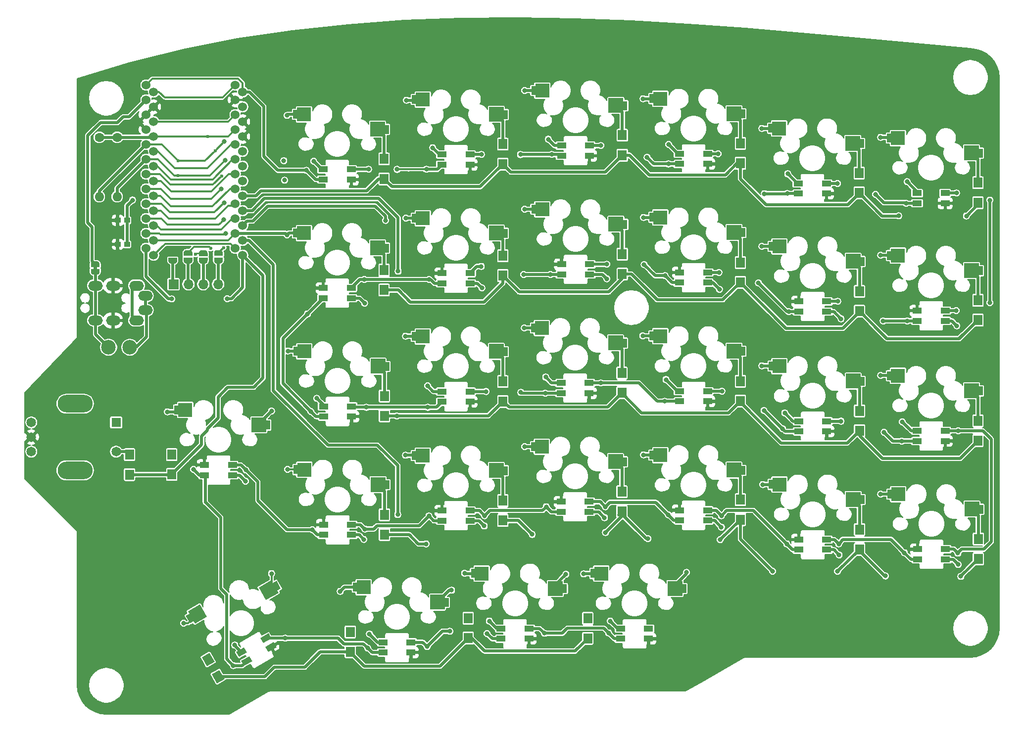
<source format=gbr>
%TF.GenerationSoftware,KiCad,Pcbnew,(5.1.8)-1*%
%TF.CreationDate,2020-12-16T21:53:35-07:00*%
%TF.ProjectId,RGBCakeBoard,52474243-616b-4654-926f-6172642e6b69,rev?*%
%TF.SameCoordinates,Original*%
%TF.FileFunction,Copper,L1,Top*%
%TF.FilePolarity,Positive*%
%FSLAX46Y46*%
G04 Gerber Fmt 4.6, Leading zero omitted, Abs format (unit mm)*
G04 Created by KiCad (PCBNEW (5.1.8)-1) date 2020-12-16 21:53:35*
%MOMM*%
%LPD*%
G01*
G04 APERTURE LIST*
%TA.AperFunction,EtchedComponent*%
%ADD10C,0.100000*%
%TD*%
%TA.AperFunction,SMDPad,CuDef*%
%ADD11R,0.700000X1.500000*%
%TD*%
%TA.AperFunction,SMDPad,CuDef*%
%ADD12R,2.400000X2.400000*%
%TD*%
%TA.AperFunction,SMDPad,CuDef*%
%ADD13R,2.500000X2.500000*%
%TD*%
%TA.AperFunction,SMDPad,CuDef*%
%ADD14C,0.100000*%
%TD*%
%TA.AperFunction,ComponentPad*%
%ADD15R,1.500000X1.800000*%
%TD*%
%TA.AperFunction,SMDPad,CuDef*%
%ADD16R,1.000000X0.900000*%
%TD*%
%TA.AperFunction,ComponentPad*%
%ADD17O,2.500000X1.700000*%
%TD*%
%TA.AperFunction,ComponentPad*%
%ADD18O,1.600000X1.600000*%
%TD*%
%TA.AperFunction,ComponentPad*%
%ADD19C,1.600000*%
%TD*%
%TA.AperFunction,ComponentPad*%
%ADD20R,1.650000X1.650000*%
%TD*%
%TA.AperFunction,ComponentPad*%
%ADD21C,1.650000*%
%TD*%
%TA.AperFunction,ComponentPad*%
%ADD22O,6.000000X3.000000*%
%TD*%
%TA.AperFunction,SMDPad,CuDef*%
%ADD23R,1.600000X1.000000*%
%TD*%
%TA.AperFunction,ComponentPad*%
%ADD24C,1.524000*%
%TD*%
%TA.AperFunction,ComponentPad*%
%ADD25O,1.700000X1.700000*%
%TD*%
%TA.AperFunction,ComponentPad*%
%ADD26R,1.700000X1.700000*%
%TD*%
%TA.AperFunction,ComponentPad*%
%ADD27C,0.100000*%
%TD*%
%TA.AperFunction,ComponentPad*%
%ADD28C,2.499360*%
%TD*%
%TA.AperFunction,ViaPad*%
%ADD29C,0.800000*%
%TD*%
%TA.AperFunction,ViaPad*%
%ADD30C,0.600000*%
%TD*%
%TA.AperFunction,Conductor*%
%ADD31C,0.300000*%
%TD*%
%TA.AperFunction,Conductor*%
%ADD32C,0.500000*%
%TD*%
%TA.AperFunction,Conductor*%
%ADD33C,0.250000*%
%TD*%
%TA.AperFunction,Conductor*%
%ADD34C,0.128000*%
%TD*%
%TA.AperFunction,Conductor*%
%ADD35C,0.100000*%
%TD*%
G04 APERTURE END LIST*
D10*
%TO.C,JP1*%
G36*
X75138000Y-79521000D02*
G01*
X75138000Y-80021000D01*
X75738000Y-80021000D01*
X75738000Y-79521000D01*
X75138000Y-79521000D01*
G37*
%TD*%
D11*
%TO.P,SW13,1*%
%TO.N,Net-(D13-Pad2)*%
X89320000Y-104056500D03*
%TO.P,SW13,2*%
%TO.N,Col5*%
X105020000Y-106656500D03*
D12*
%TO.P,SW13,1*%
%TO.N,Net-(D13-Pad2)*%
X90820000Y-104076500D03*
D13*
%TO.P,SW13,2*%
%TO.N,Col5*%
X103420000Y-106616499D03*
%TD*%
%TA.AperFunction,SMDPad,CuDef*%
D14*
%TO.P,SW20,1*%
%TO.N,Net-(D20-Pad2)*%
G36*
X91682451Y-140573994D02*
G01*
X90932451Y-139274956D01*
X91538669Y-138924956D01*
X92288669Y-140223994D01*
X91682451Y-140573994D01*
G37*
%TD.AperFunction*%
%TA.AperFunction,SMDPad,CuDef*%
%TO.P,SW20,2*%
%TO.N,Col4*%
G36*
X106579050Y-134975660D02*
G01*
X105829050Y-133676622D01*
X106435268Y-133326622D01*
X107185268Y-134625660D01*
X106579050Y-134975660D01*
G37*
%TD.AperFunction*%
%TA.AperFunction,SMDPad,CuDef*%
%TO.P,SW20,1*%
%TO.N,Net-(D20-Pad2)*%
G36*
X93358828Y-137377566D02*
G01*
X94558828Y-139456026D01*
X92480368Y-140656026D01*
X91280368Y-138577566D01*
X93358828Y-137377566D01*
G37*
%TD.AperFunction*%
%TA.AperFunction,SMDPad,CuDef*%
%TO.P,SW20,2*%
%TO.N,Col4*%
G36*
X105559050Y-133208968D02*
G01*
X106809050Y-135374032D01*
X104643986Y-136624032D01*
X103393986Y-134458968D01*
X105559050Y-133208968D01*
G37*
%TD.AperFunction*%
%TD*%
D15*
%TO.P,D18,1*%
%TO.N,Row2*%
X206184500Y-107618000D03*
%TO.P,D18,2*%
%TO.N,Net-(D18-Pad2)*%
X206184500Y-104218000D03*
%TD*%
%TA.AperFunction,SMDPad,CuDef*%
D14*
%TO.P,JP1,1*%
%TO.N,Net-(J2-Pad1)*%
G36*
X76188000Y-79921000D02*
G01*
X76188000Y-80421000D01*
X76187398Y-80421000D01*
X76187398Y-80445534D01*
X76182588Y-80494365D01*
X76173016Y-80542490D01*
X76158772Y-80589445D01*
X76139995Y-80634778D01*
X76116864Y-80678051D01*
X76089604Y-80718850D01*
X76058476Y-80756779D01*
X76023779Y-80791476D01*
X75985850Y-80822604D01*
X75945051Y-80849864D01*
X75901778Y-80872995D01*
X75856445Y-80891772D01*
X75809490Y-80906016D01*
X75761365Y-80915588D01*
X75712534Y-80920398D01*
X75688000Y-80920398D01*
X75688000Y-80921000D01*
X75188000Y-80921000D01*
X75188000Y-80920398D01*
X75163466Y-80920398D01*
X75114635Y-80915588D01*
X75066510Y-80906016D01*
X75019555Y-80891772D01*
X74974222Y-80872995D01*
X74930949Y-80849864D01*
X74890150Y-80822604D01*
X74852221Y-80791476D01*
X74817524Y-80756779D01*
X74786396Y-80718850D01*
X74759136Y-80678051D01*
X74736005Y-80634778D01*
X74717228Y-80589445D01*
X74702984Y-80542490D01*
X74693412Y-80494365D01*
X74688602Y-80445534D01*
X74688602Y-80421000D01*
X74688000Y-80421000D01*
X74688000Y-79921000D01*
X76188000Y-79921000D01*
G37*
%TD.AperFunction*%
%TA.AperFunction,SMDPad,CuDef*%
%TO.P,JP1,2*%
%TO.N,Data*%
G36*
X74688602Y-79121000D02*
G01*
X74688602Y-79096466D01*
X74693412Y-79047635D01*
X74702984Y-78999510D01*
X74717228Y-78952555D01*
X74736005Y-78907222D01*
X74759136Y-78863949D01*
X74786396Y-78823150D01*
X74817524Y-78785221D01*
X74852221Y-78750524D01*
X74890150Y-78719396D01*
X74930949Y-78692136D01*
X74974222Y-78669005D01*
X75019555Y-78650228D01*
X75066510Y-78635984D01*
X75114635Y-78626412D01*
X75163466Y-78621602D01*
X75188000Y-78621602D01*
X75188000Y-78621000D01*
X75688000Y-78621000D01*
X75688000Y-78621602D01*
X75712534Y-78621602D01*
X75761365Y-78626412D01*
X75809490Y-78635984D01*
X75856445Y-78650228D01*
X75901778Y-78669005D01*
X75945051Y-78692136D01*
X75985850Y-78719396D01*
X76023779Y-78750524D01*
X76058476Y-78785221D01*
X76089604Y-78823150D01*
X76116864Y-78863949D01*
X76139995Y-78907222D01*
X76158772Y-78952555D01*
X76173016Y-78999510D01*
X76182588Y-79047635D01*
X76187398Y-79096466D01*
X76187398Y-79121000D01*
X76188000Y-79121000D01*
X76188000Y-79621000D01*
X74688000Y-79621000D01*
X74688000Y-79121000D01*
X74688602Y-79121000D01*
G37*
%TD.AperFunction*%
%TD*%
D16*
%TO.P,SW30,2*%
%TO.N,RESET*%
X80873500Y-71610000D03*
%TO.P,SW30,1*%
%TO.N,GND*%
X79273500Y-71610000D03*
%TO.P,SW30,2*%
%TO.N,RESET*%
X80873500Y-75710000D03*
%TO.P,SW30,1*%
%TO.N,GND*%
X79273500Y-75710000D03*
%TD*%
D17*
%TO.P,J3,S*%
%TO.N,Net-(J1-Pad1)*%
X83999500Y-86999500D03*
%TO.P,J3,T*%
%TO.N,+5V*%
X82499500Y-82799500D03*
%TO.P,J3,R1*%
%TO.N,GND*%
X78499500Y-82799500D03*
%TO.P,J3,R2*%
%TO.N,Net-(J2-Pad1)*%
X75499500Y-82799500D03*
%TO.P,J3,R1*%
%TO.N,GND*%
X78499500Y-88749500D03*
%TO.P,J3,R2*%
%TO.N,Net-(J2-Pad1)*%
X75499500Y-88749500D03*
%TO.P,J3,S*%
%TO.N,Net-(J1-Pad1)*%
X83999500Y-84549500D03*
%TO.P,J3,T*%
%TO.N,+5V*%
X82499500Y-88749500D03*
%TD*%
D18*
%TO.P,R2,2*%
%TO.N,SCL*%
X79184500Y-67564000D03*
D19*
%TO.P,R2,1*%
%TO.N,+5V*%
X79184500Y-57404000D03*
%TD*%
D18*
%TO.P,R1,2*%
%TO.N,SDA*%
X76136500Y-67564000D03*
D19*
%TO.P,R1,1*%
%TO.N,+5V*%
X76136500Y-57404000D03*
%TD*%
D20*
%TO.P,SW31,S1*%
%TO.N,Col0*%
X79009000Y-106212000D03*
D21*
%TO.P,SW31,S2*%
%TO.N,Net-(D57-Pad2)*%
X79009000Y-111212000D03*
%TO.P,SW31,A*%
%TO.N,ROT1*%
X64509000Y-106212000D03*
%TO.P,SW31,C*%
%TO.N,GND*%
X64509000Y-108712000D03*
%TO.P,SW31,B*%
%TO.N,ROT2*%
X64509000Y-111212000D03*
D22*
%TO.P,SW31,MNT*%
%TO.N,N/C*%
X72009000Y-103012000D03*
X72009000Y-114412000D03*
%TD*%
D15*
%TO.P,D57,1*%
%TO.N,Row4*%
X81305400Y-115134600D03*
%TO.P,D57,2*%
%TO.N,Net-(D57-Pad2)*%
X81305400Y-111734600D03*
%TD*%
%TA.AperFunction,SMDPad,CuDef*%
D14*
%TO.P,JP9,2*%
%TO.N,GND*%
G36*
X87960102Y-77216000D02*
G01*
X87960102Y-77191466D01*
X87964912Y-77142635D01*
X87974484Y-77094510D01*
X87988728Y-77047555D01*
X88007505Y-77002222D01*
X88030636Y-76958949D01*
X88057896Y-76918150D01*
X88089024Y-76880221D01*
X88123721Y-76845524D01*
X88161650Y-76814396D01*
X88202449Y-76787136D01*
X88245722Y-76764005D01*
X88291055Y-76745228D01*
X88338010Y-76730984D01*
X88386135Y-76721412D01*
X88434966Y-76716602D01*
X88459500Y-76716602D01*
X88459500Y-76716000D01*
X88959500Y-76716000D01*
X88959500Y-76716602D01*
X88984034Y-76716602D01*
X89032865Y-76721412D01*
X89080990Y-76730984D01*
X89127945Y-76745228D01*
X89173278Y-76764005D01*
X89216551Y-76787136D01*
X89257350Y-76814396D01*
X89295279Y-76845524D01*
X89329976Y-76880221D01*
X89361104Y-76918150D01*
X89388364Y-76958949D01*
X89411495Y-77002222D01*
X89430272Y-77047555D01*
X89444516Y-77094510D01*
X89454088Y-77142635D01*
X89458898Y-77191466D01*
X89458898Y-77216000D01*
X89459500Y-77216000D01*
X89459500Y-77716000D01*
X87959500Y-77716000D01*
X87959500Y-77216000D01*
X87960102Y-77216000D01*
G37*
%TD.AperFunction*%
%TA.AperFunction,SMDPad,CuDef*%
%TO.P,JP9,1*%
%TO.N,Net-(J4-Pad1)*%
G36*
X89459500Y-78016000D02*
G01*
X89459500Y-78516000D01*
X89458898Y-78516000D01*
X89458898Y-78540534D01*
X89454088Y-78589365D01*
X89444516Y-78637490D01*
X89430272Y-78684445D01*
X89411495Y-78729778D01*
X89388364Y-78773051D01*
X89361104Y-78813850D01*
X89329976Y-78851779D01*
X89295279Y-78886476D01*
X89257350Y-78917604D01*
X89216551Y-78944864D01*
X89173278Y-78967995D01*
X89127945Y-78986772D01*
X89080990Y-79001016D01*
X89032865Y-79010588D01*
X88984034Y-79015398D01*
X88959500Y-79015398D01*
X88959500Y-79016000D01*
X88459500Y-79016000D01*
X88459500Y-79015398D01*
X88434966Y-79015398D01*
X88386135Y-79010588D01*
X88338010Y-79001016D01*
X88291055Y-78986772D01*
X88245722Y-78967995D01*
X88202449Y-78944864D01*
X88161650Y-78917604D01*
X88123721Y-78886476D01*
X88089024Y-78851779D01*
X88057896Y-78813850D01*
X88030636Y-78773051D01*
X88007505Y-78729778D01*
X87988728Y-78684445D01*
X87974484Y-78637490D01*
X87964912Y-78589365D01*
X87960102Y-78540534D01*
X87960102Y-78516000D01*
X87959500Y-78516000D01*
X87959500Y-78016000D01*
X89459500Y-78016000D01*
G37*
%TD.AperFunction*%
%TD*%
%TA.AperFunction,SMDPad,CuDef*%
%TO.P,JP8,2*%
%TO.N,+5V*%
G36*
X90563602Y-77201000D02*
G01*
X90563602Y-77176466D01*
X90568412Y-77127635D01*
X90577984Y-77079510D01*
X90592228Y-77032555D01*
X90611005Y-76987222D01*
X90634136Y-76943949D01*
X90661396Y-76903150D01*
X90692524Y-76865221D01*
X90727221Y-76830524D01*
X90765150Y-76799396D01*
X90805949Y-76772136D01*
X90849222Y-76749005D01*
X90894555Y-76730228D01*
X90941510Y-76715984D01*
X90989635Y-76706412D01*
X91038466Y-76701602D01*
X91063000Y-76701602D01*
X91063000Y-76701000D01*
X91563000Y-76701000D01*
X91563000Y-76701602D01*
X91587534Y-76701602D01*
X91636365Y-76706412D01*
X91684490Y-76715984D01*
X91731445Y-76730228D01*
X91776778Y-76749005D01*
X91820051Y-76772136D01*
X91860850Y-76799396D01*
X91898779Y-76830524D01*
X91933476Y-76865221D01*
X91964604Y-76903150D01*
X91991864Y-76943949D01*
X92014995Y-76987222D01*
X92033772Y-77032555D01*
X92048016Y-77079510D01*
X92057588Y-77127635D01*
X92062398Y-77176466D01*
X92062398Y-77201000D01*
X92063000Y-77201000D01*
X92063000Y-77701000D01*
X90563000Y-77701000D01*
X90563000Y-77201000D01*
X90563602Y-77201000D01*
G37*
%TD.AperFunction*%
%TA.AperFunction,SMDPad,CuDef*%
%TO.P,JP8,1*%
%TO.N,Net-(J4-Pad2)*%
G36*
X92063000Y-78001000D02*
G01*
X92063000Y-78501000D01*
X92062398Y-78501000D01*
X92062398Y-78525534D01*
X92057588Y-78574365D01*
X92048016Y-78622490D01*
X92033772Y-78669445D01*
X92014995Y-78714778D01*
X91991864Y-78758051D01*
X91964604Y-78798850D01*
X91933476Y-78836779D01*
X91898779Y-78871476D01*
X91860850Y-78902604D01*
X91820051Y-78929864D01*
X91776778Y-78952995D01*
X91731445Y-78971772D01*
X91684490Y-78986016D01*
X91636365Y-78995588D01*
X91587534Y-79000398D01*
X91563000Y-79000398D01*
X91563000Y-79001000D01*
X91063000Y-79001000D01*
X91063000Y-79000398D01*
X91038466Y-79000398D01*
X90989635Y-78995588D01*
X90941510Y-78986016D01*
X90894555Y-78971772D01*
X90849222Y-78952995D01*
X90805949Y-78929864D01*
X90765150Y-78902604D01*
X90727221Y-78871476D01*
X90692524Y-78836779D01*
X90661396Y-78798850D01*
X90634136Y-78758051D01*
X90611005Y-78714778D01*
X90592228Y-78669445D01*
X90577984Y-78622490D01*
X90568412Y-78574365D01*
X90563602Y-78525534D01*
X90563602Y-78501000D01*
X90563000Y-78501000D01*
X90563000Y-78001000D01*
X92063000Y-78001000D01*
G37*
%TD.AperFunction*%
%TD*%
%TA.AperFunction,SMDPad,CuDef*%
%TO.P,JP7,2*%
%TO.N,SCL*%
G36*
X93167102Y-77216000D02*
G01*
X93167102Y-77191466D01*
X93171912Y-77142635D01*
X93181484Y-77094510D01*
X93195728Y-77047555D01*
X93214505Y-77002222D01*
X93237636Y-76958949D01*
X93264896Y-76918150D01*
X93296024Y-76880221D01*
X93330721Y-76845524D01*
X93368650Y-76814396D01*
X93409449Y-76787136D01*
X93452722Y-76764005D01*
X93498055Y-76745228D01*
X93545010Y-76730984D01*
X93593135Y-76721412D01*
X93641966Y-76716602D01*
X93666500Y-76716602D01*
X93666500Y-76716000D01*
X94166500Y-76716000D01*
X94166500Y-76716602D01*
X94191034Y-76716602D01*
X94239865Y-76721412D01*
X94287990Y-76730984D01*
X94334945Y-76745228D01*
X94380278Y-76764005D01*
X94423551Y-76787136D01*
X94464350Y-76814396D01*
X94502279Y-76845524D01*
X94536976Y-76880221D01*
X94568104Y-76918150D01*
X94595364Y-76958949D01*
X94618495Y-77002222D01*
X94637272Y-77047555D01*
X94651516Y-77094510D01*
X94661088Y-77142635D01*
X94665898Y-77191466D01*
X94665898Y-77216000D01*
X94666500Y-77216000D01*
X94666500Y-77716000D01*
X93166500Y-77716000D01*
X93166500Y-77216000D01*
X93167102Y-77216000D01*
G37*
%TD.AperFunction*%
%TA.AperFunction,SMDPad,CuDef*%
%TO.P,JP7,1*%
%TO.N,Net-(J4-Pad3)*%
G36*
X94666500Y-78016000D02*
G01*
X94666500Y-78516000D01*
X94665898Y-78516000D01*
X94665898Y-78540534D01*
X94661088Y-78589365D01*
X94651516Y-78637490D01*
X94637272Y-78684445D01*
X94618495Y-78729778D01*
X94595364Y-78773051D01*
X94568104Y-78813850D01*
X94536976Y-78851779D01*
X94502279Y-78886476D01*
X94464350Y-78917604D01*
X94423551Y-78944864D01*
X94380278Y-78967995D01*
X94334945Y-78986772D01*
X94287990Y-79001016D01*
X94239865Y-79010588D01*
X94191034Y-79015398D01*
X94166500Y-79015398D01*
X94166500Y-79016000D01*
X93666500Y-79016000D01*
X93666500Y-79015398D01*
X93641966Y-79015398D01*
X93593135Y-79010588D01*
X93545010Y-79001016D01*
X93498055Y-78986772D01*
X93452722Y-78967995D01*
X93409449Y-78944864D01*
X93368650Y-78917604D01*
X93330721Y-78886476D01*
X93296024Y-78851779D01*
X93264896Y-78813850D01*
X93237636Y-78773051D01*
X93214505Y-78729778D01*
X93195728Y-78684445D01*
X93181484Y-78637490D01*
X93171912Y-78589365D01*
X93167102Y-78540534D01*
X93167102Y-78516000D01*
X93166500Y-78516000D01*
X93166500Y-78016000D01*
X94666500Y-78016000D01*
G37*
%TD.AperFunction*%
%TD*%
%TA.AperFunction,SMDPad,CuDef*%
%TO.P,JP6,2*%
%TO.N,SDA*%
G36*
X95770602Y-77201000D02*
G01*
X95770602Y-77176466D01*
X95775412Y-77127635D01*
X95784984Y-77079510D01*
X95799228Y-77032555D01*
X95818005Y-76987222D01*
X95841136Y-76943949D01*
X95868396Y-76903150D01*
X95899524Y-76865221D01*
X95934221Y-76830524D01*
X95972150Y-76799396D01*
X96012949Y-76772136D01*
X96056222Y-76749005D01*
X96101555Y-76730228D01*
X96148510Y-76715984D01*
X96196635Y-76706412D01*
X96245466Y-76701602D01*
X96270000Y-76701602D01*
X96270000Y-76701000D01*
X96770000Y-76701000D01*
X96770000Y-76701602D01*
X96794534Y-76701602D01*
X96843365Y-76706412D01*
X96891490Y-76715984D01*
X96938445Y-76730228D01*
X96983778Y-76749005D01*
X97027051Y-76772136D01*
X97067850Y-76799396D01*
X97105779Y-76830524D01*
X97140476Y-76865221D01*
X97171604Y-76903150D01*
X97198864Y-76943949D01*
X97221995Y-76987222D01*
X97240772Y-77032555D01*
X97255016Y-77079510D01*
X97264588Y-77127635D01*
X97269398Y-77176466D01*
X97269398Y-77201000D01*
X97270000Y-77201000D01*
X97270000Y-77701000D01*
X95770000Y-77701000D01*
X95770000Y-77201000D01*
X95770602Y-77201000D01*
G37*
%TD.AperFunction*%
%TA.AperFunction,SMDPad,CuDef*%
%TO.P,JP6,1*%
%TO.N,Net-(J4-Pad4)*%
G36*
X97270000Y-78001000D02*
G01*
X97270000Y-78501000D01*
X97269398Y-78501000D01*
X97269398Y-78525534D01*
X97264588Y-78574365D01*
X97255016Y-78622490D01*
X97240772Y-78669445D01*
X97221995Y-78714778D01*
X97198864Y-78758051D01*
X97171604Y-78798850D01*
X97140476Y-78836779D01*
X97105779Y-78871476D01*
X97067850Y-78902604D01*
X97027051Y-78929864D01*
X96983778Y-78952995D01*
X96938445Y-78971772D01*
X96891490Y-78986016D01*
X96843365Y-78995588D01*
X96794534Y-79000398D01*
X96770000Y-79000398D01*
X96770000Y-79001000D01*
X96270000Y-79001000D01*
X96270000Y-79000398D01*
X96245466Y-79000398D01*
X96196635Y-78995588D01*
X96148510Y-78986016D01*
X96101555Y-78971772D01*
X96056222Y-78952995D01*
X96012949Y-78929864D01*
X95972150Y-78902604D01*
X95934221Y-78871476D01*
X95899524Y-78836779D01*
X95868396Y-78798850D01*
X95841136Y-78758051D01*
X95818005Y-78714778D01*
X95799228Y-78669445D01*
X95784984Y-78622490D01*
X95775412Y-78574365D01*
X95770602Y-78525534D01*
X95770602Y-78501000D01*
X95770000Y-78501000D01*
X95770000Y-78001000D01*
X97270000Y-78001000D01*
G37*
%TD.AperFunction*%
%TD*%
D11*
%TO.P,SW16,1*%
%TO.N,Col3*%
X150343500Y-90023000D03*
%TO.P,SW16,2*%
%TO.N,Net-(D16-Pad2)*%
X166043500Y-92623000D03*
D12*
%TO.P,SW16,1*%
%TO.N,Col3*%
X151843500Y-90043000D03*
D13*
%TO.P,SW16,2*%
%TO.N,Net-(D16-Pad2)*%
X164443500Y-92582999D03*
%TD*%
D23*
%TO.P,D58,4*%
%TO.N,+5V*%
X165303500Y-141492000D03*
%TO.P,D58,3*%
%TO.N,Net-(D57-Pad1)*%
X165303500Y-143242000D03*
%TO.P,D58,1*%
%TO.N,Net-(D58-Pad1)*%
X170103500Y-141492000D03*
%TO.P,D58,2*%
%TO.N,GND*%
X170103500Y-143242000D03*
%TD*%
%TO.P,D57,4*%
%TO.N,+5V*%
X144856500Y-141492000D03*
%TO.P,D57,3*%
%TO.N,Net-(D56-Pad1)*%
X144856500Y-143242000D03*
%TO.P,D57,1*%
%TO.N,Net-(D57-Pad1)*%
X149656500Y-141492000D03*
%TO.P,D57,2*%
%TO.N,GND*%
X149656500Y-143242000D03*
%TD*%
D24*
%TO.P,U1,24*%
%TO.N,Net-(U1-Pad24)*%
X99377500Y-48450500D03*
%TO.P,U1,23*%
%TO.N,GND*%
X99377500Y-50990500D03*
%TO.P,U1,22*%
%TO.N,RESET*%
X99377500Y-53530500D03*
%TO.P,U1,21*%
%TO.N,+5V*%
X99377500Y-56070500D03*
%TO.P,U1,20*%
%TO.N,Net-(U1-Pad20)*%
X99377500Y-58610500D03*
%TO.P,U1,19*%
%TO.N,Col0*%
X99377500Y-61150500D03*
%TO.P,U1,18*%
%TO.N,Col1*%
X99377500Y-63690500D03*
%TO.P,U1,17*%
%TO.N,Col2*%
X99377500Y-66230500D03*
%TO.P,U1,16*%
%TO.N,Col3*%
X99377500Y-68770500D03*
%TO.P,U1,15*%
%TO.N,Col4*%
X99377500Y-71310500D03*
%TO.P,U1,14*%
%TO.N,Col5*%
X99377500Y-73850500D03*
%TO.P,U1,13*%
%TO.N,ROT2*%
X99377500Y-76390500D03*
%TO.P,U1,12*%
%TO.N,Row4*%
X84137500Y-76390500D03*
%TO.P,U1,11*%
%TO.N,Row3*%
X84137500Y-73850500D03*
%TO.P,U1,10*%
%TO.N,Row2*%
X84137500Y-71310500D03*
%TO.P,U1,9*%
%TO.N,Row1*%
X84137500Y-68770500D03*
%TO.P,U1,8*%
%TO.N,Row0*%
X84137500Y-66230500D03*
%TO.P,U1,7*%
%TO.N,ROT1*%
X84137500Y-63690500D03*
%TO.P,U1,6*%
%TO.N,SCL*%
X84137500Y-61150500D03*
%TO.P,U1,5*%
%TO.N,SDA*%
X84137500Y-58610500D03*
%TO.P,U1,4*%
%TO.N,GND*%
X84137500Y-56070500D03*
%TO.P,U1,3*%
X84137500Y-53530500D03*
%TO.P,U1,2*%
%TO.N,Data*%
X84137500Y-50990500D03*
%TO.P,U1,1*%
%TO.N,LED*%
X84137500Y-48450500D03*
%TO.P,U1,5*%
%TO.N,SDA*%
X100676315Y-59806245D03*
%TO.P,U1,7*%
%TO.N,ROT1*%
X100676315Y-64886245D03*
%TO.P,U1,24*%
%TO.N,Net-(U1-Pad24)*%
X85436315Y-49646245D03*
%TO.P,U1,2*%
%TO.N,Data*%
X100676315Y-52186245D03*
%TO.P,U1,11*%
%TO.N,Row3*%
X100676315Y-75046245D03*
%TO.P,U1,13*%
%TO.N,ROT2*%
X85436315Y-77586245D03*
%TO.P,U1,8*%
%TO.N,Row0*%
X100676315Y-67426245D03*
%TO.P,U1,9*%
%TO.N,Row1*%
X100676315Y-69966245D03*
%TO.P,U1,17*%
%TO.N,Col2*%
X85436315Y-67426245D03*
%TO.P,U1,15*%
%TO.N,Col4*%
X85436315Y-72506245D03*
%TO.P,U1,20*%
%TO.N,Net-(U1-Pad20)*%
X85436315Y-59806245D03*
%TO.P,U1,21*%
%TO.N,+5V*%
X85436315Y-57266245D03*
%TO.P,U1,23*%
%TO.N,GND*%
X85436315Y-52186245D03*
%TO.P,U1,19*%
%TO.N,Col0*%
X85436315Y-62346245D03*
%TO.P,U1,12*%
%TO.N,Row4*%
X100676315Y-77586245D03*
%TO.P,U1,16*%
%TO.N,Col3*%
X85436315Y-69966245D03*
%TO.P,U1,1*%
%TO.N,LED*%
X100676315Y-49646245D03*
%TO.P,U1,3*%
%TO.N,GND*%
X100676315Y-54726245D03*
%TO.P,U1,14*%
%TO.N,Col5*%
X85436315Y-75046245D03*
%TO.P,U1,4*%
%TO.N,GND*%
X100676315Y-57266245D03*
%TO.P,U1,6*%
%TO.N,SCL*%
X100676315Y-62346245D03*
%TO.P,U1,18*%
%TO.N,Col1*%
X85436315Y-64886245D03*
%TO.P,U1,10*%
%TO.N,Row2*%
X100676315Y-72506245D03*
%TO.P,U1,22*%
%TO.N,RESET*%
X85436315Y-54726245D03*
%TD*%
D25*
%TO.P,J4,4*%
%TO.N,Net-(J4-Pad4)*%
X96456500Y-82550000D03*
%TO.P,J4,3*%
%TO.N,Net-(J4-Pad3)*%
X93916500Y-82550000D03*
%TO.P,J4,2*%
%TO.N,Net-(J4-Pad2)*%
X91376500Y-82550000D03*
D26*
%TO.P,J4,1*%
%TO.N,Net-(J4-Pad1)*%
X88836500Y-82550000D03*
%TD*%
D15*
%TO.P,D29,1*%
%TO.N,Row4*%
X159702500Y-143163500D03*
%TO.P,D29,2*%
%TO.N,Net-(D29-Pad2)*%
X159702500Y-139763500D03*
%TD*%
%TO.P,D28,1*%
%TO.N,Row4*%
X139255500Y-143114500D03*
%TO.P,D28,2*%
%TO.N,Net-(D28-Pad2)*%
X139255500Y-139714500D03*
%TD*%
%TO.P,D27,1*%
%TO.N,Row4*%
X119062500Y-145464000D03*
%TO.P,D27,2*%
%TO.N,Net-(D27-Pad2)*%
X119062500Y-142064000D03*
%TD*%
%TO.P,D26,1*%
%TO.N,Row3*%
X226504500Y-129574500D03*
%TO.P,D26,2*%
%TO.N,Net-(D26-Pad2)*%
X226504500Y-126174500D03*
%TD*%
%TO.P,D25,1*%
%TO.N,Row3*%
X206184500Y-127938000D03*
%TO.P,D25,2*%
%TO.N,Net-(D25-Pad2)*%
X206184500Y-124538000D03*
%TD*%
%TO.P,D24,1*%
%TO.N,Row3*%
X185801000Y-122843500D03*
%TO.P,D24,2*%
%TO.N,Net-(D24-Pad2)*%
X185801000Y-119443500D03*
%TD*%
%TO.P,D23,1*%
%TO.N,Row3*%
X165544500Y-121461000D03*
%TO.P,D23,2*%
%TO.N,Net-(D23-Pad2)*%
X165544500Y-118061000D03*
%TD*%
%TO.P,D22,1*%
%TO.N,Row3*%
X145161000Y-122985000D03*
%TO.P,D22,2*%
%TO.N,Net-(D22-Pad2)*%
X145161000Y-119585000D03*
%TD*%
%TO.P,D21,1*%
%TO.N,Row3*%
X124904500Y-125398000D03*
%TO.P,D21,2*%
%TO.N,Net-(D21-Pad2)*%
X124904500Y-121998000D03*
%TD*%
%TA.AperFunction,ComponentPad*%
D27*
%TO.P,D20,1*%
%TO.N,Row4*%
G36*
X97556019Y-150137423D02*
G01*
X96256981Y-150887423D01*
X95356981Y-149328577D01*
X96656019Y-148578577D01*
X97556019Y-150137423D01*
G37*
%TD.AperFunction*%
%TA.AperFunction,ComponentPad*%
%TO.P,D20,2*%
%TO.N,Net-(D20-Pad2)*%
G36*
X95856019Y-147192937D02*
G01*
X94556981Y-147942937D01*
X93656981Y-146384091D01*
X94956019Y-145634091D01*
X95856019Y-147192937D01*
G37*
%TD.AperFunction*%
%TD*%
D15*
%TO.P,D19,1*%
%TO.N,Row2*%
X226441000Y-109332500D03*
%TO.P,D19,2*%
%TO.N,Net-(D19-Pad2)*%
X226441000Y-105932500D03*
%TD*%
%TO.P,D17,1*%
%TO.N,Row2*%
X185801000Y-102538000D03*
%TO.P,D17,2*%
%TO.N,Net-(D17-Pad2)*%
X185801000Y-99138000D03*
%TD*%
%TO.P,D16,1*%
%TO.N,Row2*%
X165544500Y-101141000D03*
%TO.P,D16,2*%
%TO.N,Net-(D16-Pad2)*%
X165544500Y-97741000D03*
%TD*%
%TO.P,D15,1*%
%TO.N,Row2*%
X145161000Y-102616000D03*
%TO.P,D15,2*%
%TO.N,Net-(D15-Pad2)*%
X145161000Y-99216000D03*
%TD*%
%TO.P,D14,1*%
%TO.N,Row2*%
X124904500Y-105078000D03*
%TO.P,D14,2*%
%TO.N,Net-(D14-Pad2)*%
X124904500Y-101678000D03*
%TD*%
%TO.P,D13,1*%
%TO.N,Row4*%
X88519000Y-115125500D03*
%TO.P,D13,2*%
%TO.N,Net-(D13-Pad2)*%
X88519000Y-111725500D03*
%TD*%
%TO.P,D12,1*%
%TO.N,Row1*%
X226441000Y-88695000D03*
%TO.P,D12,2*%
%TO.N,Net-(D12-Pad2)*%
X226441000Y-85295000D03*
%TD*%
%TO.P,D11,1*%
%TO.N,Row1*%
X206184500Y-87171000D03*
%TO.P,D11,2*%
%TO.N,Net-(D11-Pad2)*%
X206184500Y-83771000D03*
%TD*%
%TO.P,D10,1*%
%TO.N,Row1*%
X185801000Y-82218000D03*
%TO.P,D10,2*%
%TO.N,Net-(D10-Pad2)*%
X185801000Y-78818000D03*
%TD*%
%TO.P,D9,1*%
%TO.N,Row1*%
X165608000Y-80806500D03*
%TO.P,D9,2*%
%TO.N,Net-(D9-Pad2)*%
X165608000Y-77406500D03*
%TD*%
%TO.P,D8,1*%
%TO.N,Row1*%
X145161000Y-81075000D03*
%TO.P,D8,2*%
%TO.N,Net-(D8-Pad2)*%
X145161000Y-77675000D03*
%TD*%
%TO.P,D7,1*%
%TO.N,Row1*%
X124841000Y-83537000D03*
%TO.P,D7,2*%
%TO.N,Net-(D7-Pad2)*%
X124841000Y-80137000D03*
%TD*%
%TO.P,D6,1*%
%TO.N,Row0*%
X226441000Y-68580000D03*
%TO.P,D6,2*%
%TO.N,Net-(D6-Pad2)*%
X226441000Y-65180000D03*
%TD*%
%TO.P,D5,1*%
%TO.N,Row0*%
X206121000Y-66929000D03*
%TO.P,D5,2*%
%TO.N,Net-(D5-Pad2)*%
X206121000Y-63529000D03*
%TD*%
%TO.P,D4,1*%
%TO.N,Row0*%
X185801000Y-61849000D03*
%TO.P,D4,2*%
%TO.N,Net-(D4-Pad2)*%
X185801000Y-58449000D03*
%TD*%
%TO.P,D3,1*%
%TO.N,Row0*%
X165608000Y-60452000D03*
%TO.P,D3,2*%
%TO.N,Net-(D3-Pad2)*%
X165608000Y-57052000D03*
%TD*%
%TO.P,D2,1*%
%TO.N,Row0*%
X145161000Y-61976000D03*
%TO.P,D2,2*%
%TO.N,Net-(D2-Pad2)*%
X145161000Y-58576000D03*
%TD*%
%TO.P,D1,1*%
%TO.N,Row0*%
X124841000Y-64516000D03*
%TO.P,D1,2*%
%TO.N,Net-(D1-Pad2)*%
X124841000Y-61116000D03*
%TD*%
D28*
%TO.P,J2,1*%
%TO.N,Net-(J2-Pad1)*%
X77724000Y-93345000D03*
%TD*%
%TO.P,J1,1*%
%TO.N,Net-(J1-Pad1)*%
X81343500Y-93345000D03*
%TD*%
D23*
%TO.P,D56,4*%
%TO.N,+5V*%
X124663500Y-143841500D03*
%TO.P,D56,3*%
%TO.N,Net-(D55-Pad1)*%
X124663500Y-145591500D03*
%TO.P,D56,1*%
%TO.N,Net-(D56-Pad1)*%
X129463500Y-143841500D03*
%TO.P,D56,2*%
%TO.N,GND*%
X129463500Y-145591500D03*
%TD*%
%TA.AperFunction,SMDPad,CuDef*%
D14*
%TO.P,D55,4*%
%TO.N,+5V*%
G36*
X100923859Y-144706715D02*
G01*
X101423859Y-145572741D01*
X100038219Y-146372741D01*
X99538219Y-145506715D01*
X100923859Y-144706715D01*
G37*
%TD.AperFunction*%
%TA.AperFunction,SMDPad,CuDef*%
%TO.P,D55,3*%
%TO.N,Net-(D42-Pad1)*%
G36*
X101798859Y-146222259D02*
G01*
X102298859Y-147088285D01*
X100913219Y-147888285D01*
X100413219Y-147022259D01*
X101798859Y-146222259D01*
G37*
%TD.AperFunction*%
%TA.AperFunction,SMDPad,CuDef*%
%TO.P,D55,1*%
%TO.N,Net-(D55-Pad1)*%
G36*
X105080781Y-142306715D02*
G01*
X105580781Y-143172741D01*
X104195141Y-143972741D01*
X103695141Y-143106715D01*
X105080781Y-142306715D01*
G37*
%TD.AperFunction*%
%TA.AperFunction,SMDPad,CuDef*%
%TO.P,D55,2*%
%TO.N,GND*%
G36*
X105955781Y-143822259D02*
G01*
X106455781Y-144688285D01*
X105070141Y-145488285D01*
X104570141Y-144622259D01*
X105955781Y-143822259D01*
G37*
%TD.AperFunction*%
%TD*%
D23*
%TO.P,D54,4*%
%TO.N,+5V*%
X119303500Y-125462000D03*
%TO.P,D54,3*%
%TO.N,Net-(D53-Pad1)*%
X119303500Y-123712000D03*
%TO.P,D54,1*%
%TO.N,Net-(D42-Pad3)*%
X114503500Y-125462000D03*
%TO.P,D54,2*%
%TO.N,GND*%
X114503500Y-123712000D03*
%TD*%
%TO.P,D53,4*%
%TO.N,+5V*%
X139560000Y-123049000D03*
%TO.P,D53,3*%
%TO.N,Net-(D52-Pad1)*%
X139560000Y-121299000D03*
%TO.P,D53,1*%
%TO.N,Net-(D53-Pad1)*%
X134760000Y-123049000D03*
%TO.P,D53,2*%
%TO.N,GND*%
X134760000Y-121299000D03*
%TD*%
%TO.P,D52,4*%
%TO.N,+5V*%
X159943500Y-121525000D03*
%TO.P,D52,3*%
%TO.N,Net-(D51-Pad1)*%
X159943500Y-119775000D03*
%TO.P,D52,1*%
%TO.N,Net-(D52-Pad1)*%
X155143500Y-121525000D03*
%TO.P,D52,2*%
%TO.N,GND*%
X155143500Y-119775000D03*
%TD*%
%TO.P,D51,4*%
%TO.N,+5V*%
X180200000Y-122985500D03*
%TO.P,D51,3*%
%TO.N,Net-(D50-Pad1)*%
X180200000Y-121235500D03*
%TO.P,D51,1*%
%TO.N,Net-(D51-Pad1)*%
X175400000Y-122985500D03*
%TO.P,D51,2*%
%TO.N,GND*%
X175400000Y-121235500D03*
%TD*%
%TO.P,D50,4*%
%TO.N,+5V*%
X200583500Y-128002000D03*
%TO.P,D50,3*%
%TO.N,LED2*%
X200583500Y-126252000D03*
%TO.P,D50,1*%
%TO.N,Net-(D50-Pad1)*%
X195783500Y-128002000D03*
%TO.P,D50,2*%
%TO.N,GND*%
X195783500Y-126252000D03*
%TD*%
%TO.P,D49,4*%
%TO.N,+5V*%
X220903500Y-129653000D03*
%TO.P,D49,3*%
%TO.N,Net-(D48-Pad1)*%
X220903500Y-127903000D03*
%TO.P,D49,1*%
%TO.N,LED2*%
X216103500Y-129653000D03*
%TO.P,D49,2*%
%TO.N,GND*%
X216103500Y-127903000D03*
%TD*%
%TO.P,D48,4*%
%TO.N,+5V*%
X216040000Y-107646500D03*
%TO.P,D48,3*%
%TO.N,Net-(D47-Pad1)*%
X216040000Y-109396500D03*
%TO.P,D48,1*%
%TO.N,Net-(D48-Pad1)*%
X220840000Y-107646500D03*
%TO.P,D48,2*%
%TO.N,GND*%
X220840000Y-109396500D03*
%TD*%
%TO.P,D47,4*%
%TO.N,+5V*%
X195783500Y-105995500D03*
%TO.P,D47,3*%
%TO.N,Net-(D46-Pad1)*%
X195783500Y-107745500D03*
%TO.P,D47,1*%
%TO.N,Net-(D47-Pad1)*%
X200583500Y-105995500D03*
%TO.P,D47,2*%
%TO.N,GND*%
X200583500Y-107745500D03*
%TD*%
%TO.P,D46,4*%
%TO.N,+5V*%
X175400000Y-100852000D03*
%TO.P,D46,3*%
%TO.N,Net-(D45-Pad1)*%
X175400000Y-102602000D03*
%TO.P,D46,1*%
%TO.N,Net-(D46-Pad1)*%
X180200000Y-100852000D03*
%TO.P,D46,2*%
%TO.N,GND*%
X180200000Y-102602000D03*
%TD*%
%TO.P,D45,4*%
%TO.N,+5V*%
X155143500Y-99455000D03*
%TO.P,D45,3*%
%TO.N,Net-(D44-Pad1)*%
X155143500Y-101205000D03*
%TO.P,D45,1*%
%TO.N,Net-(D45-Pad1)*%
X159943500Y-99455000D03*
%TO.P,D45,2*%
%TO.N,GND*%
X159943500Y-101205000D03*
%TD*%
%TO.P,D44,4*%
%TO.N,+5V*%
X134760000Y-100915500D03*
%TO.P,D44,3*%
%TO.N,Net-(D43-Pad1)*%
X134760000Y-102665500D03*
%TO.P,D44,1*%
%TO.N,Net-(D44-Pad1)*%
X139560000Y-100915500D03*
%TO.P,D44,2*%
%TO.N,GND*%
X139560000Y-102665500D03*
%TD*%
%TO.P,D43,4*%
%TO.N,+5V*%
X114503500Y-103455500D03*
%TO.P,D43,3*%
%TO.N,Net-(D41-Pad1)*%
X114503500Y-105205500D03*
%TO.P,D43,1*%
%TO.N,Net-(D43-Pad1)*%
X119303500Y-103455500D03*
%TO.P,D43,2*%
%TO.N,GND*%
X119303500Y-105205500D03*
%TD*%
%TO.P,D42,4*%
%TO.N,+5V*%
X98920000Y-115238500D03*
%TO.P,D42,3*%
%TO.N,Net-(D42-Pad3)*%
X98920000Y-113488500D03*
%TO.P,D42,1*%
%TO.N,Net-(D42-Pad1)*%
X94120000Y-115238500D03*
%TO.P,D42,2*%
%TO.N,GND*%
X94120000Y-113488500D03*
%TD*%
%TO.P,D41,4*%
%TO.N,+5V*%
X119240000Y-84949000D03*
%TO.P,D41,3*%
%TO.N,Net-(D40-Pad1)*%
X119240000Y-83199000D03*
%TO.P,D41,1*%
%TO.N,Net-(D41-Pad1)*%
X114440000Y-84949000D03*
%TO.P,D41,2*%
%TO.N,GND*%
X114440000Y-83199000D03*
%TD*%
%TO.P,D40,4*%
%TO.N,+5V*%
X139560000Y-82409000D03*
%TO.P,D40,3*%
%TO.N,Net-(D39-Pad1)*%
X139560000Y-80659000D03*
%TO.P,D40,1*%
%TO.N,Net-(D40-Pad1)*%
X134760000Y-82409000D03*
%TO.P,D40,2*%
%TO.N,GND*%
X134760000Y-80659000D03*
%TD*%
%TO.P,D39,4*%
%TO.N,+5V*%
X160020000Y-80899000D03*
%TO.P,D39,3*%
%TO.N,Net-(D38-Pad1)*%
X160020000Y-79149000D03*
%TO.P,D39,1*%
%TO.N,Net-(D39-Pad1)*%
X155220000Y-80899000D03*
%TO.P,D39,2*%
%TO.N,GND*%
X155220000Y-79149000D03*
%TD*%
%TO.P,D38,4*%
%TO.N,+5V*%
X180200000Y-82282000D03*
%TO.P,D38,3*%
%TO.N,LED1*%
X180200000Y-80532000D03*
%TO.P,D38,1*%
%TO.N,Net-(D38-Pad1)*%
X175400000Y-82282000D03*
%TO.P,D38,2*%
%TO.N,GND*%
X175400000Y-80532000D03*
%TD*%
%TO.P,D37,4*%
%TO.N,+5V*%
X200583500Y-87235000D03*
%TO.P,D37,3*%
%TO.N,Net-(D36-Pad1)*%
X200583500Y-85485000D03*
%TO.P,D37,1*%
%TO.N,LED1*%
X195783500Y-87235000D03*
%TO.P,D37,2*%
%TO.N,GND*%
X195783500Y-85485000D03*
%TD*%
%TO.P,D36,4*%
%TO.N,+5V*%
X220840000Y-88822500D03*
%TO.P,D36,3*%
%TO.N,Net-(D35-Pad1)*%
X220840000Y-87072500D03*
%TO.P,D36,1*%
%TO.N,Net-(D36-Pad1)*%
X216040000Y-88822500D03*
%TO.P,D36,2*%
%TO.N,GND*%
X216040000Y-87072500D03*
%TD*%
%TO.P,D35,4*%
%TO.N,+5V*%
X216040000Y-66943000D03*
%TO.P,D35,3*%
%TO.N,Net-(D34-Pad1)*%
X216040000Y-68693000D03*
%TO.P,D35,1*%
%TO.N,Net-(D35-Pad1)*%
X220840000Y-66943000D03*
%TO.P,D35,2*%
%TO.N,GND*%
X220840000Y-68693000D03*
%TD*%
%TO.P,D34,4*%
%TO.N,+5V*%
X195720000Y-65292000D03*
%TO.P,D34,3*%
%TO.N,Net-(D33-Pad1)*%
X195720000Y-67042000D03*
%TO.P,D34,1*%
%TO.N,Net-(D34-Pad1)*%
X200520000Y-65292000D03*
%TO.P,D34,2*%
%TO.N,GND*%
X200520000Y-67042000D03*
%TD*%
%TO.P,D33,4*%
%TO.N,+5V*%
X175400000Y-60212000D03*
%TO.P,D33,3*%
%TO.N,Net-(D32-Pad1)*%
X175400000Y-61962000D03*
%TO.P,D33,1*%
%TO.N,Net-(D33-Pad1)*%
X180200000Y-60212000D03*
%TO.P,D33,2*%
%TO.N,GND*%
X180200000Y-61962000D03*
%TD*%
%TO.P,D32,4*%
%TO.N,+5V*%
X155207000Y-58815000D03*
%TO.P,D32,3*%
%TO.N,Net-(D31-Pad1)*%
X155207000Y-60565000D03*
%TO.P,D32,1*%
%TO.N,Net-(D32-Pad1)*%
X160007000Y-58815000D03*
%TO.P,D32,2*%
%TO.N,GND*%
X160007000Y-60565000D03*
%TD*%
%TO.P,D31,4*%
%TO.N,+5V*%
X134760000Y-60339000D03*
%TO.P,D31,3*%
%TO.N,Net-(D30-Pad1)*%
X134760000Y-62089000D03*
%TO.P,D31,1*%
%TO.N,Net-(D31-Pad1)*%
X139560000Y-60339000D03*
%TO.P,D31,2*%
%TO.N,GND*%
X139560000Y-62089000D03*
%TD*%
%TO.P,D30,4*%
%TO.N,+5V*%
X114440000Y-62879000D03*
%TO.P,D30,3*%
%TO.N,LED*%
X114440000Y-64629000D03*
%TO.P,D30,1*%
%TO.N,Net-(D30-Pad1)*%
X119240000Y-62879000D03*
%TO.P,D30,2*%
%TO.N,GND*%
X119240000Y-64629000D03*
%TD*%
D11*
%TO.P,SW29,1*%
%TO.N,Net-(D29-Pad2)*%
X160503500Y-132060000D03*
%TO.P,SW29,2*%
%TO.N,Col1*%
X176203500Y-134660000D03*
D12*
%TO.P,SW29,1*%
%TO.N,Net-(D29-Pad2)*%
X162003500Y-132080000D03*
D13*
%TO.P,SW29,2*%
%TO.N,Col1*%
X174603500Y-134619999D03*
%TD*%
D11*
%TO.P,SW28,1*%
%TO.N,Net-(D28-Pad2)*%
X140056500Y-132060000D03*
%TO.P,SW28,2*%
%TO.N,Col2*%
X155756500Y-134660000D03*
D12*
%TO.P,SW28,1*%
%TO.N,Net-(D28-Pad2)*%
X141556500Y-132080000D03*
D13*
%TO.P,SW28,2*%
%TO.N,Col2*%
X154156500Y-134619999D03*
%TD*%
D11*
%TO.P,SW27,1*%
%TO.N,Net-(D27-Pad2)*%
X119863500Y-134409500D03*
%TO.P,SW27,2*%
%TO.N,Col3*%
X135563500Y-137009500D03*
D12*
%TO.P,SW27,1*%
%TO.N,Net-(D27-Pad2)*%
X121363500Y-134429500D03*
D13*
%TO.P,SW27,2*%
%TO.N,Col3*%
X133963500Y-136969499D03*
%TD*%
D11*
%TO.P,SW26,1*%
%TO.N,Col0*%
X211303500Y-118471000D03*
%TO.P,SW26,2*%
%TO.N,Net-(D26-Pad2)*%
X227003500Y-121071000D03*
D12*
%TO.P,SW26,1*%
%TO.N,Col0*%
X212803500Y-118491000D03*
D13*
%TO.P,SW26,2*%
%TO.N,Net-(D26-Pad2)*%
X225403500Y-121030999D03*
%TD*%
D11*
%TO.P,SW25,1*%
%TO.N,Col1*%
X190983500Y-116820000D03*
%TO.P,SW25,2*%
%TO.N,Net-(D25-Pad2)*%
X206683500Y-119420000D03*
D12*
%TO.P,SW25,1*%
%TO.N,Col1*%
X192483500Y-116840000D03*
D13*
%TO.P,SW25,2*%
%TO.N,Net-(D25-Pad2)*%
X205083500Y-119379999D03*
%TD*%
D11*
%TO.P,SW24,1*%
%TO.N,Col2*%
X170600000Y-111803500D03*
%TO.P,SW24,2*%
%TO.N,Net-(D24-Pad2)*%
X186300000Y-114403500D03*
D12*
%TO.P,SW24,1*%
%TO.N,Col2*%
X172100000Y-111823500D03*
D13*
%TO.P,SW24,2*%
%TO.N,Net-(D24-Pad2)*%
X184700000Y-114363499D03*
%TD*%
D11*
%TO.P,SW23,1*%
%TO.N,Col3*%
X150343500Y-110343000D03*
%TO.P,SW23,2*%
%TO.N,Net-(D23-Pad2)*%
X166043500Y-112943000D03*
D12*
%TO.P,SW23,1*%
%TO.N,Col3*%
X151843500Y-110363000D03*
D13*
%TO.P,SW23,2*%
%TO.N,Net-(D23-Pad2)*%
X164443500Y-112902999D03*
%TD*%
D11*
%TO.P,SW22,1*%
%TO.N,Col4*%
X129960000Y-111867000D03*
%TO.P,SW22,2*%
%TO.N,Net-(D22-Pad2)*%
X145660000Y-114467000D03*
D12*
%TO.P,SW22,1*%
%TO.N,Col4*%
X131460000Y-111887000D03*
D13*
%TO.P,SW22,2*%
%TO.N,Net-(D22-Pad2)*%
X144060000Y-114426999D03*
%TD*%
D11*
%TO.P,SW21,1*%
%TO.N,Col5*%
X109703500Y-114280000D03*
%TO.P,SW21,2*%
%TO.N,Net-(D21-Pad2)*%
X125403500Y-116880000D03*
D12*
%TO.P,SW21,1*%
%TO.N,Col5*%
X111203500Y-114300000D03*
D13*
%TO.P,SW21,2*%
%TO.N,Net-(D21-Pad2)*%
X123803500Y-116839999D03*
%TD*%
D11*
%TO.P,SW19,1*%
%TO.N,Col0*%
X211240000Y-98214500D03*
%TO.P,SW19,2*%
%TO.N,Net-(D19-Pad2)*%
X226940000Y-100814500D03*
D12*
%TO.P,SW19,1*%
%TO.N,Col0*%
X212740000Y-98234500D03*
D13*
%TO.P,SW19,2*%
%TO.N,Net-(D19-Pad2)*%
X225340000Y-100774499D03*
%TD*%
D11*
%TO.P,SW18,1*%
%TO.N,Col1*%
X190983500Y-96563500D03*
%TO.P,SW18,2*%
%TO.N,Net-(D18-Pad2)*%
X206683500Y-99163500D03*
D12*
%TO.P,SW18,1*%
%TO.N,Col1*%
X192483500Y-96583500D03*
D13*
%TO.P,SW18,2*%
%TO.N,Net-(D18-Pad2)*%
X205083500Y-99123499D03*
%TD*%
D11*
%TO.P,SW17,1*%
%TO.N,Col2*%
X170600000Y-91420000D03*
%TO.P,SW17,2*%
%TO.N,Net-(D17-Pad2)*%
X186300000Y-94020000D03*
D12*
%TO.P,SW17,1*%
%TO.N,Col2*%
X172100000Y-91440000D03*
D13*
%TO.P,SW17,2*%
%TO.N,Net-(D17-Pad2)*%
X184700000Y-93979999D03*
%TD*%
D11*
%TO.P,SW15,1*%
%TO.N,Col4*%
X129960000Y-91483500D03*
%TO.P,SW15,2*%
%TO.N,Net-(D15-Pad2)*%
X145660000Y-94083500D03*
D12*
%TO.P,SW15,1*%
%TO.N,Col4*%
X131460000Y-91503500D03*
D13*
%TO.P,SW15,2*%
%TO.N,Net-(D15-Pad2)*%
X144060000Y-94043499D03*
%TD*%
D11*
%TO.P,SW14,1*%
%TO.N,Col5*%
X109703500Y-94023500D03*
%TO.P,SW14,2*%
%TO.N,Net-(D14-Pad2)*%
X125403500Y-96623500D03*
D12*
%TO.P,SW14,1*%
%TO.N,Col5*%
X111203500Y-94043500D03*
D13*
%TO.P,SW14,2*%
%TO.N,Net-(D14-Pad2)*%
X123803500Y-96583499D03*
%TD*%
D11*
%TO.P,SW12,1*%
%TO.N,Col0*%
X211240000Y-77640500D03*
%TO.P,SW12,2*%
%TO.N,Net-(D12-Pad2)*%
X226940000Y-80240500D03*
D12*
%TO.P,SW12,1*%
%TO.N,Col0*%
X212740000Y-77660500D03*
D13*
%TO.P,SW12,2*%
%TO.N,Net-(D12-Pad2)*%
X225340000Y-80200499D03*
%TD*%
D11*
%TO.P,SW11,1*%
%TO.N,Col1*%
X190983500Y-76053000D03*
%TO.P,SW11,2*%
%TO.N,Net-(D11-Pad2)*%
X206683500Y-78653000D03*
D12*
%TO.P,SW11,1*%
%TO.N,Col1*%
X192483500Y-76073000D03*
D13*
%TO.P,SW11,2*%
%TO.N,Net-(D11-Pad2)*%
X205083500Y-78612999D03*
%TD*%
D11*
%TO.P,SW10,1*%
%TO.N,Col2*%
X170600000Y-71100000D03*
%TO.P,SW10,2*%
%TO.N,Net-(D10-Pad2)*%
X186300000Y-73700000D03*
D12*
%TO.P,SW10,1*%
%TO.N,Col2*%
X172100000Y-71120000D03*
D13*
%TO.P,SW10,2*%
%TO.N,Net-(D10-Pad2)*%
X184700000Y-73659999D03*
%TD*%
D11*
%TO.P,SW9,1*%
%TO.N,Col3*%
X150407000Y-69703000D03*
%TO.P,SW9,2*%
%TO.N,Net-(D9-Pad2)*%
X166107000Y-72303000D03*
D12*
%TO.P,SW9,1*%
%TO.N,Col3*%
X151907000Y-69723000D03*
D13*
%TO.P,SW9,2*%
%TO.N,Net-(D9-Pad2)*%
X164507000Y-72262999D03*
%TD*%
D11*
%TO.P,SW8,1*%
%TO.N,Col4*%
X129960000Y-71227000D03*
%TO.P,SW8,2*%
%TO.N,Net-(D8-Pad2)*%
X145660000Y-73827000D03*
D12*
%TO.P,SW8,1*%
%TO.N,Col4*%
X131460000Y-71247000D03*
D13*
%TO.P,SW8,2*%
%TO.N,Net-(D8-Pad2)*%
X144060000Y-73786999D03*
%TD*%
D11*
%TO.P,SW7,1*%
%TO.N,Col5*%
X109640000Y-73767000D03*
%TO.P,SW7,2*%
%TO.N,Net-(D7-Pad2)*%
X125340000Y-76367000D03*
D12*
%TO.P,SW7,1*%
%TO.N,Col5*%
X111140000Y-73787000D03*
D13*
%TO.P,SW7,2*%
%TO.N,Net-(D7-Pad2)*%
X123740000Y-76326999D03*
%TD*%
D11*
%TO.P,SW6,1*%
%TO.N,Col0*%
X211240000Y-57511000D03*
%TO.P,SW6,2*%
%TO.N,Net-(D6-Pad2)*%
X226940000Y-60111000D03*
D12*
%TO.P,SW6,1*%
%TO.N,Col0*%
X212740000Y-57531000D03*
D13*
%TO.P,SW6,2*%
%TO.N,Net-(D6-Pad2)*%
X225340000Y-60070999D03*
%TD*%
D11*
%TO.P,SW5,1*%
%TO.N,Col1*%
X190920000Y-55860000D03*
%TO.P,SW5,2*%
%TO.N,Net-(D5-Pad2)*%
X206620000Y-58460000D03*
D12*
%TO.P,SW5,1*%
%TO.N,Col1*%
X192420000Y-55880000D03*
D13*
%TO.P,SW5,2*%
%TO.N,Net-(D5-Pad2)*%
X205020000Y-58419999D03*
%TD*%
D11*
%TO.P,SW4,1*%
%TO.N,Col2*%
X170600000Y-50780000D03*
%TO.P,SW4,2*%
%TO.N,Net-(D4-Pad2)*%
X186300000Y-53380000D03*
D12*
%TO.P,SW4,1*%
%TO.N,Col2*%
X172100000Y-50800000D03*
D13*
%TO.P,SW4,2*%
%TO.N,Net-(D4-Pad2)*%
X184700000Y-53339999D03*
%TD*%
D11*
%TO.P,SW3,1*%
%TO.N,Col3*%
X150407000Y-49383001D03*
%TO.P,SW3,2*%
%TO.N,Net-(D3-Pad2)*%
X166107000Y-51983001D03*
D12*
%TO.P,SW3,1*%
%TO.N,Col3*%
X151907000Y-49403001D03*
D13*
%TO.P,SW3,2*%
%TO.N,Net-(D3-Pad2)*%
X164507000Y-51943000D03*
%TD*%
D11*
%TO.P,SW2,1*%
%TO.N,Col4*%
X129960000Y-50907000D03*
%TO.P,SW2,2*%
%TO.N,Net-(D2-Pad2)*%
X145660000Y-53507000D03*
D12*
%TO.P,SW2,1*%
%TO.N,Col4*%
X131460000Y-50927000D03*
D13*
%TO.P,SW2,2*%
%TO.N,Net-(D2-Pad2)*%
X144060000Y-53466999D03*
%TD*%
D11*
%TO.P,SW1,1*%
%TO.N,Col5*%
X109640000Y-53447000D03*
%TO.P,SW1,2*%
%TO.N,Net-(D1-Pad2)*%
X125340000Y-56047000D03*
D12*
%TO.P,SW1,1*%
%TO.N,Col5*%
X111140000Y-53467000D03*
D13*
%TO.P,SW1,2*%
%TO.N,Net-(D1-Pad2)*%
X123740000Y-56006999D03*
%TD*%
D29*
%TO.N,*%
X107823000Y-64744600D03*
X107696000Y-61391800D03*
%TO.N,Row0*%
X97028000Y-66230500D03*
X212877400Y-70840600D03*
X224472500Y-70866000D03*
%TO.N,Row1*%
X97472500Y-68580000D03*
X127254000Y-80327500D03*
%TO.N,Net-(D13-Pad2)*%
X87757000Y-104394000D03*
%TO.N,Row2*%
X97409000Y-71501000D03*
X125095000Y-71628000D03*
X127014500Y-105078000D03*
%TO.N,Row3*%
X97726500Y-73850500D03*
X127190500Y-121983500D03*
X132029200Y-127000000D03*
X150190200Y-125374400D03*
X162737800Y-125044200D03*
X170002200Y-126111000D03*
X182355700Y-126288800D03*
X191312800Y-131699000D03*
X202423500Y-131699000D03*
X210616800Y-132486400D03*
X223516400Y-132562600D03*
%TO.N,Net-(D20-Pad2)*%
X90551000Y-140589000D03*
%TO.N,Row4*%
X98018600Y-85039200D03*
X88519000Y-85064600D03*
%TO.N,Net-(D27-Pad2)*%
X117348000Y-135128000D03*
%TO.N,Net-(D28-Pad2)*%
X138620500Y-132016500D03*
%TO.N,Net-(D29-Pad2)*%
X159004000Y-132143500D03*
%TO.N,Net-(D30-Pad1)*%
X122188000Y-62879000D03*
X132094000Y-62879000D03*
X127076200Y-62890400D03*
%TO.N,GND*%
X107340400Y-85369400D03*
X102819200Y-85394800D03*
X227279200Y-112979200D03*
X229006400Y-107340400D03*
X105029000Y-85369400D03*
X116611400Y-108534200D03*
X110185200Y-108940600D03*
X120904000Y-61468000D03*
X141147800Y-58801000D03*
X161848800Y-56845200D03*
X181864000Y-58191400D03*
X202311000Y-63169800D03*
X222554800Y-64770000D03*
X212826600Y-89890600D03*
X194208400Y-88595200D03*
X173202600Y-83362800D03*
X153314400Y-82270600D03*
X132588000Y-83464400D03*
X114223800Y-86715600D03*
X98856800Y-83667600D03*
X121412000Y-102031800D03*
X142062200Y-99085400D03*
X161645600Y-97510600D03*
X182473600Y-98298000D03*
X202793600Y-104038400D03*
X223062800Y-105689400D03*
X92506800Y-116154200D03*
X106730800Y-141478000D03*
X132003800Y-142341600D03*
X151942800Y-140233400D03*
X172059600Y-140157200D03*
X112750600Y-126593600D03*
X132664200Y-124282200D03*
X152831800Y-122605800D03*
X173507400Y-123698000D03*
X193827400Y-128905000D03*
X213969600Y-130530600D03*
%TO.N,+5V*%
X99314000Y-144335500D03*
D30*
X94731245Y-57266245D03*
X95186500Y-76390500D03*
D29*
X112801400Y-61493400D03*
X133172200Y-59182000D03*
X152933400Y-57734200D03*
X173532800Y-58623200D03*
X193903600Y-63652400D03*
X214325200Y-64998600D03*
X222834200Y-89662000D03*
X203022200Y-88468200D03*
X182219600Y-83413600D03*
X162941000Y-81610200D03*
X141579600Y-83185000D03*
X121513600Y-85801200D03*
X113334800Y-102082600D03*
X132283200Y-99949000D03*
X152501600Y-98450400D03*
X173075600Y-98882200D03*
X193395600Y-104571800D03*
X213487000Y-106095800D03*
X101142800Y-116255800D03*
X122351800Y-142417800D03*
X142849600Y-140208000D03*
X163550600Y-140208000D03*
X121386600Y-126238000D03*
X141986000Y-123926600D03*
X162560000Y-122504200D03*
X182549800Y-124129800D03*
X202692000Y-128879600D03*
X223062800Y-130530600D03*
%TO.N,LED*%
X111568000Y-63057000D03*
%TO.N,Net-(D31-Pad1)*%
X153529000Y-60339000D03*
X141492000Y-60339000D03*
X148183600Y-60350400D03*
%TO.N,Net-(D32-Pad1)*%
X173496000Y-61962000D03*
X161939000Y-58815000D03*
X169849800Y-60833000D03*
%TO.N,Net-(D33-Pad1)*%
X193816000Y-67042000D03*
X182005000Y-60212000D03*
X189915800Y-67056000D03*
%TO.N,Net-(D34-Pad1)*%
X214136000Y-68693000D03*
X202424000Y-65292000D03*
X208915000Y-67157600D03*
%TO.N,Net-(D35-Pad1)*%
X222772000Y-66943000D03*
X222708500Y-87072500D03*
X228473000Y-68151998D03*
X228473000Y-85723002D03*
%TO.N,Net-(D36-Pad1)*%
X202452000Y-85485000D03*
X214326500Y-88822500D03*
X210235800Y-88823800D03*
%TO.N,LED1*%
X182132000Y-80532000D03*
X194070000Y-87235000D03*
X188899800Y-82346800D03*
%TO.N,Net-(D42-Pad1)*%
X92265500Y-114236500D03*
X99060000Y-147828000D03*
%TO.N,Net-(D43-Pad1)*%
X121809499Y-103615501D03*
X132317501Y-103615501D03*
%TO.N,Net-(D44-Pad1)*%
X142289500Y-100915500D03*
X152414000Y-101205000D03*
X148259800Y-101066600D03*
%TO.N,Net-(D45-Pad1)*%
X161939000Y-99455000D03*
X172861000Y-102602000D03*
%TO.N,Net-(D46-Pad1)*%
X182640000Y-100852000D03*
X193039001Y-107315999D03*
X189839600Y-104165400D03*
%TO.N,Net-(D47-Pad1)*%
X203023500Y-105995500D03*
X213409500Y-109396500D03*
X210388200Y-107899200D03*
%TO.N,LED2*%
X213868000Y-128524000D03*
X202628500Y-127000000D03*
%TO.N,Net-(D55-Pad1)*%
X122047000Y-144843500D03*
X107939272Y-143139728D03*
%TO.N,Net-(D56-Pad1)*%
X132207000Y-144589500D03*
X142462250Y-142335250D03*
X136093200Y-141960600D03*
%TO.N,Col5*%
X108267500Y-53657500D03*
X108267500Y-74104500D03*
X108331000Y-114236500D03*
X108394500Y-93980000D03*
X105600500Y-104267000D03*
%TO.N,Col4*%
X105600500Y-132080000D03*
X128651000Y-51054000D03*
X128587500Y-71247000D03*
X128524000Y-91440000D03*
X128524000Y-111823500D03*
%TO.N,Col3*%
X148907500Y-49403000D03*
X148907500Y-69723000D03*
X148844000Y-90043000D03*
X148907500Y-110363000D03*
X136398000Y-134937500D03*
%TO.N,Col2*%
X169164000Y-50800000D03*
X169227500Y-71120000D03*
X169100500Y-91376500D03*
X169227500Y-111760000D03*
X155956000Y-132207000D03*
%TO.N,Col1*%
X189484000Y-55880000D03*
X189484000Y-76073000D03*
X189484000Y-96520000D03*
X189611000Y-116840000D03*
X176593500Y-131889500D03*
%TO.N,Col0*%
X209804000Y-118491000D03*
X209804000Y-98171000D03*
X209804000Y-77597000D03*
X209804000Y-57404000D03*
%TO.N,SCL*%
X97663000Y-61341000D03*
D30*
X92583000Y-77406500D03*
X89598500Y-63944500D03*
D29*
%TO.N,SDA*%
X97536000Y-58102500D03*
D30*
X89662000Y-61404500D03*
X97397192Y-76278501D03*
X95948500Y-59690000D03*
D29*
%TO.N,RESET*%
X81813400Y-68148200D03*
%TO.N,Net-(D42-Pad3)*%
X112585500Y-124587000D03*
X101219000Y-114363500D03*
%TO.N,Net-(D48-Pad1)*%
X223089500Y-107646500D03*
X223012000Y-128587500D03*
%TO.N,Net-(D57-Pad1)*%
X152273000Y-142303500D03*
X163258500Y-142240000D03*
%TO.N,Net-(D38-Pad1)*%
X162955000Y-79135000D03*
X172909000Y-81091000D03*
X169341800Y-79197200D03*
%TO.N,Net-(D39-Pad1)*%
X141478000Y-79502000D03*
X153275000Y-80885000D03*
X148717000Y-80873600D03*
%TO.N,Net-(D40-Pad1)*%
X121475500Y-81724500D03*
X132524500Y-81724500D03*
%TO.N,Net-(D41-Pad1)*%
X111759500Y-87629500D03*
X112330000Y-104332000D03*
%TO.N,Net-(D50-Pad1)*%
X193738500Y-127000000D03*
X182562500Y-122174000D03*
%TO.N,Net-(D51-Pad1)*%
X173482000Y-122047000D03*
X162687000Y-120650000D03*
%TO.N,Net-(D52-Pad1)*%
X152590500Y-120650000D03*
X142049500Y-122174000D03*
%TO.N,Net-(D53-Pad1)*%
X132524500Y-122237500D03*
X121539000Y-124460000D03*
D30*
%TO.N,ROT1*%
X97070030Y-63999230D03*
%TD*%
D31*
%TO.N,*%
X107797600Y-64744600D02*
X107823000Y-64744600D01*
D32*
%TO.N,Net-(D1-Pad2)*%
X124841000Y-57107999D02*
X123740000Y-56006999D01*
X124841000Y-61116000D02*
X124841000Y-57107999D01*
%TO.N,Row0*%
X226441000Y-68580000D02*
X226441000Y-68897500D01*
X226441000Y-68897500D02*
X224472500Y-70866000D01*
X210058000Y-70866000D02*
X206121000Y-66929000D01*
X206121000Y-66929000D02*
X206121000Y-66992500D01*
X204185490Y-68928010D02*
X190213010Y-68928010D01*
X206121000Y-66992500D02*
X204185490Y-68928010D01*
X185801000Y-64516000D02*
X185801000Y-61849000D01*
X190213010Y-68928010D02*
X185801000Y-64516000D01*
X165608000Y-60452000D02*
X162687000Y-63373000D01*
X146558000Y-63373000D02*
X145161000Y-61976000D01*
X162687000Y-63373000D02*
X146558000Y-63373000D01*
X145161000Y-61976000D02*
X141287500Y-65849500D01*
X126174500Y-65849500D02*
X124841000Y-64516000D01*
X141287500Y-65849500D02*
X126174500Y-65849500D01*
X165608000Y-60452000D02*
X166814500Y-60452000D01*
X166814500Y-60452000D02*
X170210510Y-63848010D01*
X185801000Y-61849000D02*
X185229500Y-61849000D01*
X183230490Y-63848010D02*
X170210510Y-63848010D01*
X185229500Y-61849000D02*
X183230490Y-63848010D01*
X103800990Y-66548000D02*
X102922745Y-67426245D01*
X121856500Y-66548000D02*
X103800990Y-66548000D01*
X102922745Y-67426245D02*
X100676315Y-67426245D01*
X123888500Y-64516000D02*
X121856500Y-66548000D01*
X124841000Y-64516000D02*
X123888500Y-64516000D01*
D31*
X84137500Y-66230500D02*
X86677500Y-66230500D01*
X86677500Y-66230500D02*
X88392000Y-67945000D01*
X95313500Y-67945000D02*
X97028000Y-66230500D01*
X88392000Y-67945000D02*
X95313500Y-67945000D01*
D32*
X212852000Y-70866000D02*
X212877400Y-70840600D01*
X210058000Y-70866000D02*
X212852000Y-70866000D01*
%TO.N,Net-(D2-Pad2)*%
X145161000Y-54567999D02*
X144060000Y-53466999D01*
X145161000Y-58576000D02*
X145161000Y-54567999D01*
%TO.N,Net-(D3-Pad2)*%
X165608000Y-53044000D02*
X164507000Y-51943000D01*
X165608000Y-57052000D02*
X165608000Y-53044000D01*
%TO.N,Net-(D4-Pad2)*%
X185801000Y-54440999D02*
X184700000Y-53339999D01*
X185801000Y-58449000D02*
X185801000Y-54440999D01*
%TO.N,Net-(D5-Pad2)*%
X206121000Y-59520999D02*
X205020000Y-58419999D01*
X206121000Y-63529000D02*
X206121000Y-59520999D01*
%TO.N,Net-(D6-Pad2)*%
X226441000Y-61171999D02*
X225340000Y-60070999D01*
X226441000Y-65180000D02*
X226441000Y-61171999D01*
%TO.N,Net-(D7-Pad2)*%
X124841000Y-77427999D02*
X123740000Y-76326999D01*
X124841000Y-80137000D02*
X124841000Y-77427999D01*
%TO.N,Row1*%
X124841000Y-83537000D02*
X127288500Y-83537000D01*
D33*
X145161000Y-81075000D02*
X145796001Y-81710001D01*
D32*
X165608000Y-80806500D02*
X167166500Y-80806500D01*
X226441000Y-88695000D02*
X226392000Y-88695000D01*
X226392000Y-88695000D02*
X223964500Y-91122500D01*
X102287745Y-69966245D02*
X100676315Y-69966245D01*
X104372490Y-67881500D02*
X102287745Y-69966245D01*
X123952000Y-67881500D02*
X104372490Y-67881500D01*
D31*
X84137500Y-68770500D02*
X86550500Y-68770500D01*
X86550500Y-68770500D02*
X86741000Y-68770500D01*
X86741000Y-68770500D02*
X88201500Y-70231000D01*
X95821500Y-70231000D02*
X97472500Y-68580000D01*
X88201500Y-70231000D02*
X95821500Y-70231000D01*
X223964500Y-91122500D02*
X223939100Y-91122500D01*
D32*
X223964500Y-91122500D02*
X223913700Y-91122500D01*
X223913700Y-91122500D02*
X223164400Y-91871800D01*
X210885300Y-91871800D02*
X209633450Y-90619950D01*
X223164400Y-91871800D02*
X210885300Y-91871800D01*
X209633450Y-90619950D02*
X206184500Y-87171000D01*
X223264200Y-91871800D02*
X226441000Y-88695000D01*
X223164400Y-91871800D02*
X223264200Y-91871800D01*
X206184500Y-87171000D02*
X206184500Y-87261700D01*
X206184500Y-87261700D02*
X203352400Y-90093800D01*
X185801000Y-82270600D02*
X193624200Y-90093800D01*
X185801000Y-82218000D02*
X185801000Y-82270600D01*
X203352400Y-90093800D02*
X193624200Y-90093800D01*
X182802000Y-85217000D02*
X185801000Y-82218000D01*
X171551600Y-85217000D02*
X182802000Y-85217000D01*
X171551600Y-85191600D02*
X167166500Y-80806500D01*
X171551600Y-85217000D02*
X171551600Y-85191600D01*
X147956800Y-83870800D02*
X145161000Y-81075000D01*
X163296600Y-83870800D02*
X147956800Y-83870800D01*
X165608000Y-81559400D02*
X163296600Y-83870800D01*
X165608000Y-80806500D02*
X165608000Y-81559400D01*
X145161000Y-81075000D02*
X145161000Y-82372200D01*
X145161000Y-82372200D02*
X141935200Y-85598000D01*
X129349500Y-85598000D02*
X127288500Y-83537000D01*
X141935200Y-85598000D02*
X129349500Y-85598000D01*
X127254000Y-71183500D02*
X123952000Y-67881500D01*
X127254000Y-80327500D02*
X127254000Y-71183500D01*
%TO.N,Net-(D8-Pad2)*%
X145161000Y-74887999D02*
X144060000Y-73786999D01*
X145161000Y-77675000D02*
X145161000Y-74887999D01*
%TO.N,Net-(D9-Pad2)*%
X165608000Y-73363999D02*
X164507000Y-72262999D01*
X165608000Y-77406500D02*
X165608000Y-73363999D01*
%TO.N,Net-(D10-Pad2)*%
X185801000Y-74760999D02*
X184700000Y-73659999D01*
X185801000Y-78818000D02*
X185801000Y-74760999D01*
%TO.N,Net-(D11-Pad2)*%
X206184500Y-79713999D02*
X205083500Y-78612999D01*
X206184500Y-83771000D02*
X206184500Y-79713999D01*
%TO.N,Net-(D12-Pad2)*%
X226441000Y-81301499D02*
X225340000Y-80200499D01*
X226441000Y-85295000D02*
X226441000Y-81301499D01*
%TO.N,Net-(D13-Pad2)*%
X90502500Y-104394000D02*
X90820000Y-104076500D01*
X87757000Y-104394000D02*
X90502500Y-104394000D01*
%TO.N,Row2*%
X142699000Y-105078000D02*
X145161000Y-102616000D01*
X145161000Y-102616000D02*
X145288000Y-102616000D01*
X145288000Y-102616000D02*
X146240500Y-103568500D01*
X163117000Y-103568500D02*
X165544500Y-101141000D01*
X146240500Y-103568500D02*
X163117000Y-103568500D01*
X165544500Y-101141000D02*
X165657000Y-101141000D01*
X165544500Y-101141000D02*
X165544500Y-101219000D01*
X165544500Y-101219000D02*
X168910000Y-104584500D01*
X183754500Y-104584500D02*
X185801000Y-102538000D01*
X168910000Y-104584500D02*
X183754500Y-104584500D01*
X185801000Y-102538000D02*
X185801000Y-102743000D01*
X185801000Y-102743000D02*
X192786000Y-109728000D01*
X204074500Y-109728000D02*
X206184500Y-107618000D01*
X192786000Y-109728000D02*
X204074500Y-109728000D01*
X206184500Y-107618000D02*
X206184500Y-107632500D01*
D31*
X84137500Y-71310500D02*
X86741000Y-71310500D01*
X96583500Y-72326500D02*
X96869250Y-72040750D01*
X87757000Y-72326500D02*
X96583500Y-72326500D01*
X96869250Y-72040750D02*
X97409000Y-71501000D01*
X86741000Y-71310500D02*
X87757000Y-72326500D01*
D32*
X127014500Y-105078000D02*
X142699000Y-105078000D01*
X124904500Y-105078000D02*
X127014500Y-105078000D01*
X102372754Y-71744246D02*
X104933750Y-69183250D01*
X101438314Y-71744246D02*
X102372754Y-71744246D01*
X100676315Y-72506245D02*
X101438314Y-71744246D01*
X104933750Y-69183250D02*
X123348750Y-69183250D01*
X125095000Y-70929500D02*
X123348750Y-69183250D01*
X125095000Y-71628000D02*
X125095000Y-70929500D01*
X206184500Y-107618000D02*
X206184500Y-108445300D01*
X206184500Y-108445300D02*
X210083400Y-112344200D01*
X223429300Y-112344200D02*
X226441000Y-109332500D01*
X210083400Y-112344200D02*
X223429300Y-112344200D01*
%TO.N,Net-(D14-Pad2)*%
X124904500Y-97684499D02*
X123803500Y-96583499D01*
X124904500Y-101678000D02*
X124904500Y-97684499D01*
%TO.N,Net-(D15-Pad2)*%
X145161000Y-95144499D02*
X144060000Y-94043499D01*
X145161000Y-99216000D02*
X145161000Y-95144499D01*
%TO.N,Net-(D16-Pad2)*%
X165544500Y-93683999D02*
X164443500Y-92582999D01*
X165544500Y-97741000D02*
X165544500Y-93683999D01*
%TO.N,Net-(D17-Pad2)*%
X185801000Y-95080999D02*
X184700000Y-93979999D01*
X185801000Y-99138000D02*
X185801000Y-95080999D01*
%TO.N,Net-(D18-Pad2)*%
X206184500Y-100224499D02*
X205083500Y-99123499D01*
X206184500Y-104218000D02*
X206184500Y-100224499D01*
%TO.N,Net-(D19-Pad2)*%
X226441000Y-101875499D02*
X225340000Y-100774499D01*
X226441000Y-105932500D02*
X226441000Y-101875499D01*
D31*
%TO.N,Row3*%
X84137500Y-73850500D02*
X86423500Y-73850500D01*
X97536000Y-74041000D02*
X97726500Y-73850500D01*
X86614000Y-74041000D02*
X97536000Y-74041000D01*
X86614000Y-74041000D02*
X86423500Y-73850500D01*
D32*
X127190500Y-116268500D02*
X127190500Y-121983500D01*
X123698000Y-110109000D02*
X127190500Y-113601500D01*
X127190500Y-113601500D02*
X127190500Y-116268500D01*
X115252500Y-110109000D02*
X123698000Y-110109000D01*
X105905100Y-79197400D02*
X105905100Y-100761600D01*
X105905100Y-100761600D02*
X115252500Y-110109000D01*
X101753945Y-75046245D02*
X105905100Y-79197400D01*
X100676315Y-75046245D02*
X101753945Y-75046245D01*
D31*
X124904500Y-125398000D02*
X125118600Y-125398000D01*
D32*
X124904500Y-125398000D02*
X124904500Y-125717300D01*
X145161000Y-122985000D02*
X147800800Y-122985000D01*
X147800800Y-122985000D02*
X150164800Y-125349000D01*
X182355700Y-126288800D02*
X185801000Y-122843500D01*
X185801000Y-122843500D02*
X185801000Y-126212600D01*
X185801000Y-126212600D02*
X191287400Y-131699000D01*
X202423500Y-131699000D02*
X206184500Y-127938000D01*
X206184500Y-127938000D02*
X206184500Y-128206500D01*
X206184500Y-128206500D02*
X210540600Y-132562600D01*
X223516400Y-132562600D02*
X226504500Y-129574500D01*
X124904500Y-125398000D02*
X129131800Y-125398000D01*
X130733800Y-127000000D02*
X132029200Y-127000000D01*
X129131800Y-125398000D02*
X130733800Y-127000000D01*
X150164800Y-125349000D02*
X150190200Y-125374400D01*
X165011100Y-121994400D02*
X165544500Y-121461000D01*
X165544500Y-122237500D02*
X162737800Y-125044200D01*
X165544500Y-121461000D02*
X165544500Y-122237500D01*
X165544500Y-121461000D02*
X165544500Y-121958100D01*
X169697400Y-126111000D02*
X170002200Y-126111000D01*
X165544500Y-121958100D02*
X169697400Y-126111000D01*
X191287400Y-131699000D02*
X191312800Y-131699000D01*
X210540600Y-132562600D02*
X210616800Y-132486400D01*
D31*
%TO.N,Net-(D20-Pad2)*%
X91347394Y-140589000D02*
X92919598Y-139016796D01*
X90551000Y-140589000D02*
X91347394Y-140589000D01*
D32*
%TO.N,Net-(D21-Pad2)*%
X124904500Y-117940999D02*
X123803500Y-116839999D01*
X124904500Y-121998000D02*
X124904500Y-117940999D01*
%TO.N,Net-(D22-Pad2)*%
X145161000Y-115527999D02*
X144060000Y-114426999D01*
X145161000Y-119585000D02*
X145161000Y-115527999D01*
%TO.N,Net-(D23-Pad2)*%
X165544500Y-114003999D02*
X164443500Y-112902999D01*
X165544500Y-118061000D02*
X165544500Y-114003999D01*
%TO.N,Net-(D24-Pad2)*%
X185801000Y-115464499D02*
X184700000Y-114363499D01*
X185801000Y-119443500D02*
X185801000Y-115464499D01*
%TO.N,Net-(D25-Pad2)*%
X206184500Y-120480999D02*
X205083500Y-119379999D01*
X206184500Y-124538000D02*
X206184500Y-120480999D01*
%TO.N,Row4*%
X113933500Y-145464000D02*
X119062500Y-145464000D01*
X111283750Y-148113750D02*
X113933500Y-145464000D01*
X106076750Y-148113750D02*
X111283750Y-148113750D01*
X104457500Y-149733000D02*
X106076750Y-148113750D01*
X96456500Y-149733000D02*
X104457500Y-149733000D01*
X139255500Y-143114500D02*
X139812500Y-143114500D01*
X139812500Y-143114500D02*
X142049500Y-145351500D01*
X157514500Y-145351500D02*
X159702500Y-143163500D01*
X142049500Y-145351500D02*
X157514500Y-145351500D01*
D31*
X119062500Y-145464000D02*
X119175000Y-145464000D01*
D32*
X119062500Y-145464000D02*
X119062500Y-145542000D01*
X119062500Y-145542000D02*
X121475500Y-147955000D01*
X134415000Y-147955000D02*
X139255500Y-143114500D01*
X121475500Y-147955000D02*
X134415000Y-147955000D01*
X93646001Y-109998499D02*
X88519000Y-115125500D01*
X94660001Y-107263497D02*
X94660001Y-107552500D01*
X94660001Y-107552500D02*
X93646001Y-108566500D01*
X96453249Y-105470249D02*
X94660001Y-107263497D01*
X96453249Y-101857251D02*
X96453249Y-105470249D01*
X93646001Y-108566500D02*
X93646001Y-109998499D01*
X98107500Y-100203000D02*
X96453249Y-101857251D01*
X102552500Y-100203000D02*
X98107500Y-100203000D01*
X104140000Y-98615500D02*
X102552500Y-100203000D01*
X104140000Y-81049930D02*
X104140000Y-98615500D01*
X100676315Y-77586245D02*
X104140000Y-81049930D01*
X88509900Y-115134600D02*
X88519000Y-115125500D01*
X81305400Y-115134600D02*
X88509900Y-115134600D01*
X98743202Y-85039200D02*
X98018600Y-85039200D01*
X100676315Y-83106087D02*
X98743202Y-85039200D01*
X100676315Y-77586245D02*
X100676315Y-83106087D01*
X88544400Y-85039200D02*
X88519000Y-85064600D01*
X87934800Y-85064600D02*
X88519000Y-85064600D01*
X84137500Y-76390500D02*
X84137500Y-81216500D01*
X87934800Y-85013800D02*
X84137500Y-81216500D01*
X87934800Y-85064600D02*
X87934800Y-85013800D01*
%TO.N,Net-(D26-Pad2)*%
X226504500Y-122131999D02*
X225403500Y-121030999D01*
X226504500Y-126174500D02*
X226504500Y-122131999D01*
D31*
%TO.N,Net-(D27-Pad2)*%
X120919000Y-134874000D02*
X121363500Y-134429500D01*
D32*
X118046500Y-134429500D02*
X117348000Y-135128000D01*
X121363500Y-134429500D02*
X118046500Y-134429500D01*
%TO.N,Net-(D28-Pad2)*%
X138684000Y-132080000D02*
X138620500Y-132016500D01*
X141556500Y-132080000D02*
X138684000Y-132080000D01*
%TO.N,Net-(D29-Pad2)*%
X159067500Y-132080000D02*
X159004000Y-132143500D01*
X162003500Y-132080000D02*
X159067500Y-132080000D01*
%TO.N,Net-(D30-Pad1)*%
X134615999Y-61944999D02*
X134760000Y-62089000D01*
X133970000Y-62879000D02*
X134760000Y-62089000D01*
X132094000Y-62879000D02*
X133970000Y-62879000D01*
X119240000Y-62879000D02*
X122188000Y-62879000D01*
D31*
X129043400Y-62879000D02*
X129032000Y-62890400D01*
X132094000Y-62879000D02*
X129043400Y-62879000D01*
X127087600Y-62879000D02*
X127076200Y-62890400D01*
X129043400Y-62879000D02*
X127087600Y-62879000D01*
D32*
%TO.N,GND*%
X107391200Y-85369400D02*
X107340400Y-85369400D01*
X116687600Y-108610400D02*
X116611400Y-108534200D01*
X116687600Y-108661200D02*
X116687600Y-108610400D01*
X78499500Y-82799500D02*
X78499500Y-88749500D01*
D31*
X99377500Y-50990500D02*
X101485700Y-50990500D01*
%TO.N,+5V*%
X98181755Y-57266245D02*
X99377500Y-56070500D01*
D32*
X99314000Y-144372689D02*
X100481039Y-145539728D01*
X99314000Y-144335500D02*
X99314000Y-144372689D01*
D31*
X94731245Y-57266245D02*
X98181755Y-57266245D01*
X85436315Y-57266245D02*
X94731245Y-57266245D01*
X91313000Y-77201000D02*
X92329000Y-76185000D01*
X94981000Y-76185000D02*
X95186500Y-76390500D01*
X92329000Y-76185000D02*
X94981000Y-76185000D01*
D32*
X81749501Y-83549499D02*
X82499500Y-82799500D01*
X81749501Y-87999501D02*
X81749501Y-83549499D01*
X82499500Y-88749500D02*
X81749501Y-87999501D01*
X76142001Y-57398499D02*
X76136500Y-57404000D01*
X84689101Y-57398499D02*
X76142001Y-57398499D01*
X84821355Y-57266245D02*
X84689101Y-57398499D01*
X85436315Y-57266245D02*
X84821355Y-57266245D01*
X114187000Y-62879000D02*
X112801400Y-61493400D01*
X114440000Y-62879000D02*
X114187000Y-62879000D01*
X134329200Y-60339000D02*
X133172200Y-59182000D01*
X134760000Y-60339000D02*
X134329200Y-60339000D01*
X154014200Y-58815000D02*
X152933400Y-57734200D01*
X155207000Y-58815000D02*
X154014200Y-58815000D01*
X175121600Y-60212000D02*
X173532800Y-58623200D01*
X175400000Y-60212000D02*
X175121600Y-60212000D01*
X195543200Y-65292000D02*
X193903600Y-63652400D01*
X195720000Y-65292000D02*
X195543200Y-65292000D01*
X216040000Y-66713400D02*
X214325200Y-64998600D01*
X216040000Y-66943000D02*
X216040000Y-66713400D01*
X221994700Y-88822500D02*
X222834200Y-89662000D01*
X220840000Y-88822500D02*
X221994700Y-88822500D01*
X201789000Y-87235000D02*
X203022200Y-88468200D01*
X200583500Y-87235000D02*
X201789000Y-87235000D01*
X181088000Y-82282000D02*
X182219600Y-83413600D01*
X180200000Y-82282000D02*
X181088000Y-82282000D01*
X162229800Y-80899000D02*
X162941000Y-81610200D01*
X160020000Y-80899000D02*
X162229800Y-80899000D01*
X140803600Y-82409000D02*
X141579600Y-83185000D01*
X139560000Y-82409000D02*
X140803600Y-82409000D01*
X120661400Y-84949000D02*
X121513600Y-85801200D01*
X119240000Y-84949000D02*
X120661400Y-84949000D01*
X114503500Y-103251300D02*
X113334800Y-102082600D01*
X114503500Y-103455500D02*
X114503500Y-103251300D01*
X133249700Y-100915500D02*
X132283200Y-99949000D01*
X134760000Y-100915500D02*
X133249700Y-100915500D01*
X153506200Y-99455000D02*
X152501600Y-98450400D01*
X155143500Y-99455000D02*
X153506200Y-99455000D01*
X175045400Y-100852000D02*
X173075600Y-98882200D01*
X175400000Y-100852000D02*
X175045400Y-100852000D01*
X194819300Y-105995500D02*
X193395600Y-104571800D01*
X195783500Y-105995500D02*
X194819300Y-105995500D01*
X215037700Y-107646500D02*
X213487000Y-106095800D01*
X216040000Y-107646500D02*
X215037700Y-107646500D01*
X100125500Y-115238500D02*
X101142800Y-116255800D01*
X98920000Y-115238500D02*
X100125500Y-115238500D01*
X123775500Y-143841500D02*
X122351800Y-142417800D01*
X124663500Y-143841500D02*
X123775500Y-143841500D01*
X144133600Y-141492000D02*
X142849600Y-140208000D01*
X144856500Y-141492000D02*
X144133600Y-141492000D01*
X164834600Y-141492000D02*
X163550600Y-140208000D01*
X165303500Y-141492000D02*
X164834600Y-141492000D01*
X120610600Y-125462000D02*
X121386600Y-126238000D01*
X119303500Y-125462000D02*
X120610600Y-125462000D01*
X141108400Y-123049000D02*
X141986000Y-123926600D01*
X139560000Y-123049000D02*
X141108400Y-123049000D01*
X161580800Y-121525000D02*
X162560000Y-122504200D01*
X159943500Y-121525000D02*
X161580800Y-121525000D01*
X181405500Y-122985500D02*
X182549800Y-124129800D01*
X180200000Y-122985500D02*
X181405500Y-122985500D01*
X201814400Y-128002000D02*
X202692000Y-128879600D01*
X200583500Y-128002000D02*
X201814400Y-128002000D01*
X222185200Y-129653000D02*
X223062800Y-130530600D01*
X220903500Y-129653000D02*
X222185200Y-129653000D01*
%TO.N,LED*%
X113140000Y-64629000D02*
X114440000Y-64629000D01*
X111568000Y-63057000D02*
X113140000Y-64629000D01*
D31*
X85249501Y-47338499D02*
X84137500Y-48450500D01*
X99911261Y-47338499D02*
X85249501Y-47338499D01*
X100676315Y-48103553D02*
X99911261Y-47338499D01*
X100676315Y-49646245D02*
X100676315Y-48103553D01*
D32*
X100676315Y-49646245D02*
X101779745Y-49646245D01*
X101779745Y-49646245D02*
X104267000Y-52133500D01*
X104267000Y-52133500D02*
X104267000Y-60642500D01*
X106681500Y-63057000D02*
X111568000Y-63057000D01*
X104267000Y-60642500D02*
X106681500Y-63057000D01*
%TO.N,Net-(D31-Pad1)*%
X154981000Y-60339000D02*
X155207000Y-60565000D01*
X139560000Y-60339000D02*
X141492000Y-60339000D01*
X153529000Y-60339000D02*
X154981000Y-60339000D01*
X153492200Y-60375800D02*
X153529000Y-60339000D01*
X153517600Y-60350400D02*
X153529000Y-60339000D01*
X148183600Y-60350400D02*
X153517600Y-60350400D01*
%TO.N,Net-(D32-Pad1)*%
X160007000Y-58815000D02*
X161939000Y-58815000D01*
X173496000Y-61962000D02*
X175400000Y-61962000D01*
X170978800Y-61962000D02*
X169849800Y-60833000D01*
X173496000Y-61962000D02*
X170978800Y-61962000D01*
%TO.N,Net-(D33-Pad1)*%
X180200000Y-60212000D02*
X182005000Y-60212000D01*
X193816000Y-67042000D02*
X195720000Y-67042000D01*
X193802000Y-67056000D02*
X193816000Y-67042000D01*
X189915800Y-67056000D02*
X193802000Y-67056000D01*
%TO.N,Net-(D34-Pad1)*%
X200520000Y-65292000D02*
X202424000Y-65292000D01*
X214136000Y-68693000D02*
X216040000Y-68693000D01*
X210337400Y-68580000D02*
X208915000Y-67157600D01*
X214023000Y-68580000D02*
X210337400Y-68580000D01*
X214136000Y-68693000D02*
X214023000Y-68580000D01*
%TO.N,Net-(D35-Pad1)*%
X228473000Y-68151998D02*
X228473000Y-85723002D01*
X220840000Y-66943000D02*
X222772000Y-66943000D01*
X222708500Y-87072500D02*
X220840000Y-87072500D01*
%TO.N,Net-(D36-Pad1)*%
X202452000Y-85485000D02*
X200583500Y-85485000D01*
X214326500Y-88822500D02*
X210296002Y-88822500D01*
X216040000Y-88822500D02*
X214326500Y-88822500D01*
X210237100Y-88822500D02*
X210235800Y-88823800D01*
X210296002Y-88822500D02*
X210237100Y-88822500D01*
%TO.N,LED1*%
X182132000Y-80532000D02*
X180200000Y-80532000D01*
X195783500Y-87235000D02*
X194070000Y-87235000D01*
X193788000Y-87235000D02*
X194070000Y-87235000D01*
X188899800Y-82346800D02*
X193788000Y-87235000D01*
%TO.N,Net-(D42-Pad1)*%
X100583311Y-147828000D02*
X101356039Y-147055272D01*
X99060000Y-147828000D02*
X100583311Y-147828000D01*
X93267500Y-115238500D02*
X94120000Y-115238500D01*
X92265500Y-114236500D02*
X93267500Y-115238500D01*
X97945942Y-146713942D02*
X99060000Y-147828000D01*
X96896925Y-134624075D02*
X97945942Y-135673092D01*
X97945942Y-135673092D02*
X97945942Y-146713942D01*
X96896925Y-122487425D02*
X96896925Y-134624075D01*
X94266990Y-115285490D02*
X94266990Y-119920990D01*
X94220000Y-115238500D02*
X94266990Y-115285490D01*
X94120000Y-115238500D02*
X94220000Y-115238500D01*
X94330490Y-119920990D02*
X96896925Y-122487425D01*
X94266990Y-119920990D02*
X94330490Y-119920990D01*
%TO.N,Net-(D43-Pad1)*%
X133809999Y-103615501D02*
X134760000Y-102665500D01*
X119303500Y-103455500D02*
X119463501Y-103615501D01*
X119463501Y-103615501D02*
X121809499Y-103615501D01*
X132317501Y-103615501D02*
X133809999Y-103615501D01*
X121809499Y-103615501D02*
X132317501Y-103615501D01*
%TO.N,Net-(D44-Pad1)*%
X139560000Y-100915500D02*
X142289500Y-100915500D01*
X152414000Y-101205000D02*
X155143500Y-101205000D01*
X148398200Y-101205000D02*
X148259800Y-101066600D01*
X152414000Y-101205000D02*
X148398200Y-101205000D01*
%TO.N,Net-(D45-Pad1)*%
X168416000Y-99455000D02*
X171563000Y-102602000D01*
X161939000Y-99455000D02*
X168416000Y-99455000D01*
X159943500Y-99455000D02*
X161939000Y-99455000D01*
X172861000Y-102602000D02*
X175400000Y-102602000D01*
X171563000Y-102602000D02*
X172861000Y-102602000D01*
%TO.N,Net-(D46-Pad1)*%
X193468502Y-107745500D02*
X195783500Y-107745500D01*
X180200000Y-100852000D02*
X182640000Y-100852000D01*
X193039001Y-107315999D02*
X193468502Y-107745500D01*
X192990199Y-107315999D02*
X189839600Y-104165400D01*
X193039001Y-107315999D02*
X192990199Y-107315999D01*
%TO.N,Net-(D47-Pad1)*%
X200583500Y-105995500D02*
X203023500Y-105995500D01*
X213409500Y-109396500D02*
X216040000Y-109396500D01*
X211885500Y-109396500D02*
X210388200Y-107899200D01*
X213409500Y-109396500D02*
X211885500Y-109396500D01*
%TO.N,LED2*%
X214997000Y-129653000D02*
X213868000Y-128524000D01*
X216103500Y-129653000D02*
X214997000Y-129653000D01*
X201880500Y-126252000D02*
X202628500Y-127000000D01*
X200583500Y-126252000D02*
X201880500Y-126252000D01*
X203040501Y-126587999D02*
X202628500Y-127000000D01*
X203040501Y-126587999D02*
X203040501Y-126524499D01*
X203040501Y-126524499D02*
X203327000Y-126238000D01*
X211582000Y-126238000D02*
X212852000Y-127508000D01*
X203327000Y-126238000D02*
X211582000Y-126238000D01*
X213868000Y-128524000D02*
X212852000Y-127508000D01*
%TO.N,Net-(D55-Pad1)*%
X117952499Y-144113999D02*
X121317499Y-144113999D01*
X116978228Y-143139728D02*
X117952499Y-144113999D01*
X122795000Y-145591500D02*
X124663500Y-145591500D01*
X122047000Y-144843500D02*
X122795000Y-145591500D01*
X121317499Y-144113999D02*
X122047000Y-144843500D01*
X107939272Y-143139728D02*
X116978228Y-143139728D01*
X104637961Y-143139728D02*
X107939272Y-143139728D01*
%TO.N,Net-(D56-Pad1)*%
X131459000Y-143841500D02*
X132207000Y-144589500D01*
X129463500Y-143841500D02*
X131459000Y-143841500D01*
X144856500Y-143242000D02*
X143369000Y-143242000D01*
X143369000Y-143242000D02*
X142462250Y-142335250D01*
X134835900Y-141960600D02*
X132207000Y-144589500D01*
X136093200Y-141960600D02*
X134835900Y-141960600D01*
D31*
%TO.N,Col5*%
X110949500Y-94297500D02*
X111203500Y-94043500D01*
X111140000Y-114236500D02*
X111203500Y-114300000D01*
X108331000Y-114236500D02*
X111140000Y-114236500D01*
D32*
X111140000Y-93980000D02*
X111203500Y-94043500D01*
X108394500Y-93980000D02*
X111140000Y-93980000D01*
X108585000Y-73787000D02*
X108267500Y-74104500D01*
X111140000Y-73787000D02*
X108585000Y-73787000D01*
X108458000Y-53467000D02*
X108267500Y-53657500D01*
X111140000Y-53467000D02*
X108458000Y-53467000D01*
X103420000Y-106447500D02*
X105600500Y-104267000D01*
X103420000Y-106616499D02*
X103420000Y-106447500D01*
D31*
X98181755Y-75046245D02*
X99377500Y-73850500D01*
X85436315Y-75046245D02*
X98181755Y-75046245D01*
D32*
X107997244Y-73834244D02*
X108267500Y-74104500D01*
X100094554Y-73834244D02*
X107997244Y-73834244D01*
X100078298Y-73850500D02*
X100094554Y-73834244D01*
X99377500Y-73850500D02*
X100078298Y-73850500D01*
D31*
%TO.N,Col4*%
X105600500Y-134417518D02*
X105101518Y-134916500D01*
X105600500Y-132080000D02*
X105600500Y-134417518D01*
D32*
X131333000Y-51054000D02*
X131460000Y-50927000D01*
X128651000Y-51054000D02*
X131333000Y-51054000D01*
X128587500Y-71247000D02*
X131460000Y-71247000D01*
X131396500Y-91440000D02*
X131460000Y-91503500D01*
X128524000Y-91440000D02*
X131396500Y-91440000D01*
X131396500Y-111823500D02*
X131460000Y-111887000D01*
X128524000Y-111823500D02*
X131396500Y-111823500D01*
D31*
X96964500Y-73215500D02*
X98869500Y-71310500D01*
X85968245Y-72506245D02*
X86677500Y-73215500D01*
X98869500Y-71310500D02*
X99377500Y-71310500D01*
X86677500Y-73215500D02*
X96964500Y-73215500D01*
X85436315Y-72506245D02*
X85968245Y-72506245D01*
D32*
%TO.N,Col3*%
X133963500Y-136969499D02*
X133963500Y-136165500D01*
X151906999Y-49403000D02*
X151907000Y-49403001D01*
X148907500Y-49403000D02*
X151906999Y-49403000D01*
X148907500Y-69723000D02*
X151907000Y-69723000D01*
X148844000Y-90043000D02*
X151843500Y-90043000D01*
X148907500Y-110363000D02*
X151843500Y-110363000D01*
X135995499Y-134937500D02*
X133963500Y-136969499D01*
X136398000Y-134937500D02*
X135995499Y-134937500D01*
D31*
X98996500Y-69151500D02*
X99377500Y-68770500D01*
X96012000Y-71310500D02*
X98171000Y-69151500D01*
X88011000Y-71310500D02*
X96012000Y-71310500D01*
X98171000Y-69151500D02*
X98996500Y-69151500D01*
X86666745Y-69966245D02*
X88011000Y-71310500D01*
X85436315Y-69966245D02*
X86666745Y-69966245D01*
D32*
%TO.N,Col2*%
X154156500Y-134006500D02*
X155892500Y-132270500D01*
X154156500Y-134619999D02*
X154156500Y-134006500D01*
X169164000Y-50800000D02*
X172100000Y-50800000D01*
X169227500Y-71120000D02*
X172100000Y-71120000D01*
X172036500Y-91376500D02*
X172100000Y-91440000D01*
X169100500Y-91376500D02*
X172036500Y-91376500D01*
X172036500Y-111760000D02*
X172100000Y-111823500D01*
X169227500Y-111760000D02*
X172036500Y-111760000D01*
X155892500Y-132270500D02*
X155956000Y-132207000D01*
D31*
X98488500Y-66230500D02*
X99377500Y-66230500D01*
X95504000Y-69215000D02*
X98488500Y-66230500D01*
X88328500Y-69215000D02*
X95504000Y-69215000D01*
X86539745Y-67426245D02*
X88328500Y-69215000D01*
X85436315Y-67426245D02*
X86539745Y-67426245D01*
D32*
%TO.N,Col1*%
X174603500Y-134070000D02*
X176593500Y-132080000D01*
X174603500Y-134619999D02*
X174603500Y-134070000D01*
X192420000Y-55880000D02*
X189484000Y-55880000D01*
X189484000Y-76073000D02*
X192483500Y-76073000D01*
X192420000Y-96520000D02*
X192483500Y-96583500D01*
X189484000Y-96520000D02*
X192420000Y-96520000D01*
X189611000Y-116840000D02*
X192483500Y-116840000D01*
X176593500Y-132080000D02*
X176593500Y-131889500D01*
D31*
X98298000Y-63690500D02*
X99377500Y-63690500D01*
X95313500Y-66675000D02*
X98298000Y-63690500D01*
X88455500Y-66675000D02*
X95313500Y-66675000D01*
X86666745Y-64886245D02*
X88455500Y-66675000D01*
X85436315Y-64886245D02*
X86666745Y-64886245D01*
D32*
%TO.N,Col0*%
X209804000Y-118491000D02*
X212803500Y-118491000D01*
X212676500Y-98171000D02*
X212740000Y-98234500D01*
X209804000Y-98171000D02*
X212676500Y-98171000D01*
X212676500Y-77597000D02*
X212740000Y-77660500D01*
X209804000Y-77597000D02*
X212676500Y-77597000D01*
X212613000Y-57404000D02*
X212740000Y-57531000D01*
X209804000Y-57404000D02*
X212613000Y-57404000D01*
D31*
X86095245Y-62346245D02*
X85436315Y-62346245D01*
X88343501Y-64594501D02*
X86095245Y-62346245D01*
X95519501Y-64594501D02*
X88343501Y-64594501D01*
X98963502Y-61150500D02*
X95519501Y-64594501D01*
X99377500Y-61150500D02*
X98963502Y-61150500D01*
D32*
%TO.N,Net-(J1-Pad1)*%
X81343500Y-93345000D02*
X82423000Y-93345000D01*
X84199510Y-87199510D02*
X83999500Y-86999500D01*
X84199510Y-91568490D02*
X84199510Y-87199510D01*
X82423000Y-93345000D02*
X84199510Y-91568490D01*
X83999500Y-86999500D02*
X83999500Y-84549500D01*
%TO.N,Net-(J2-Pad1)*%
X75499500Y-91120500D02*
X77724000Y-93345000D01*
X75499500Y-88749500D02*
X75499500Y-91120500D01*
X75499500Y-82799500D02*
X75499500Y-88749500D01*
X75499500Y-80482500D02*
X75438000Y-80421000D01*
X75499500Y-82799500D02*
X75499500Y-80482500D01*
%TO.N,Net-(J4-Pad4)*%
X96520000Y-82486500D02*
X96456500Y-82550000D01*
X96520000Y-78501000D02*
X96520000Y-82486500D01*
%TO.N,Net-(J4-Pad3)*%
X93916500Y-78516000D02*
X93916500Y-82550000D01*
%TO.N,Net-(J4-Pad2)*%
X91313000Y-82486500D02*
X91376500Y-82550000D01*
X91313000Y-78501000D02*
X91313000Y-82486500D01*
D31*
%TO.N,SCL*%
X84137500Y-61150500D02*
X86169500Y-61150500D01*
X86169500Y-61150500D02*
X88963500Y-63944500D01*
X95059500Y-63944500D02*
X97663000Y-61341000D01*
D33*
X92773500Y-77216000D02*
X92583000Y-77406500D01*
X93916500Y-77216000D02*
X92773500Y-77216000D01*
D31*
X89598500Y-63944500D02*
X95059500Y-63944500D01*
X88963500Y-63944500D02*
X89598500Y-63944500D01*
D32*
X79184500Y-66103500D02*
X79184500Y-67564000D01*
X84137500Y-61150500D02*
X79184500Y-66103500D01*
%TO.N,Net-(J4-Pad1)*%
X88709500Y-82423000D02*
X88836500Y-82550000D01*
X88709500Y-78516000D02*
X88709500Y-82423000D01*
D31*
%TO.N,SDA*%
X84137500Y-58610500D02*
X86868000Y-58610500D01*
X86868000Y-58610500D02*
X89662000Y-61404500D01*
X89662000Y-61404500D02*
X92456000Y-61404500D01*
X92456000Y-61404500D02*
X94234000Y-61404500D01*
X96520000Y-77155693D02*
X97397192Y-76278501D01*
X96520000Y-77201000D02*
X96520000Y-77155693D01*
X95948500Y-59690000D02*
X97536000Y-58102500D01*
X94234000Y-61404500D02*
X95948500Y-59690000D01*
D32*
X76136500Y-66611500D02*
X84137500Y-58610500D01*
X76136500Y-67564000D02*
X76136500Y-66611500D01*
D31*
%TO.N,RESET*%
X98181755Y-54726245D02*
X99377500Y-53530500D01*
X85436315Y-54726245D02*
X98181755Y-54726245D01*
D32*
X80873500Y-69088100D02*
X81813400Y-68148200D01*
X80873500Y-71610000D02*
X80873500Y-69088100D01*
X80873500Y-75710000D02*
X80873500Y-71610000D01*
D31*
%TO.N,Net-(U1-Pad24)*%
X85436315Y-49646245D02*
X86349245Y-49646245D01*
X86349245Y-49646245D02*
X87312500Y-50609500D01*
X97218500Y-50609500D02*
X99377500Y-48450500D01*
X87312500Y-50609500D02*
X97218500Y-50609500D01*
%TO.N,Net-(U1-Pad20)*%
X98666300Y-58610500D02*
X99377500Y-58610500D01*
X89008885Y-62643685D02*
X94633115Y-62643685D01*
X94633115Y-62643685D02*
X98666300Y-58610500D01*
X86171445Y-59806245D02*
X89008885Y-62643685D01*
X85436315Y-59806245D02*
X86171445Y-59806245D01*
D32*
%TO.N,Data*%
X74886499Y-78569499D02*
X75438000Y-79121000D01*
X74886499Y-72752899D02*
X74886499Y-78569499D01*
X74168000Y-72034400D02*
X74886499Y-72752899D01*
X74168000Y-57073800D02*
X74168000Y-72034400D01*
X76369351Y-54872449D02*
X74168000Y-57073800D01*
X79239551Y-54872449D02*
X76369351Y-54872449D01*
X80217467Y-53894533D02*
X79239551Y-54872449D01*
X81233467Y-53894533D02*
X80217467Y-53894533D01*
X84137500Y-50990500D02*
X81233467Y-53894533D01*
%TO.N,Net-(D42-Pad3)*%
X113460500Y-125462000D02*
X112585500Y-124587000D01*
X114503500Y-125462000D02*
X113460500Y-125462000D01*
X100344000Y-113488500D02*
X98920000Y-113488500D01*
X101219000Y-114363500D02*
X100344000Y-113488500D01*
X103251000Y-116395500D02*
X103251000Y-119570500D01*
X103251000Y-116395500D02*
X101219000Y-114363500D01*
X108267500Y-124587000D02*
X112585500Y-124587000D01*
X103251000Y-119570500D02*
X108267500Y-124587000D01*
%TO.N,Net-(D48-Pad1)*%
X227280500Y-107646500D02*
X228727000Y-109093000D01*
X228727000Y-126619000D02*
X227443000Y-127903000D01*
X228727000Y-109093000D02*
X228727000Y-126619000D01*
X223089500Y-107646500D02*
X227280500Y-107646500D01*
X220840000Y-107646500D02*
X223089500Y-107646500D01*
X222327500Y-127903000D02*
X223012000Y-128587500D01*
X220903500Y-127903000D02*
X222327500Y-127903000D01*
X223696500Y-127903000D02*
X223012000Y-128587500D01*
X227443000Y-127903000D02*
X223696500Y-127903000D01*
%TO.N,Net-(D57-Pad1)*%
X151461500Y-141492000D02*
X149656500Y-141492000D01*
X152273000Y-142303500D02*
X151461500Y-141492000D01*
X164260500Y-143242000D02*
X163258500Y-142240000D01*
X165303500Y-143242000D02*
X164260500Y-143242000D01*
X163258500Y-142240000D02*
X162433000Y-141414500D01*
X155321000Y-142303500D02*
X156210000Y-141414500D01*
X152273000Y-142303500D02*
X155321000Y-142303500D01*
X162433000Y-141414500D02*
X156210000Y-141414500D01*
%TO.N,Net-(D38-Pad1)*%
X175400000Y-82282000D02*
X174100000Y-82282000D01*
X162955000Y-79135000D02*
X160007000Y-79135000D01*
X174100000Y-82282000D02*
X172909000Y-81091000D01*
X171235600Y-81091000D02*
X169341800Y-79197200D01*
X172909000Y-81091000D02*
X171235600Y-81091000D01*
%TO.N,Net-(D39-Pad1)*%
X140717000Y-79502000D02*
X139560000Y-80659000D01*
X141478000Y-79502000D02*
X140717000Y-79502000D01*
X153275000Y-80885000D02*
X148703000Y-80885000D01*
X155207000Y-80885000D02*
X153275000Y-80885000D01*
X148705600Y-80885000D02*
X148717000Y-80873600D01*
X148703000Y-80885000D02*
X148705600Y-80885000D01*
%TO.N,Net-(D40-Pad1)*%
X119240000Y-83199000D02*
X119240000Y-83198000D01*
X133460000Y-82409000D02*
X134760000Y-82409000D01*
X132775500Y-81724500D02*
X133460000Y-82409000D01*
X119240000Y-83198000D02*
X120713500Y-81724500D01*
X120713500Y-81724500D02*
X121475500Y-81724500D01*
X132524500Y-81724500D02*
X132775500Y-81724500D01*
X121475500Y-81724500D02*
X132524500Y-81724500D01*
%TO.N,Net-(D41-Pad1)*%
X113203500Y-105205500D02*
X114503500Y-105205500D01*
X107544499Y-91844501D02*
X107544499Y-99546499D01*
X111759500Y-87629500D02*
X107544499Y-91844501D01*
X114440000Y-84949000D02*
X111759500Y-87629500D01*
X112330000Y-104332000D02*
X113203500Y-105205500D01*
X107544499Y-99546499D02*
X112330000Y-104332000D01*
%TO.N,Net-(D50-Pad1)*%
X194740500Y-128002000D02*
X193738500Y-127000000D01*
X195783500Y-128002000D02*
X194740500Y-128002000D01*
X181624000Y-121235500D02*
X180200000Y-121235500D01*
X182562500Y-122174000D02*
X181624000Y-121235500D01*
X188436250Y-121697750D02*
X193738500Y-127000000D01*
X188023500Y-121285000D02*
X188436250Y-121697750D01*
X183451500Y-121285000D02*
X188023500Y-121285000D01*
X182562500Y-122174000D02*
X183451500Y-121285000D01*
%TO.N,Net-(D51-Pad1)*%
X174420500Y-122985500D02*
X173482000Y-122047000D01*
X175400000Y-122985500D02*
X174420500Y-122985500D01*
X161812000Y-119775000D02*
X159943500Y-119775000D01*
X162687000Y-120650000D02*
X161812000Y-119775000D01*
X162687000Y-120650000D02*
X163449000Y-119888000D01*
X171323000Y-119888000D02*
X173482000Y-122047000D01*
X163449000Y-119888000D02*
X171323000Y-119888000D01*
%TO.N,Net-(D52-Pad1)*%
X153465500Y-121525000D02*
X152590500Y-120650000D01*
X155143500Y-121525000D02*
X153465500Y-121525000D01*
X141174500Y-121299000D02*
X139560000Y-121299000D01*
X142049500Y-122174000D02*
X141174500Y-121299000D01*
X151955500Y-121285000D02*
X152590500Y-120650000D01*
X142938500Y-121285000D02*
X151955500Y-121285000D01*
X142938500Y-121285000D02*
X142049500Y-122174000D01*
%TO.N,Net-(D53-Pad1)*%
X133336000Y-123049000D02*
X132524500Y-122237500D01*
X134760000Y-123049000D02*
X133336000Y-123049000D01*
X120791000Y-123712000D02*
X121539000Y-124460000D01*
X119303500Y-123712000D02*
X120791000Y-123712000D01*
X121539000Y-124460000D02*
X123063000Y-124460000D01*
X123063000Y-124460000D02*
X123634500Y-123888500D01*
X130873500Y-123888500D02*
X132143500Y-122618500D01*
X123634500Y-123888500D02*
X130873500Y-123888500D01*
X132524500Y-122237500D02*
X132143500Y-122618500D01*
%TO.N,Net-(D57-Pad2)*%
X80782800Y-111212000D02*
X81305400Y-111734600D01*
X79009000Y-111212000D02*
X80782800Y-111212000D01*
D31*
%TO.N,ROT2*%
X98615501Y-75628501D02*
X99377500Y-76390500D01*
X87394059Y-75628501D02*
X98615501Y-75628501D01*
X85436315Y-77586245D02*
X87394059Y-75628501D01*
%TO.N,ROT1*%
X95562660Y-65506600D02*
X97070030Y-63999230D01*
X88290400Y-65506600D02*
X95562660Y-65506600D01*
X86474300Y-63690500D02*
X86169500Y-63690500D01*
X88290400Y-65506600D02*
X86474300Y-63690500D01*
X84137500Y-63690500D02*
X86169500Y-63690500D01*
%TD*%
D34*
%TO.N,GND*%
X157336559Y-37101525D02*
X167067871Y-37470655D01*
X176804318Y-38017669D01*
X186532285Y-38708283D01*
X205916429Y-40383698D01*
X225111449Y-42222260D01*
X226146790Y-42326688D01*
X227074826Y-42614804D01*
X227914871Y-43070790D01*
X228647131Y-43674969D01*
X229251312Y-44407232D01*
X229707298Y-45247280D01*
X229995412Y-46175310D01*
X230098001Y-47192423D01*
X230098000Y-50375964D01*
X230098001Y-50375974D01*
X230098000Y-141432596D01*
X229995461Y-142449754D01*
X229707378Y-143377829D01*
X229251411Y-144217920D01*
X228647230Y-144950231D01*
X227914955Y-145554453D01*
X227074895Y-146010467D01*
X226146826Y-146298605D01*
X225129685Y-146401200D01*
X186608450Y-146401200D01*
X186602174Y-146400165D01*
X186570712Y-146401200D01*
X186558135Y-146401200D01*
X186551827Y-146401821D01*
X186526574Y-146402652D01*
X186514290Y-146405518D01*
X186501723Y-146406756D01*
X186477522Y-146414097D01*
X186452911Y-146419840D01*
X186441417Y-146425050D01*
X186429339Y-146428714D01*
X186407046Y-146440630D01*
X186401283Y-146443242D01*
X186390410Y-146449522D01*
X186362629Y-146464371D01*
X186357709Y-146468409D01*
X179458910Y-150452898D01*
X176421118Y-152206600D01*
X105312465Y-152206600D01*
X105306198Y-152205566D01*
X105274715Y-152206600D01*
X105262135Y-152206600D01*
X105255841Y-152207220D01*
X105230597Y-152208049D01*
X105218301Y-152210917D01*
X105205723Y-152212156D01*
X105181538Y-152219492D01*
X105156933Y-152225232D01*
X105145425Y-152230448D01*
X105133339Y-152234114D01*
X105111054Y-152246026D01*
X105105303Y-152248632D01*
X105094426Y-152254914D01*
X105066629Y-152269771D01*
X105061717Y-152273802D01*
X98341689Y-156154500D01*
X77346805Y-156154500D01*
X76329606Y-156051953D01*
X75401501Y-155763850D01*
X74561389Y-155307851D01*
X73829069Y-154703631D01*
X73224852Y-153971314D01*
X72768852Y-153131204D01*
X72480747Y-152203095D01*
X72378200Y-151185894D01*
X72378200Y-151179384D01*
X74275907Y-151179384D01*
X74276713Y-151205200D01*
X74275907Y-151231016D01*
X74280993Y-151261533D01*
X74370040Y-151945872D01*
X74373115Y-151977377D01*
X74380386Y-152001424D01*
X74386057Y-152025912D01*
X74399082Y-152054774D01*
X74658284Y-152682099D01*
X74669187Y-152711314D01*
X74682654Y-152733106D01*
X74694707Y-152755703D01*
X74714459Y-152779813D01*
X75126198Y-153319497D01*
X75144568Y-153345249D01*
X75162869Y-153362463D01*
X75179998Y-153380854D01*
X75205677Y-153399363D01*
X75753131Y-153821309D01*
X75777844Y-153841577D01*
X75799686Y-153853243D01*
X75820709Y-153866378D01*
X75850652Y-153877721D01*
X76489273Y-154142009D01*
X76518105Y-154155040D01*
X76542581Y-154160722D01*
X76566630Y-154168009D01*
X76598131Y-154171101D01*
X77271196Y-154259063D01*
X77301949Y-154264170D01*
X77327550Y-154263356D01*
X77353150Y-154264170D01*
X77383891Y-154259064D01*
X78056969Y-154171101D01*
X78088468Y-154168009D01*
X78112514Y-154160724D01*
X78136995Y-154155040D01*
X78165838Y-154142004D01*
X78804458Y-153877717D01*
X78834390Y-153866378D01*
X78855407Y-153853246D01*
X78877256Y-153841577D01*
X78901976Y-153821302D01*
X79449447Y-153399345D01*
X79475102Y-153380854D01*
X79492220Y-153362475D01*
X79510532Y-153345250D01*
X79528927Y-153319462D01*
X79940646Y-152779806D01*
X79960392Y-152755703D01*
X79972446Y-152733103D01*
X79985912Y-152711314D01*
X79996813Y-152682106D01*
X80256024Y-152054759D01*
X80269043Y-152025912D01*
X80274712Y-152001431D01*
X80281985Y-151977379D01*
X80285061Y-151945868D01*
X80370889Y-151286261D01*
X80372644Y-151280477D01*
X80375092Y-151255624D01*
X80379193Y-151231016D01*
X80378789Y-151218083D01*
X80380058Y-151205200D01*
X80378789Y-151192317D01*
X80379193Y-151179384D01*
X80375092Y-151154776D01*
X80372644Y-151129923D01*
X80370889Y-151124139D01*
X80285061Y-150464532D01*
X80281985Y-150433021D01*
X80274712Y-150408969D01*
X80269043Y-150384488D01*
X80256024Y-150355641D01*
X79996813Y-149728294D01*
X79985912Y-149699086D01*
X79972446Y-149677297D01*
X79960392Y-149654697D01*
X79940646Y-149630594D01*
X79528927Y-149090938D01*
X79510532Y-149065150D01*
X79492220Y-149047925D01*
X79475102Y-149029546D01*
X79449447Y-149011055D01*
X78901976Y-148589098D01*
X78877256Y-148568823D01*
X78855407Y-148557154D01*
X78834390Y-148544022D01*
X78804458Y-148532683D01*
X78165838Y-148268396D01*
X78136995Y-148255360D01*
X78112514Y-148249676D01*
X78088468Y-148242391D01*
X78056969Y-148239299D01*
X77383891Y-148151336D01*
X77353150Y-148146230D01*
X77327550Y-148147044D01*
X77301949Y-148146230D01*
X77271196Y-148151337D01*
X76598131Y-148239299D01*
X76566630Y-148242391D01*
X76542581Y-148249678D01*
X76518105Y-148255360D01*
X76489273Y-148268391D01*
X75850652Y-148532679D01*
X75820709Y-148544022D01*
X75799686Y-148557157D01*
X75777844Y-148568823D01*
X75753131Y-148589091D01*
X75205677Y-149011037D01*
X75179998Y-149029546D01*
X75162869Y-149047937D01*
X75144568Y-149065151D01*
X75126198Y-149090903D01*
X74714459Y-149630587D01*
X74694707Y-149654697D01*
X74682654Y-149677294D01*
X74669187Y-149699086D01*
X74658284Y-149728301D01*
X74399082Y-150355626D01*
X74386057Y-150384488D01*
X74380386Y-150408976D01*
X74373115Y-150433023D01*
X74370040Y-150464528D01*
X74280993Y-151148867D01*
X74275907Y-151179384D01*
X72378200Y-151179384D01*
X72378200Y-146365427D01*
X93372218Y-146365427D01*
X93374048Y-146421340D01*
X93386752Y-146475821D01*
X93409840Y-146526778D01*
X94309840Y-148085624D01*
X94342425Y-148131097D01*
X94383256Y-148169339D01*
X94430763Y-148198881D01*
X94483121Y-148218587D01*
X94538317Y-148227700D01*
X94594230Y-148225870D01*
X94648711Y-148213166D01*
X94699668Y-148190078D01*
X95998706Y-147440078D01*
X96044179Y-147407493D01*
X96082421Y-147366662D01*
X96111963Y-147319155D01*
X96131669Y-147266797D01*
X96140782Y-147211601D01*
X96138952Y-147155688D01*
X96126248Y-147101207D01*
X96103160Y-147050250D01*
X95203160Y-145491404D01*
X95170575Y-145445931D01*
X95129744Y-145407689D01*
X95082237Y-145378147D01*
X95029879Y-145358441D01*
X94974683Y-145349328D01*
X94918770Y-145351158D01*
X94864289Y-145363862D01*
X94813332Y-145386950D01*
X93514294Y-146136950D01*
X93468821Y-146169535D01*
X93430579Y-146210366D01*
X93401037Y-146257873D01*
X93381331Y-146310231D01*
X93372218Y-146365427D01*
X72378200Y-146365427D01*
X72378200Y-140521632D01*
X89867000Y-140521632D01*
X89867000Y-140656368D01*
X89893285Y-140788516D01*
X89944847Y-140912996D01*
X90019702Y-141025025D01*
X90114975Y-141120298D01*
X90227004Y-141195153D01*
X90351484Y-141246715D01*
X90483632Y-141273000D01*
X90618368Y-141273000D01*
X90750516Y-141246715D01*
X90874996Y-141195153D01*
X90987025Y-141120298D01*
X91082298Y-141025025D01*
X91083651Y-141023000D01*
X91326084Y-141023000D01*
X91347394Y-141025099D01*
X91368704Y-141023000D01*
X91432473Y-141016719D01*
X91514282Y-140991903D01*
X91589678Y-140951603D01*
X91655763Y-140897369D01*
X91669359Y-140880802D01*
X91692339Y-140857823D01*
X91719700Y-140856927D01*
X91774181Y-140844223D01*
X91825138Y-140821135D01*
X92140914Y-140638822D01*
X92233227Y-140798713D01*
X92265813Y-140844186D01*
X92306643Y-140882428D01*
X92354150Y-140911970D01*
X92406508Y-140931676D01*
X92461704Y-140940789D01*
X92517617Y-140938959D01*
X92572099Y-140926255D01*
X92623055Y-140903167D01*
X94045100Y-140082149D01*
X94042386Y-140095791D01*
X94042386Y-140447209D01*
X94110944Y-140791874D01*
X94245426Y-141116541D01*
X94440663Y-141408734D01*
X94689152Y-141657223D01*
X94981345Y-141852460D01*
X95306012Y-141986942D01*
X95596089Y-142044642D01*
X95499989Y-142084448D01*
X95272858Y-142129627D01*
X95048285Y-142222648D01*
X94846174Y-142357694D01*
X94674292Y-142529576D01*
X94539246Y-142731687D01*
X94446225Y-142956260D01*
X94398803Y-143194667D01*
X94398803Y-143437743D01*
X94446225Y-143676150D01*
X94539246Y-143900723D01*
X94674292Y-144102834D01*
X94846174Y-144274716D01*
X95048285Y-144409762D01*
X95272858Y-144502783D01*
X95511265Y-144550205D01*
X95754341Y-144550205D01*
X95992748Y-144502783D01*
X96217321Y-144409762D01*
X96419432Y-144274716D01*
X96591314Y-144102834D01*
X96627766Y-144048279D01*
X96719417Y-143987040D01*
X96877369Y-143829088D01*
X97001472Y-143643355D01*
X97086955Y-143436981D01*
X97130534Y-143217894D01*
X97130534Y-142994516D01*
X97086955Y-142775429D01*
X97001472Y-142569055D01*
X96877369Y-142383322D01*
X96719417Y-142225370D01*
X96533684Y-142101267D01*
X96327310Y-142015784D01*
X96264536Y-142003297D01*
X96346760Y-141986942D01*
X96671427Y-141852460D01*
X96963620Y-141657223D01*
X97212109Y-141408734D01*
X97407346Y-141116541D01*
X97411942Y-141105444D01*
X97411943Y-146687716D01*
X97409360Y-146713942D01*
X97411943Y-146740168D01*
X97419670Y-146818624D01*
X97432366Y-146860477D01*
X97450205Y-146919283D01*
X97499790Y-147012051D01*
X97549803Y-147072992D01*
X97549807Y-147072996D01*
X97566522Y-147093363D01*
X97586889Y-147110078D01*
X98376949Y-147900139D01*
X98402285Y-148027516D01*
X98453847Y-148151996D01*
X98528702Y-148264025D01*
X98623975Y-148359298D01*
X98736004Y-148434153D01*
X98860484Y-148485715D01*
X98992632Y-148512000D01*
X99127368Y-148512000D01*
X99259516Y-148485715D01*
X99383996Y-148434153D01*
X99491981Y-148362000D01*
X100557095Y-148362000D01*
X100583311Y-148364582D01*
X100609527Y-148362000D01*
X100609537Y-148362000D01*
X100687993Y-148354273D01*
X100788652Y-148323738D01*
X100881421Y-148274152D01*
X100962732Y-148207421D01*
X100979451Y-148187049D01*
X101010501Y-148155999D01*
X101055906Y-148135426D01*
X102020870Y-147578303D01*
X102363120Y-148171097D01*
X102369410Y-148184980D01*
X102378288Y-148197369D01*
X102378293Y-148197378D01*
X102404863Y-148234457D01*
X102449288Y-148276065D01*
X102500978Y-148308208D01*
X102557944Y-148329648D01*
X102617998Y-148339563D01*
X102617999Y-148339563D01*
X102648416Y-148338567D01*
X102678834Y-148337571D01*
X102738111Y-148323750D01*
X102793553Y-148298629D01*
X102805951Y-148289745D01*
X105859256Y-146526921D01*
X105873140Y-146520630D01*
X105885530Y-146511752D01*
X105885538Y-146511747D01*
X105922616Y-146485177D01*
X105949514Y-146456458D01*
X105964225Y-146440751D01*
X105982835Y-146410824D01*
X105996367Y-146389063D01*
X106005800Y-146364000D01*
X106017808Y-146332096D01*
X106027723Y-146272042D01*
X106025731Y-146211206D01*
X106011910Y-146151929D01*
X105993084Y-146110379D01*
X105993081Y-146110374D01*
X105986789Y-146096487D01*
X105977909Y-146084094D01*
X105768351Y-145721130D01*
X105812916Y-145554810D01*
X105443416Y-144914817D01*
X105337973Y-144975694D01*
X105193130Y-144724817D01*
X105772506Y-144724817D01*
X106142006Y-145364810D01*
X106337347Y-145417151D01*
X106743165Y-145186048D01*
X106834752Y-145120418D01*
X106911775Y-145038181D01*
X106971275Y-144942498D01*
X107010964Y-144837045D01*
X107029319Y-144725876D01*
X107025632Y-144613262D01*
X107000047Y-144503532D01*
X106953545Y-144400901D01*
X106867648Y-144257658D01*
X106672306Y-144205317D01*
X105772506Y-144724817D01*
X105193130Y-144724817D01*
X105147973Y-144646604D01*
X105253416Y-144585727D01*
X105243416Y-144568407D01*
X105572506Y-144378407D01*
X105582506Y-144395727D01*
X106482306Y-143876227D01*
X106534648Y-143680886D01*
X106530672Y-143673728D01*
X107507291Y-143673728D01*
X107615276Y-143745881D01*
X107739756Y-143797443D01*
X107871904Y-143823728D01*
X108006640Y-143823728D01*
X108138788Y-143797443D01*
X108263268Y-143745881D01*
X108371253Y-143673728D01*
X116757039Y-143673728D01*
X117556363Y-144473053D01*
X117573078Y-144493420D01*
X117593445Y-144510135D01*
X117593448Y-144510138D01*
X117654388Y-144560151D01*
X117661642Y-144564028D01*
X117747158Y-144609737D01*
X117847817Y-144640272D01*
X117926273Y-144647999D01*
X117926282Y-144647999D01*
X117952498Y-144650581D01*
X117978714Y-144647999D01*
X118027126Y-144647999D01*
X118027126Y-144930000D01*
X113959715Y-144930000D01*
X113933499Y-144927418D01*
X113907283Y-144930000D01*
X113907274Y-144930000D01*
X113828818Y-144937727D01*
X113728159Y-144968262D01*
X113701911Y-144982292D01*
X113635389Y-145017848D01*
X113574449Y-145067861D01*
X113574446Y-145067864D01*
X113554079Y-145084579D01*
X113537364Y-145104946D01*
X111062561Y-147579750D01*
X106102965Y-147579750D01*
X106076749Y-147577168D01*
X106050533Y-147579750D01*
X106050524Y-147579750D01*
X105972068Y-147587477D01*
X105871409Y-147618012D01*
X105828225Y-147641094D01*
X105778639Y-147667598D01*
X105717699Y-147717611D01*
X105717696Y-147717614D01*
X105697329Y-147734329D01*
X105680614Y-147754696D01*
X104236311Y-149199000D01*
X97343742Y-149199000D01*
X96903160Y-148435890D01*
X96870575Y-148390417D01*
X96829744Y-148352175D01*
X96782237Y-148322633D01*
X96729879Y-148302927D01*
X96674683Y-148293814D01*
X96618770Y-148295644D01*
X96564289Y-148308348D01*
X96513332Y-148331436D01*
X95214294Y-149081436D01*
X95168821Y-149114021D01*
X95130579Y-149154852D01*
X95101037Y-149202359D01*
X95081331Y-149254717D01*
X95072218Y-149309913D01*
X95074048Y-149365826D01*
X95086752Y-149420307D01*
X95109840Y-149471264D01*
X96009840Y-151030110D01*
X96042425Y-151075583D01*
X96083256Y-151113825D01*
X96130763Y-151143367D01*
X96183121Y-151163073D01*
X96238317Y-151172186D01*
X96294230Y-151170356D01*
X96348711Y-151157652D01*
X96399668Y-151134564D01*
X97698706Y-150384564D01*
X97744179Y-150351979D01*
X97782421Y-150311148D01*
X97809874Y-150267000D01*
X104431284Y-150267000D01*
X104457500Y-150269582D01*
X104483716Y-150267000D01*
X104483726Y-150267000D01*
X104562182Y-150259273D01*
X104662841Y-150228738D01*
X104755610Y-150179152D01*
X104836921Y-150112421D01*
X104853640Y-150092049D01*
X106297940Y-148647750D01*
X111257534Y-148647750D01*
X111283750Y-148650332D01*
X111309966Y-148647750D01*
X111309976Y-148647750D01*
X111388432Y-148640023D01*
X111489091Y-148609488D01*
X111581860Y-148559902D01*
X111663171Y-148493171D01*
X111679890Y-148472799D01*
X114154690Y-145998000D01*
X118027126Y-145998000D01*
X118027126Y-146364000D01*
X118032609Y-146419674D01*
X118048849Y-146473208D01*
X118075220Y-146522545D01*
X118110710Y-146565790D01*
X118153955Y-146601280D01*
X118203292Y-146627651D01*
X118256826Y-146643891D01*
X118312500Y-146649374D01*
X119414685Y-146649374D01*
X121079364Y-148314054D01*
X121096079Y-148334421D01*
X121116446Y-148351136D01*
X121116449Y-148351139D01*
X121177389Y-148401152D01*
X121189367Y-148407554D01*
X121270159Y-148450738D01*
X121370818Y-148481273D01*
X121449274Y-148489000D01*
X121449283Y-148489000D01*
X121475499Y-148491582D01*
X121501715Y-148489000D01*
X134388784Y-148489000D01*
X134415000Y-148491582D01*
X134441216Y-148489000D01*
X134441226Y-148489000D01*
X134519682Y-148481273D01*
X134620341Y-148450738D01*
X134713110Y-148401152D01*
X134794421Y-148334421D01*
X134811140Y-148314049D01*
X138825316Y-144299874D01*
X140005500Y-144299874D01*
X140061174Y-144294391D01*
X140114708Y-144278151D01*
X140164045Y-144251780D01*
X140180822Y-144238011D01*
X141653364Y-145710554D01*
X141670079Y-145730921D01*
X141690446Y-145747636D01*
X141690449Y-145747639D01*
X141750402Y-145796841D01*
X141751390Y-145797652D01*
X141844159Y-145847238D01*
X141944818Y-145877773D01*
X142023274Y-145885500D01*
X142023284Y-145885500D01*
X142049500Y-145888082D01*
X142075716Y-145885500D01*
X157488284Y-145885500D01*
X157514500Y-145888082D01*
X157540716Y-145885500D01*
X157540726Y-145885500D01*
X157619182Y-145877773D01*
X157719841Y-145847238D01*
X157812610Y-145797652D01*
X157893921Y-145730921D01*
X157910640Y-145710549D01*
X159272316Y-144348874D01*
X160452500Y-144348874D01*
X160508174Y-144343391D01*
X160561708Y-144327151D01*
X160611045Y-144300780D01*
X160654290Y-144265290D01*
X160689780Y-144222045D01*
X160716151Y-144172708D01*
X160732391Y-144119174D01*
X160737874Y-144063500D01*
X160737874Y-142263500D01*
X160732391Y-142207826D01*
X160716151Y-142154292D01*
X160689780Y-142104955D01*
X160654290Y-142061710D01*
X160611045Y-142026220D01*
X160561708Y-141999849D01*
X160508174Y-141983609D01*
X160452500Y-141978126D01*
X158952500Y-141978126D01*
X158896826Y-141983609D01*
X158843292Y-141999849D01*
X158793955Y-142026220D01*
X158750710Y-142061710D01*
X158715220Y-142104955D01*
X158688849Y-142154292D01*
X158672609Y-142207826D01*
X158667126Y-142263500D01*
X158667126Y-143443684D01*
X157293311Y-144817500D01*
X149296944Y-144817500D01*
X149321360Y-144771821D01*
X149339029Y-144713575D01*
X149344995Y-144653000D01*
X149343500Y-144637821D01*
X149343500Y-144294000D01*
X149466500Y-144171000D01*
X149466500Y-143432000D01*
X149846500Y-143432000D01*
X149846500Y-144171000D01*
X149989500Y-144314000D01*
X150456500Y-144316768D01*
X150568632Y-144305724D01*
X150676454Y-144273016D01*
X150775824Y-144219902D01*
X150862922Y-144148422D01*
X150934402Y-144061324D01*
X150987516Y-143961954D01*
X151020224Y-143854132D01*
X151031268Y-143742000D01*
X151028500Y-143575000D01*
X150885500Y-143432000D01*
X149846500Y-143432000D01*
X149466500Y-143432000D01*
X149343500Y-143432000D01*
X149343500Y-143052000D01*
X149466500Y-143052000D01*
X149466500Y-143032000D01*
X149846500Y-143032000D01*
X149846500Y-143052000D01*
X150885500Y-143052000D01*
X151028500Y-142909000D01*
X151031268Y-142742000D01*
X151020224Y-142629868D01*
X150987516Y-142522046D01*
X150934402Y-142422676D01*
X150862922Y-142335578D01*
X150775824Y-142264098D01*
X150676454Y-142210984D01*
X150647895Y-142202321D01*
X150658290Y-142193790D01*
X150693780Y-142150545D01*
X150720151Y-142101208D01*
X150736391Y-142047674D01*
X150738526Y-142026000D01*
X151240311Y-142026000D01*
X151589949Y-142375638D01*
X151615285Y-142503016D01*
X151666847Y-142627496D01*
X151741702Y-142739525D01*
X151836975Y-142834798D01*
X151949004Y-142909653D01*
X152073484Y-142961215D01*
X152205632Y-142987500D01*
X152340368Y-142987500D01*
X152472516Y-142961215D01*
X152596996Y-142909653D01*
X152704981Y-142837500D01*
X155294784Y-142837500D01*
X155321000Y-142840082D01*
X155347216Y-142837500D01*
X155347226Y-142837500D01*
X155425682Y-142829773D01*
X155526341Y-142799238D01*
X155619110Y-142749652D01*
X155700421Y-142682921D01*
X155717140Y-142662549D01*
X156431190Y-141948500D01*
X162211811Y-141948500D01*
X162575449Y-142312139D01*
X162600785Y-142439516D01*
X162652347Y-142563996D01*
X162727202Y-142676025D01*
X162822475Y-142771298D01*
X162934504Y-142846153D01*
X163058984Y-142897715D01*
X163186362Y-142923051D01*
X163864364Y-143601054D01*
X163881079Y-143621421D01*
X163901446Y-143638136D01*
X163901449Y-143638139D01*
X163945204Y-143674048D01*
X163962390Y-143688152D01*
X164055159Y-143737738D01*
X164155818Y-143768273D01*
X164221349Y-143774727D01*
X164223609Y-143797674D01*
X164239849Y-143851208D01*
X164266220Y-143900545D01*
X164301710Y-143943790D01*
X164344955Y-143979280D01*
X164394292Y-144005651D01*
X164447826Y-144021891D01*
X164503500Y-144027374D01*
X165616500Y-144027374D01*
X165616500Y-144637821D01*
X165615005Y-144653000D01*
X165620971Y-144713575D01*
X165638640Y-144771821D01*
X165667333Y-144825502D01*
X165692167Y-144855762D01*
X165705947Y-144872553D01*
X165752998Y-144911167D01*
X165806679Y-144939860D01*
X165864925Y-144957529D01*
X165925500Y-144963495D01*
X165940679Y-144962000D01*
X169466321Y-144962000D01*
X169481500Y-144963495D01*
X169496679Y-144962000D01*
X169542075Y-144957529D01*
X169600321Y-144939860D01*
X169654002Y-144911167D01*
X169701053Y-144872553D01*
X169739667Y-144825502D01*
X169768360Y-144771821D01*
X169786029Y-144713575D01*
X169791995Y-144653000D01*
X169790500Y-144637821D01*
X169790500Y-144294000D01*
X169913500Y-144171000D01*
X169913500Y-143432000D01*
X170293500Y-143432000D01*
X170293500Y-144171000D01*
X170436500Y-144314000D01*
X170903500Y-144316768D01*
X171015632Y-144305724D01*
X171123454Y-144273016D01*
X171222824Y-144219902D01*
X171309922Y-144148422D01*
X171381402Y-144061324D01*
X171434516Y-143961954D01*
X171467224Y-143854132D01*
X171478268Y-143742000D01*
X171475500Y-143575000D01*
X171332500Y-143432000D01*
X170293500Y-143432000D01*
X169913500Y-143432000D01*
X169790500Y-143432000D01*
X169790500Y-143052000D01*
X169913500Y-143052000D01*
X169913500Y-143032000D01*
X170293500Y-143032000D01*
X170293500Y-143052000D01*
X171332500Y-143052000D01*
X171475500Y-142909000D01*
X171478268Y-142742000D01*
X171467224Y-142629868D01*
X171434516Y-142522046D01*
X171381402Y-142422676D01*
X171309922Y-142335578D01*
X171222824Y-142264098D01*
X171123454Y-142210984D01*
X171094895Y-142202321D01*
X171105290Y-142193790D01*
X171140780Y-142150545D01*
X171167151Y-142101208D01*
X171183391Y-142047674D01*
X171188874Y-141992000D01*
X171188874Y-141423191D01*
X222097212Y-141423191D01*
X222097892Y-141451900D01*
X222097212Y-141480609D01*
X222102033Y-141508252D01*
X222186062Y-142194306D01*
X222188968Y-142226094D01*
X222196018Y-142249935D01*
X222201446Y-142274203D01*
X222214359Y-142303399D01*
X222471229Y-142936065D01*
X222482079Y-142965570D01*
X222495308Y-142987208D01*
X222507103Y-143009653D01*
X222526870Y-143034087D01*
X222938434Y-143578958D01*
X222956880Y-143605005D01*
X222974931Y-143622101D01*
X222991791Y-143640379D01*
X223017598Y-143659169D01*
X223566914Y-144085568D01*
X223591824Y-144106083D01*
X223613417Y-144117672D01*
X223634156Y-144130730D01*
X223664304Y-144142269D01*
X224306297Y-144409486D01*
X224335370Y-144422649D01*
X224359577Y-144428286D01*
X224383368Y-144435548D01*
X224415159Y-144438734D01*
X225092174Y-144527671D01*
X225123155Y-144532795D01*
X225148500Y-144531973D01*
X225173844Y-144532795D01*
X225204827Y-144527671D01*
X225881873Y-144438730D01*
X225913632Y-144435547D01*
X225937414Y-144428288D01*
X225961630Y-144422649D01*
X225990713Y-144409481D01*
X226632719Y-144142260D01*
X226662843Y-144130730D01*
X226683577Y-144117676D01*
X226705176Y-144106083D01*
X226730085Y-144085568D01*
X227279429Y-143659150D01*
X227305208Y-143640379D01*
X227322054Y-143622117D01*
X227340120Y-143605006D01*
X227358591Y-143578923D01*
X227770140Y-143034074D01*
X227789897Y-143009653D01*
X227801688Y-142987215D01*
X227814921Y-142965571D01*
X227825775Y-142936056D01*
X228082646Y-142303388D01*
X228095554Y-142274203D01*
X228100981Y-142249940D01*
X228108032Y-142226095D01*
X228110938Y-142194304D01*
X228192111Y-141531570D01*
X228193444Y-141527177D01*
X228195750Y-141503765D01*
X228199788Y-141480609D01*
X228199447Y-141466225D01*
X228200858Y-141451900D01*
X228199447Y-141437575D01*
X228199788Y-141423191D01*
X228195750Y-141400035D01*
X228193444Y-141376623D01*
X228192111Y-141372230D01*
X228110938Y-140709496D01*
X228108032Y-140677705D01*
X228100981Y-140653860D01*
X228095554Y-140629597D01*
X228082646Y-140600412D01*
X227825775Y-139967744D01*
X227814921Y-139938229D01*
X227801688Y-139916585D01*
X227789897Y-139894147D01*
X227770140Y-139869726D01*
X227358591Y-139324877D01*
X227340120Y-139298794D01*
X227322054Y-139281683D01*
X227305208Y-139263421D01*
X227279429Y-139244650D01*
X226730085Y-138818232D01*
X226705176Y-138797717D01*
X226683577Y-138786124D01*
X226662843Y-138773070D01*
X226632719Y-138761540D01*
X225990713Y-138494319D01*
X225961630Y-138481151D01*
X225937414Y-138475512D01*
X225913632Y-138468253D01*
X225881873Y-138465070D01*
X225204827Y-138376129D01*
X225173844Y-138371005D01*
X225148500Y-138371827D01*
X225123155Y-138371005D01*
X225092174Y-138376129D01*
X224415159Y-138465066D01*
X224383368Y-138468252D01*
X224359577Y-138475514D01*
X224335370Y-138481151D01*
X224306297Y-138494314D01*
X223664304Y-138761531D01*
X223634156Y-138773070D01*
X223613417Y-138786128D01*
X223591824Y-138797717D01*
X223566914Y-138818232D01*
X223017598Y-139244631D01*
X222991791Y-139263421D01*
X222974931Y-139281699D01*
X222956880Y-139298795D01*
X222938434Y-139324842D01*
X222526870Y-139869713D01*
X222507103Y-139894147D01*
X222495308Y-139916592D01*
X222482079Y-139938230D01*
X222471229Y-139967735D01*
X222214359Y-140600401D01*
X222201446Y-140629597D01*
X222196018Y-140653865D01*
X222188968Y-140677706D01*
X222186062Y-140709494D01*
X222102033Y-141395548D01*
X222097212Y-141423191D01*
X171188874Y-141423191D01*
X171188874Y-140992000D01*
X171183391Y-140936326D01*
X171167151Y-140882792D01*
X171140780Y-140833455D01*
X171105290Y-140790210D01*
X171062045Y-140754720D01*
X171012708Y-140728349D01*
X170959174Y-140712109D01*
X170903500Y-140706626D01*
X169790500Y-140706626D01*
X169790500Y-140096179D01*
X169791995Y-140081000D01*
X169786029Y-140020425D01*
X169768360Y-139962179D01*
X169739667Y-139908498D01*
X169701053Y-139861447D01*
X169654002Y-139822833D01*
X169600321Y-139794140D01*
X169542075Y-139776471D01*
X169496679Y-139772000D01*
X169481500Y-139770505D01*
X169466321Y-139772000D01*
X165940679Y-139772000D01*
X165925500Y-139770505D01*
X165910321Y-139772000D01*
X165864925Y-139776471D01*
X165806679Y-139794140D01*
X165752998Y-139822833D01*
X165705947Y-139861447D01*
X165667333Y-139908498D01*
X165638640Y-139962179D01*
X165620971Y-140020425D01*
X165615005Y-140081000D01*
X165616501Y-140096189D01*
X165616501Y-140706626D01*
X164804416Y-140706626D01*
X164233651Y-140135862D01*
X164208315Y-140008484D01*
X164156753Y-139884004D01*
X164081898Y-139771975D01*
X163986625Y-139676702D01*
X163874596Y-139601847D01*
X163750116Y-139550285D01*
X163617968Y-139524000D01*
X163483232Y-139524000D01*
X163351084Y-139550285D01*
X163226604Y-139601847D01*
X163114575Y-139676702D01*
X163019302Y-139771975D01*
X162944447Y-139884004D01*
X162892885Y-140008484D01*
X162866600Y-140140632D01*
X162866600Y-140275368D01*
X162892885Y-140407516D01*
X162944447Y-140531996D01*
X163019302Y-140644025D01*
X163114575Y-140739298D01*
X163226604Y-140814153D01*
X163351084Y-140865715D01*
X163478462Y-140891051D01*
X164218126Y-141630716D01*
X164218126Y-141992000D01*
X164223609Y-142047674D01*
X164239849Y-142101208D01*
X164266220Y-142150545D01*
X164301710Y-142193790D01*
X164344955Y-142229280D01*
X164394292Y-142255651D01*
X164447826Y-142271891D01*
X164503500Y-142277374D01*
X165616501Y-142277374D01*
X165616500Y-142456626D01*
X164503500Y-142456626D01*
X164447826Y-142462109D01*
X164394292Y-142478349D01*
X164344955Y-142504720D01*
X164308405Y-142534715D01*
X163941551Y-142167862D01*
X163916215Y-142040484D01*
X163864653Y-141916004D01*
X163789798Y-141803975D01*
X163694525Y-141708702D01*
X163582496Y-141633847D01*
X163458016Y-141582285D01*
X163330639Y-141556949D01*
X162829140Y-141055451D01*
X162812421Y-141035079D01*
X162731110Y-140968348D01*
X162638341Y-140918762D01*
X162537682Y-140888227D01*
X162459226Y-140880500D01*
X162459216Y-140880500D01*
X162433000Y-140877918D01*
X162406784Y-140880500D01*
X160635756Y-140880500D01*
X160654290Y-140865290D01*
X160689780Y-140822045D01*
X160716151Y-140772708D01*
X160732391Y-140719174D01*
X160737874Y-140663500D01*
X160737874Y-138863500D01*
X160732391Y-138807826D01*
X160716151Y-138754292D01*
X160689780Y-138704955D01*
X160654290Y-138661710D01*
X160611045Y-138626220D01*
X160561708Y-138599849D01*
X160508174Y-138583609D01*
X160452500Y-138578126D01*
X158952500Y-138578126D01*
X158896826Y-138583609D01*
X158843292Y-138599849D01*
X158793955Y-138626220D01*
X158750710Y-138661710D01*
X158715220Y-138704955D01*
X158688849Y-138754292D01*
X158672609Y-138807826D01*
X158667126Y-138863500D01*
X158667126Y-140663500D01*
X158672609Y-140719174D01*
X158688849Y-140772708D01*
X158715220Y-140822045D01*
X158750710Y-140865290D01*
X158769244Y-140880500D01*
X156236216Y-140880500D01*
X156210000Y-140877918D01*
X156183784Y-140880500D01*
X156183774Y-140880500D01*
X156105318Y-140888227D01*
X156004659Y-140918762D01*
X155922949Y-140962437D01*
X155911890Y-140968348D01*
X155850949Y-141018361D01*
X155850946Y-141018364D01*
X155830579Y-141035079D01*
X155813864Y-141055446D01*
X155099811Y-141769500D01*
X152704981Y-141769500D01*
X152596996Y-141697347D01*
X152472516Y-141645785D01*
X152345138Y-141620449D01*
X151857638Y-141132949D01*
X151840921Y-141112579D01*
X151759610Y-141045848D01*
X151666841Y-140996262D01*
X151566182Y-140965727D01*
X151487726Y-140958000D01*
X151487716Y-140958000D01*
X151461500Y-140955418D01*
X151435284Y-140958000D01*
X150738526Y-140958000D01*
X150736391Y-140936326D01*
X150720151Y-140882792D01*
X150693780Y-140833455D01*
X150658290Y-140790210D01*
X150615045Y-140754720D01*
X150565708Y-140728349D01*
X150512174Y-140712109D01*
X150456500Y-140706626D01*
X149343500Y-140706626D01*
X149343500Y-140096179D01*
X149344995Y-140081000D01*
X149339029Y-140020425D01*
X149321360Y-139962179D01*
X149292667Y-139908498D01*
X149254053Y-139861447D01*
X149207002Y-139822833D01*
X149153321Y-139794140D01*
X149095075Y-139776471D01*
X149049679Y-139772000D01*
X149034500Y-139770505D01*
X149019321Y-139772000D01*
X145493679Y-139772000D01*
X145478500Y-139770505D01*
X145463321Y-139772000D01*
X145417925Y-139776471D01*
X145359679Y-139794140D01*
X145305998Y-139822833D01*
X145258947Y-139861447D01*
X145220333Y-139908498D01*
X145191640Y-139962179D01*
X145173971Y-140020425D01*
X145168005Y-140081000D01*
X145169501Y-140096189D01*
X145169501Y-140706626D01*
X144103416Y-140706626D01*
X143532651Y-140135862D01*
X143507315Y-140008484D01*
X143455753Y-139884004D01*
X143380898Y-139771975D01*
X143285625Y-139676702D01*
X143173596Y-139601847D01*
X143049116Y-139550285D01*
X142916968Y-139524000D01*
X142782232Y-139524000D01*
X142650084Y-139550285D01*
X142525604Y-139601847D01*
X142413575Y-139676702D01*
X142318302Y-139771975D01*
X142243447Y-139884004D01*
X142191885Y-140008484D01*
X142165600Y-140140632D01*
X142165600Y-140275368D01*
X142191885Y-140407516D01*
X142243447Y-140531996D01*
X142318302Y-140644025D01*
X142413575Y-140739298D01*
X142525604Y-140814153D01*
X142650084Y-140865715D01*
X142777462Y-140891051D01*
X143737464Y-141851054D01*
X143754179Y-141871421D01*
X143771126Y-141885329D01*
X143771126Y-141992000D01*
X143776609Y-142047674D01*
X143792849Y-142101208D01*
X143819220Y-142150545D01*
X143854710Y-142193790D01*
X143897955Y-142229280D01*
X143947292Y-142255651D01*
X144000826Y-142271891D01*
X144056500Y-142277374D01*
X145169501Y-142277374D01*
X145169500Y-142456626D01*
X144056500Y-142456626D01*
X144000826Y-142462109D01*
X143947292Y-142478349D01*
X143897955Y-142504720D01*
X143854710Y-142540210D01*
X143819220Y-142583455D01*
X143792849Y-142632792D01*
X143776609Y-142686326D01*
X143774474Y-142708000D01*
X143590190Y-142708000D01*
X143145301Y-142263112D01*
X143119965Y-142135734D01*
X143068403Y-142011254D01*
X142993548Y-141899225D01*
X142898275Y-141803952D01*
X142786246Y-141729097D01*
X142661766Y-141677535D01*
X142529618Y-141651250D01*
X142394882Y-141651250D01*
X142262734Y-141677535D01*
X142138254Y-141729097D01*
X142026225Y-141803952D01*
X141930952Y-141899225D01*
X141856097Y-142011254D01*
X141804535Y-142135734D01*
X141778250Y-142267882D01*
X141778250Y-142402618D01*
X141804535Y-142534766D01*
X141856097Y-142659246D01*
X141930952Y-142771275D01*
X142026225Y-142866548D01*
X142138254Y-142941403D01*
X142262734Y-142992965D01*
X142390112Y-143018301D01*
X142972864Y-143601054D01*
X142989579Y-143621421D01*
X143009946Y-143638136D01*
X143009949Y-143638139D01*
X143053704Y-143674048D01*
X143070890Y-143688152D01*
X143163659Y-143737738D01*
X143264318Y-143768273D01*
X143342774Y-143776000D01*
X143342783Y-143776000D01*
X143368999Y-143778582D01*
X143395215Y-143776000D01*
X143774474Y-143776000D01*
X143776609Y-143797674D01*
X143792849Y-143851208D01*
X143819220Y-143900545D01*
X143854710Y-143943790D01*
X143897955Y-143979280D01*
X143947292Y-144005651D01*
X144000826Y-144021891D01*
X144056500Y-144027374D01*
X145169500Y-144027374D01*
X145169500Y-144637821D01*
X145168005Y-144653000D01*
X145173971Y-144713575D01*
X145191640Y-144771821D01*
X145216056Y-144817500D01*
X142270690Y-144817500D01*
X140290874Y-142837685D01*
X140290874Y-142214500D01*
X140285391Y-142158826D01*
X140269151Y-142105292D01*
X140242780Y-142055955D01*
X140207290Y-142012710D01*
X140164045Y-141977220D01*
X140114708Y-141950849D01*
X140061174Y-141934609D01*
X140005500Y-141929126D01*
X138505500Y-141929126D01*
X138449826Y-141934609D01*
X138396292Y-141950849D01*
X138346955Y-141977220D01*
X138303710Y-142012710D01*
X138268220Y-142055955D01*
X138241849Y-142105292D01*
X138225609Y-142158826D01*
X138220126Y-142214500D01*
X138220126Y-143394684D01*
X134193811Y-147421000D01*
X121696690Y-147421000D01*
X120097874Y-145822185D01*
X120097874Y-144647999D01*
X121096310Y-144647999D01*
X121363949Y-144915638D01*
X121389285Y-145043016D01*
X121440847Y-145167496D01*
X121515702Y-145279525D01*
X121610975Y-145374798D01*
X121723004Y-145449653D01*
X121847484Y-145501215D01*
X121974862Y-145526551D01*
X122398864Y-145950554D01*
X122415579Y-145970921D01*
X122435946Y-145987636D01*
X122435949Y-145987639D01*
X122480884Y-146024516D01*
X122496890Y-146037652D01*
X122589659Y-146087238D01*
X122690318Y-146117773D01*
X122768774Y-146125500D01*
X122768784Y-146125500D01*
X122795000Y-146128082D01*
X122821216Y-146125500D01*
X123581474Y-146125500D01*
X123583609Y-146147174D01*
X123599849Y-146200708D01*
X123626220Y-146250045D01*
X123661710Y-146293290D01*
X123704955Y-146328780D01*
X123754292Y-146355151D01*
X123807826Y-146371391D01*
X123863500Y-146376874D01*
X124976500Y-146376874D01*
X124976500Y-147050821D01*
X124975005Y-147066000D01*
X124980971Y-147126575D01*
X124998640Y-147184821D01*
X125027333Y-147238502D01*
X125065947Y-147285553D01*
X125112998Y-147324167D01*
X125166679Y-147352860D01*
X125224925Y-147370529D01*
X125285500Y-147376495D01*
X125300679Y-147375000D01*
X128826321Y-147375000D01*
X128841500Y-147376495D01*
X128856679Y-147375000D01*
X128902075Y-147370529D01*
X128960321Y-147352860D01*
X129014002Y-147324167D01*
X129061053Y-147285553D01*
X129099667Y-147238502D01*
X129128360Y-147184821D01*
X129146029Y-147126575D01*
X129151995Y-147066000D01*
X129150500Y-147050821D01*
X129150500Y-146643500D01*
X129273500Y-146520500D01*
X129273500Y-145781500D01*
X129653500Y-145781500D01*
X129653500Y-146520500D01*
X129796500Y-146663500D01*
X130263500Y-146666268D01*
X130375632Y-146655224D01*
X130483454Y-146622516D01*
X130582824Y-146569402D01*
X130669922Y-146497922D01*
X130741402Y-146410824D01*
X130794516Y-146311454D01*
X130827224Y-146203632D01*
X130838268Y-146091500D01*
X130835500Y-145924500D01*
X130692500Y-145781500D01*
X129653500Y-145781500D01*
X129273500Y-145781500D01*
X129150500Y-145781500D01*
X129150500Y-145401500D01*
X129273500Y-145401500D01*
X129273500Y-145381500D01*
X129653500Y-145381500D01*
X129653500Y-145401500D01*
X130692500Y-145401500D01*
X130835500Y-145258500D01*
X130838268Y-145091500D01*
X130827224Y-144979368D01*
X130794516Y-144871546D01*
X130741402Y-144772176D01*
X130669922Y-144685078D01*
X130582824Y-144613598D01*
X130483454Y-144560484D01*
X130454895Y-144551821D01*
X130465290Y-144543290D01*
X130500780Y-144500045D01*
X130527151Y-144450708D01*
X130543391Y-144397174D01*
X130545526Y-144375500D01*
X131237811Y-144375500D01*
X131523949Y-144661638D01*
X131549285Y-144789016D01*
X131600847Y-144913496D01*
X131675702Y-145025525D01*
X131770975Y-145120798D01*
X131883004Y-145195653D01*
X132007484Y-145247215D01*
X132139632Y-145273500D01*
X132274368Y-145273500D01*
X132406516Y-145247215D01*
X132530996Y-145195653D01*
X132643025Y-145120798D01*
X132738298Y-145025525D01*
X132813153Y-144913496D01*
X132864715Y-144789016D01*
X132890051Y-144661638D01*
X135057090Y-142494600D01*
X135661219Y-142494600D01*
X135769204Y-142566753D01*
X135893684Y-142618315D01*
X136025832Y-142644600D01*
X136160568Y-142644600D01*
X136292716Y-142618315D01*
X136417196Y-142566753D01*
X136529225Y-142491898D01*
X136624498Y-142396625D01*
X136699353Y-142284596D01*
X136750915Y-142160116D01*
X136777200Y-142027968D01*
X136777200Y-141893232D01*
X136750915Y-141761084D01*
X136699353Y-141636604D01*
X136624498Y-141524575D01*
X136529225Y-141429302D01*
X136417196Y-141354447D01*
X136292716Y-141302885D01*
X136160568Y-141276600D01*
X136025832Y-141276600D01*
X135893684Y-141302885D01*
X135769204Y-141354447D01*
X135661219Y-141426600D01*
X134862115Y-141426600D01*
X134835899Y-141424018D01*
X134809683Y-141426600D01*
X134809674Y-141426600D01*
X134731218Y-141434327D01*
X134630559Y-141464862D01*
X134537790Y-141514448D01*
X134476849Y-141564461D01*
X134476846Y-141564464D01*
X134456479Y-141581179D01*
X134439764Y-141601546D01*
X132207000Y-143834311D01*
X131855138Y-143482449D01*
X131838421Y-143462079D01*
X131757110Y-143395348D01*
X131664341Y-143345762D01*
X131563682Y-143315227D01*
X131485226Y-143307500D01*
X131485216Y-143307500D01*
X131459000Y-143304918D01*
X131432784Y-143307500D01*
X130545526Y-143307500D01*
X130543391Y-143285826D01*
X130527151Y-143232292D01*
X130500780Y-143182955D01*
X130465290Y-143139710D01*
X130422045Y-143104220D01*
X130372708Y-143077849D01*
X130319174Y-143061609D01*
X130263500Y-143056126D01*
X129150500Y-143056126D01*
X129150500Y-142509179D01*
X129151995Y-142494000D01*
X129146029Y-142433425D01*
X129128360Y-142375179D01*
X129099667Y-142321498D01*
X129061053Y-142274447D01*
X129014002Y-142235833D01*
X128960321Y-142207140D01*
X128902075Y-142189471D01*
X128856679Y-142185000D01*
X128841500Y-142183505D01*
X128826321Y-142185000D01*
X125300679Y-142185000D01*
X125285500Y-142183505D01*
X125270321Y-142185000D01*
X125224925Y-142189471D01*
X125166679Y-142207140D01*
X125112998Y-142235833D01*
X125065947Y-142274447D01*
X125027333Y-142321498D01*
X124998640Y-142375179D01*
X124980971Y-142433425D01*
X124975005Y-142494000D01*
X124976501Y-142509189D01*
X124976501Y-143056126D01*
X123863500Y-143056126D01*
X123807826Y-143061609D01*
X123764072Y-143074882D01*
X123034851Y-142345662D01*
X123009515Y-142218284D01*
X122957953Y-142093804D01*
X122883098Y-141981775D01*
X122787825Y-141886502D01*
X122675796Y-141811647D01*
X122551316Y-141760085D01*
X122419168Y-141733800D01*
X122284432Y-141733800D01*
X122152284Y-141760085D01*
X122027804Y-141811647D01*
X121915775Y-141886502D01*
X121820502Y-141981775D01*
X121745647Y-142093804D01*
X121694085Y-142218284D01*
X121667800Y-142350432D01*
X121667800Y-142485168D01*
X121694085Y-142617316D01*
X121745647Y-142741796D01*
X121820502Y-142853825D01*
X121915775Y-142949098D01*
X122027804Y-143023953D01*
X122152284Y-143075515D01*
X122279662Y-143100851D01*
X123379364Y-144200554D01*
X123396079Y-144220921D01*
X123416446Y-144237636D01*
X123416449Y-144237639D01*
X123461960Y-144274989D01*
X123477390Y-144287652D01*
X123570159Y-144337238D01*
X123578126Y-144339655D01*
X123578126Y-144341500D01*
X123583609Y-144397174D01*
X123599849Y-144450708D01*
X123626220Y-144500045D01*
X123661710Y-144543290D01*
X123704955Y-144578780D01*
X123754292Y-144605151D01*
X123807826Y-144621391D01*
X123863500Y-144626874D01*
X124976501Y-144626874D01*
X124976500Y-144806126D01*
X123863500Y-144806126D01*
X123807826Y-144811609D01*
X123754292Y-144827849D01*
X123704955Y-144854220D01*
X123661710Y-144889710D01*
X123626220Y-144932955D01*
X123599849Y-144982292D01*
X123583609Y-145035826D01*
X123581474Y-145057500D01*
X123016190Y-145057500D01*
X122730051Y-144771362D01*
X122704715Y-144643984D01*
X122653153Y-144519504D01*
X122578298Y-144407475D01*
X122483025Y-144312202D01*
X122370996Y-144237347D01*
X122246516Y-144185785D01*
X122119138Y-144160449D01*
X121713637Y-143754948D01*
X121696920Y-143734578D01*
X121615609Y-143667847D01*
X121522840Y-143618261D01*
X121422181Y-143587726D01*
X121343725Y-143579999D01*
X121343715Y-143579999D01*
X121317499Y-143577417D01*
X121291283Y-143579999D01*
X118173689Y-143579999D01*
X117374368Y-142780679D01*
X117357649Y-142760307D01*
X117276338Y-142693576D01*
X117183569Y-142643990D01*
X117082910Y-142613455D01*
X117004454Y-142605728D01*
X117004444Y-142605728D01*
X116978228Y-142603146D01*
X116952012Y-142605728D01*
X108371253Y-142605728D01*
X108263268Y-142533575D01*
X108138788Y-142482013D01*
X108006640Y-142455728D01*
X107871904Y-142455728D01*
X107739756Y-142482013D01*
X107615276Y-142533575D01*
X107507291Y-142605728D01*
X105582937Y-142605728D01*
X105327922Y-142164028D01*
X105295336Y-142118555D01*
X105254506Y-142080313D01*
X105206999Y-142050771D01*
X105154641Y-142031065D01*
X105099445Y-142021952D01*
X105043532Y-142023782D01*
X104989050Y-142036486D01*
X104938094Y-142059574D01*
X103975287Y-142615451D01*
X103707084Y-142150911D01*
X103700790Y-142137020D01*
X103675128Y-142101208D01*
X103665336Y-142087544D01*
X103620911Y-142045936D01*
X103569222Y-142013793D01*
X103546895Y-142005390D01*
X103512256Y-141992353D01*
X103452201Y-141982437D01*
X103391366Y-141984429D01*
X103332089Y-141998250D01*
X103290539Y-142017076D01*
X103290534Y-142017079D01*
X103276647Y-142023371D01*
X103264254Y-142032251D01*
X100210951Y-143795076D01*
X100197060Y-143801370D01*
X100184664Y-143810253D01*
X100184662Y-143810254D01*
X100147584Y-143836824D01*
X100105976Y-143881249D01*
X100073833Y-143932938D01*
X100052393Y-143989904D01*
X100042477Y-144049959D01*
X100044469Y-144110793D01*
X100058290Y-144170070D01*
X100083411Y-144225513D01*
X100092294Y-144237910D01*
X100307968Y-144611467D01*
X99998000Y-144301500D01*
X99998000Y-144268132D01*
X99971715Y-144135984D01*
X99920153Y-144011504D01*
X99845298Y-143899475D01*
X99750025Y-143804202D01*
X99637996Y-143729347D01*
X99513516Y-143677785D01*
X99381368Y-143651500D01*
X99246632Y-143651500D01*
X99114484Y-143677785D01*
X98990004Y-143729347D01*
X98877975Y-143804202D01*
X98782702Y-143899475D01*
X98707847Y-144011504D01*
X98656285Y-144135984D01*
X98630000Y-144268132D01*
X98630000Y-144402868D01*
X98656285Y-144535016D01*
X98707847Y-144659496D01*
X98782702Y-144771525D01*
X98877975Y-144866798D01*
X98990004Y-144941653D01*
X99114484Y-144993215D01*
X99195439Y-145009317D01*
X99427334Y-145241213D01*
X99395532Y-145259574D01*
X99350059Y-145292159D01*
X99311817Y-145332990D01*
X99282275Y-145380497D01*
X99262569Y-145432855D01*
X99253456Y-145488051D01*
X99255286Y-145543964D01*
X99267990Y-145598445D01*
X99291078Y-145649402D01*
X99791078Y-146515428D01*
X99823664Y-146560901D01*
X99864494Y-146599143D01*
X99912001Y-146628685D01*
X99964359Y-146648391D01*
X100019555Y-146657504D01*
X100075468Y-146655674D01*
X100129950Y-146642970D01*
X100180906Y-146619882D01*
X101145871Y-146062759D01*
X101235497Y-146217995D01*
X100270532Y-146775118D01*
X100225059Y-146807703D01*
X100186817Y-146848534D01*
X100157275Y-146896041D01*
X100137569Y-146948399D01*
X100128456Y-147003595D01*
X100130286Y-147059508D01*
X100142990Y-147113989D01*
X100166078Y-147164946D01*
X100240587Y-147294000D01*
X99491981Y-147294000D01*
X99383996Y-147221847D01*
X99259516Y-147170285D01*
X99132139Y-147144949D01*
X98479942Y-146492753D01*
X98479942Y-141809797D01*
X98621845Y-142022170D01*
X98939978Y-142340303D01*
X99314063Y-142590259D01*
X99729725Y-142762432D01*
X100170989Y-142850205D01*
X100620897Y-142850205D01*
X101062161Y-142762432D01*
X101477823Y-142590259D01*
X101851908Y-142340303D01*
X102170041Y-142022170D01*
X102419997Y-141648085D01*
X102592170Y-141232423D01*
X102605780Y-141164000D01*
X118027126Y-141164000D01*
X118027126Y-142964000D01*
X118032609Y-143019674D01*
X118048849Y-143073208D01*
X118075220Y-143122545D01*
X118110710Y-143165790D01*
X118153955Y-143201280D01*
X118203292Y-143227651D01*
X118256826Y-143243891D01*
X118312500Y-143249374D01*
X119812500Y-143249374D01*
X119868174Y-143243891D01*
X119921708Y-143227651D01*
X119971045Y-143201280D01*
X120014290Y-143165790D01*
X120049780Y-143122545D01*
X120076151Y-143073208D01*
X120092391Y-143019674D01*
X120097874Y-142964000D01*
X120097874Y-141164000D01*
X120092391Y-141108326D01*
X120076151Y-141054792D01*
X120049780Y-141005455D01*
X120014290Y-140962210D01*
X119971045Y-140926720D01*
X119921708Y-140900349D01*
X119868174Y-140884109D01*
X119812500Y-140878626D01*
X118312500Y-140878626D01*
X118256826Y-140884109D01*
X118203292Y-140900349D01*
X118153955Y-140926720D01*
X118110710Y-140962210D01*
X118075220Y-141005455D01*
X118048849Y-141054792D01*
X118032609Y-141108326D01*
X118027126Y-141164000D01*
X102605780Y-141164000D01*
X102679943Y-140791159D01*
X102679943Y-140341251D01*
X102592170Y-139899987D01*
X102419997Y-139484325D01*
X102170041Y-139110240D01*
X101851908Y-138792107D01*
X101477823Y-138542151D01*
X101062161Y-138369978D01*
X100620897Y-138282205D01*
X100170989Y-138282205D01*
X99729725Y-138369978D01*
X99314063Y-138542151D01*
X98939978Y-138792107D01*
X98621845Y-139110240D01*
X98479942Y-139322613D01*
X98479942Y-135749700D01*
X98669925Y-136034030D01*
X98918414Y-136282519D01*
X99210607Y-136477756D01*
X99535274Y-136612238D01*
X99879939Y-136680796D01*
X100231357Y-136680796D01*
X100576022Y-136612238D01*
X100641500Y-136585116D01*
X100641500Y-136637209D01*
X100710058Y-136981874D01*
X100844540Y-137306541D01*
X101039777Y-137598734D01*
X101288266Y-137847223D01*
X101580459Y-138042460D01*
X101905126Y-138176942D01*
X102249791Y-138245500D01*
X102601209Y-138245500D01*
X102945874Y-138176942D01*
X103270541Y-138042460D01*
X103562734Y-137847223D01*
X103702548Y-137707409D01*
X103661352Y-137914516D01*
X103661352Y-138137894D01*
X103704931Y-138356981D01*
X103790414Y-138563355D01*
X103914517Y-138749088D01*
X104072469Y-138907040D01*
X104258202Y-139031143D01*
X104464576Y-139116626D01*
X104683663Y-139160205D01*
X104907041Y-139160205D01*
X105126128Y-139116626D01*
X105291897Y-139047962D01*
X105519028Y-139002783D01*
X105743601Y-138909762D01*
X105945712Y-138774716D01*
X106117594Y-138602834D01*
X106252640Y-138400723D01*
X106345661Y-138176150D01*
X106393083Y-137937743D01*
X106393083Y-137694667D01*
X106345661Y-137456260D01*
X106252640Y-137231687D01*
X106117594Y-137029576D01*
X105945712Y-136857694D01*
X105743601Y-136722648D01*
X105519028Y-136629627D01*
X105285500Y-136583175D01*
X106951737Y-135621173D01*
X106997210Y-135588588D01*
X107035452Y-135547757D01*
X107064994Y-135500250D01*
X107084700Y-135447892D01*
X107093813Y-135392696D01*
X107091983Y-135336783D01*
X107079279Y-135282302D01*
X107056191Y-135231345D01*
X106968878Y-135080114D01*
X107002621Y-135060632D01*
X116664000Y-135060632D01*
X116664000Y-135195368D01*
X116690285Y-135327516D01*
X116741847Y-135451996D01*
X116816702Y-135564025D01*
X116911975Y-135659298D01*
X117024004Y-135734153D01*
X117148484Y-135785715D01*
X117280632Y-135812000D01*
X117415368Y-135812000D01*
X117547516Y-135785715D01*
X117671996Y-135734153D01*
X117784025Y-135659298D01*
X117879298Y-135564025D01*
X117954153Y-135451996D01*
X118005715Y-135327516D01*
X118031051Y-135200138D01*
X118267690Y-134963500D01*
X119228126Y-134963500D01*
X119228126Y-135159500D01*
X119233609Y-135215174D01*
X119249849Y-135268708D01*
X119276220Y-135318045D01*
X119311710Y-135361290D01*
X119354955Y-135396780D01*
X119404292Y-135423151D01*
X119457826Y-135439391D01*
X119513500Y-135444874D01*
X119878126Y-135444874D01*
X119878126Y-135629500D01*
X119883609Y-135685174D01*
X119899849Y-135738708D01*
X119926220Y-135788045D01*
X119961710Y-135831290D01*
X120004955Y-135866780D01*
X120054292Y-135893151D01*
X120107826Y-135909391D01*
X120163500Y-135914874D01*
X121812579Y-135914874D01*
X121672540Y-136124458D01*
X121538058Y-136449125D01*
X121469500Y-136793790D01*
X121469500Y-137145208D01*
X121538058Y-137489873D01*
X121672540Y-137814540D01*
X121867777Y-138106733D01*
X122116266Y-138355222D01*
X122168412Y-138390065D01*
X122095189Y-138375500D01*
X122050380Y-138375500D01*
X121923445Y-138322922D01*
X121685038Y-138275500D01*
X121441962Y-138275500D01*
X121203555Y-138322922D01*
X120978982Y-138415943D01*
X120776871Y-138550989D01*
X120604989Y-138722871D01*
X120469943Y-138924982D01*
X120376922Y-139149555D01*
X120329500Y-139387962D01*
X120329500Y-139631038D01*
X120376922Y-139869445D01*
X120469943Y-140094018D01*
X120604989Y-140296129D01*
X120776871Y-140468011D01*
X120978982Y-140603057D01*
X121203555Y-140696078D01*
X121441962Y-140743500D01*
X121685038Y-140743500D01*
X121923445Y-140696078D01*
X122050380Y-140643500D01*
X122095189Y-140643500D01*
X122314276Y-140599921D01*
X122520650Y-140514438D01*
X122706383Y-140390335D01*
X122864335Y-140232383D01*
X122988438Y-140046650D01*
X123073921Y-139840276D01*
X123117500Y-139621189D01*
X123117500Y-139397811D01*
X123094971Y-139284546D01*
X124779500Y-139284546D01*
X124779500Y-139734454D01*
X124867273Y-140175718D01*
X125039446Y-140591380D01*
X125289402Y-140965465D01*
X125607535Y-141283598D01*
X125981620Y-141533554D01*
X126397282Y-141705727D01*
X126838546Y-141793500D01*
X127288454Y-141793500D01*
X127729718Y-141705727D01*
X128145380Y-141533554D01*
X128519465Y-141283598D01*
X128837598Y-140965465D01*
X129087554Y-140591380D01*
X129259727Y-140175718D01*
X129347500Y-139734454D01*
X129347500Y-139284546D01*
X129259727Y-138843282D01*
X129087554Y-138427620D01*
X128837598Y-138053535D01*
X128519465Y-137735402D01*
X128145380Y-137485446D01*
X127729718Y-137313273D01*
X127288454Y-137225500D01*
X126838546Y-137225500D01*
X126397282Y-137313273D01*
X125981620Y-137485446D01*
X125607535Y-137735402D01*
X125289402Y-138053535D01*
X125039446Y-138427620D01*
X124867273Y-138843282D01*
X124779500Y-139284546D01*
X123094971Y-139284546D01*
X123073921Y-139178724D01*
X122988438Y-138972350D01*
X122864335Y-138786617D01*
X122769992Y-138692274D01*
X123077791Y-138753499D01*
X123429209Y-138753499D01*
X123773874Y-138684941D01*
X124098541Y-138550459D01*
X124390734Y-138355222D01*
X124639223Y-138106733D01*
X124834460Y-137814540D01*
X124968942Y-137489873D01*
X125037500Y-137145208D01*
X125037500Y-136793790D01*
X124968942Y-136449125D01*
X124858240Y-136181867D01*
X125043874Y-136144942D01*
X125368541Y-136010460D01*
X125660734Y-135815223D01*
X125909223Y-135566734D01*
X126104460Y-135274541D01*
X126238942Y-134949874D01*
X126307500Y-134605209D01*
X126307500Y-134253791D01*
X127819500Y-134253791D01*
X127819500Y-134605209D01*
X127888058Y-134949874D01*
X128022540Y-135274541D01*
X128217777Y-135566734D01*
X128466266Y-135815223D01*
X128758459Y-136010460D01*
X129083126Y-136144942D01*
X129268761Y-136181867D01*
X129158058Y-136449126D01*
X129089500Y-136793791D01*
X129089500Y-137145209D01*
X129158058Y-137489874D01*
X129292540Y-137814541D01*
X129487777Y-138106734D01*
X129736266Y-138355223D01*
X130028459Y-138550460D01*
X130353126Y-138684942D01*
X130697791Y-138753500D01*
X131049209Y-138753500D01*
X131357007Y-138692275D01*
X131262665Y-138786617D01*
X131138562Y-138972350D01*
X131053079Y-139178724D01*
X131009500Y-139397811D01*
X131009500Y-139621189D01*
X131053079Y-139840276D01*
X131138562Y-140046650D01*
X131262665Y-140232383D01*
X131420617Y-140390335D01*
X131606350Y-140514438D01*
X131812724Y-140599921D01*
X132031811Y-140643500D01*
X132076620Y-140643500D01*
X132203555Y-140696078D01*
X132441962Y-140743500D01*
X132685038Y-140743500D01*
X132923445Y-140696078D01*
X133148018Y-140603057D01*
X133350129Y-140468011D01*
X133522011Y-140296129D01*
X133657057Y-140094018D01*
X133750078Y-139869445D01*
X133797500Y-139631038D01*
X133797500Y-139387962D01*
X133750078Y-139149555D01*
X133657057Y-138924982D01*
X133583236Y-138814500D01*
X138220126Y-138814500D01*
X138220126Y-140614500D01*
X138225609Y-140670174D01*
X138241849Y-140723708D01*
X138268220Y-140773045D01*
X138303710Y-140816290D01*
X138346955Y-140851780D01*
X138396292Y-140878151D01*
X138449826Y-140894391D01*
X138505500Y-140899874D01*
X140005500Y-140899874D01*
X140061174Y-140894391D01*
X140114708Y-140878151D01*
X140164045Y-140851780D01*
X140207290Y-140816290D01*
X140242780Y-140773045D01*
X140269151Y-140723708D01*
X140285391Y-140670174D01*
X140290874Y-140614500D01*
X140290874Y-138814500D01*
X140285391Y-138758826D01*
X140269151Y-138705292D01*
X140242780Y-138655955D01*
X140207290Y-138612710D01*
X140164045Y-138577220D01*
X140114708Y-138550849D01*
X140061174Y-138534609D01*
X140005500Y-138529126D01*
X138505500Y-138529126D01*
X138449826Y-138534609D01*
X138396292Y-138550849D01*
X138346955Y-138577220D01*
X138303710Y-138612710D01*
X138268220Y-138655955D01*
X138241849Y-138705292D01*
X138225609Y-138758826D01*
X138220126Y-138814500D01*
X133583236Y-138814500D01*
X133522011Y-138722871D01*
X133350129Y-138550989D01*
X133281111Y-138504873D01*
X135213500Y-138504873D01*
X135269174Y-138499390D01*
X135322708Y-138483150D01*
X135372045Y-138456779D01*
X135415290Y-138421289D01*
X135450780Y-138378044D01*
X135477151Y-138328707D01*
X135493391Y-138275173D01*
X135498874Y-138219499D01*
X135498874Y-138044874D01*
X135913500Y-138044874D01*
X135969174Y-138039391D01*
X136022708Y-138023151D01*
X136072045Y-137996780D01*
X136115290Y-137961290D01*
X136150780Y-137918045D01*
X136177151Y-137868708D01*
X136193391Y-137815174D01*
X136198874Y-137759500D01*
X136198874Y-136259500D01*
X136193391Y-136203826D01*
X136177151Y-136150292D01*
X136150780Y-136100955D01*
X136115290Y-136057710D01*
X136072045Y-136022220D01*
X136022708Y-135995849D01*
X135969174Y-135979609D01*
X135913500Y-135974126D01*
X135714063Y-135974126D01*
X136123877Y-135564312D01*
X136198484Y-135595215D01*
X136330632Y-135621500D01*
X136465368Y-135621500D01*
X136597516Y-135595215D01*
X136721996Y-135543653D01*
X136834025Y-135468798D01*
X136929298Y-135373525D01*
X137004153Y-135261496D01*
X137055715Y-135137016D01*
X137082000Y-135004868D01*
X137082000Y-134870132D01*
X137055715Y-134737984D01*
X137004153Y-134613504D01*
X136929298Y-134501475D01*
X136834025Y-134406202D01*
X136721996Y-134331347D01*
X136597516Y-134279785D01*
X136465368Y-134253500D01*
X136330632Y-134253500D01*
X136198484Y-134279785D01*
X136074004Y-134331347D01*
X135965456Y-134403876D01*
X135890817Y-134411227D01*
X135790157Y-134441762D01*
X135697389Y-134491348D01*
X135636448Y-134541361D01*
X135636445Y-134541364D01*
X135616078Y-134558079D01*
X135599363Y-134578446D01*
X134743684Y-135434125D01*
X132713500Y-135434125D01*
X132657826Y-135439608D01*
X132604292Y-135455848D01*
X132554955Y-135482219D01*
X132511710Y-135517709D01*
X132476220Y-135560954D01*
X132449849Y-135610291D01*
X132433609Y-135663825D01*
X132428126Y-135719499D01*
X132428126Y-136085047D01*
X132259223Y-135832266D01*
X132010734Y-135583777D01*
X131718541Y-135388540D01*
X131393874Y-135254058D01*
X131208239Y-135217133D01*
X131318942Y-134949874D01*
X131387500Y-134605209D01*
X131387500Y-134253791D01*
X131318942Y-133909126D01*
X131184460Y-133584459D01*
X130989223Y-133292266D01*
X130740734Y-133043777D01*
X130448541Y-132848540D01*
X130123874Y-132714058D01*
X129779209Y-132645500D01*
X129427791Y-132645500D01*
X129083126Y-132714058D01*
X128758459Y-132848540D01*
X128466266Y-133043777D01*
X128217777Y-133292266D01*
X128022540Y-133584459D01*
X127888058Y-133909126D01*
X127819500Y-134253791D01*
X126307500Y-134253791D01*
X126238942Y-133909126D01*
X126104460Y-133584459D01*
X125909223Y-133292266D01*
X125660734Y-133043777D01*
X125368541Y-132848540D01*
X125043874Y-132714058D01*
X124699209Y-132645500D01*
X124347791Y-132645500D01*
X124003126Y-132714058D01*
X123678459Y-132848540D01*
X123386266Y-133043777D01*
X123137777Y-133292266D01*
X122942540Y-133584459D01*
X122848874Y-133810588D01*
X122848874Y-133229500D01*
X122843391Y-133173826D01*
X122827151Y-133120292D01*
X122800780Y-133070955D01*
X122765290Y-133027710D01*
X122722045Y-132992220D01*
X122672708Y-132965849D01*
X122619174Y-132949609D01*
X122563500Y-132944126D01*
X120163500Y-132944126D01*
X120107826Y-132949609D01*
X120054292Y-132965849D01*
X120004955Y-132992220D01*
X119961710Y-133027710D01*
X119926220Y-133070955D01*
X119899849Y-133120292D01*
X119883609Y-133173826D01*
X119878126Y-133229500D01*
X119878126Y-133374126D01*
X119513500Y-133374126D01*
X119457826Y-133379609D01*
X119404292Y-133395849D01*
X119354955Y-133422220D01*
X119311710Y-133457710D01*
X119276220Y-133500955D01*
X119249849Y-133550292D01*
X119233609Y-133603826D01*
X119228126Y-133659500D01*
X119228126Y-133895500D01*
X118072715Y-133895500D01*
X118046499Y-133892918D01*
X118020283Y-133895500D01*
X118020274Y-133895500D01*
X117941818Y-133903227D01*
X117841159Y-133933762D01*
X117782122Y-133965318D01*
X117748390Y-133983348D01*
X117687449Y-134033361D01*
X117687446Y-134033364D01*
X117667079Y-134050079D01*
X117650364Y-134070446D01*
X117275862Y-134444949D01*
X117148484Y-134470285D01*
X117024004Y-134521847D01*
X116911975Y-134596702D01*
X116816702Y-134691975D01*
X116741847Y-134804004D01*
X116690285Y-134928484D01*
X116664000Y-135060632D01*
X107002621Y-135060632D01*
X107327955Y-134872801D01*
X107373428Y-134840216D01*
X107411670Y-134799385D01*
X107441212Y-134751878D01*
X107460918Y-134699520D01*
X107470031Y-134644324D01*
X107468201Y-134588411D01*
X107455497Y-134533930D01*
X107432409Y-134482973D01*
X106682409Y-133183935D01*
X106649824Y-133138462D01*
X106608993Y-133100220D01*
X106561486Y-133070678D01*
X106509128Y-133050972D01*
X106453932Y-133041859D01*
X106398019Y-133043689D01*
X106343538Y-133056393D01*
X106292581Y-133079481D01*
X106034500Y-133228484D01*
X106034500Y-132612651D01*
X106036525Y-132611298D01*
X106131798Y-132516025D01*
X106206653Y-132403996D01*
X106258215Y-132279516D01*
X106284500Y-132147368D01*
X106284500Y-132012632D01*
X106271870Y-131949132D01*
X137936500Y-131949132D01*
X137936500Y-132083868D01*
X137962785Y-132216016D01*
X138014347Y-132340496D01*
X138089202Y-132452525D01*
X138184475Y-132547798D01*
X138296504Y-132622653D01*
X138420984Y-132674215D01*
X138553132Y-132700500D01*
X138687868Y-132700500D01*
X138820016Y-132674215D01*
X138944496Y-132622653D01*
X138957446Y-132614000D01*
X139421126Y-132614000D01*
X139421126Y-132810000D01*
X139426609Y-132865674D01*
X139442849Y-132919208D01*
X139469220Y-132968545D01*
X139504710Y-133011790D01*
X139547955Y-133047280D01*
X139597292Y-133073651D01*
X139650826Y-133089891D01*
X139706500Y-133095374D01*
X140071126Y-133095374D01*
X140071126Y-133280000D01*
X140076609Y-133335674D01*
X140092849Y-133389208D01*
X140119220Y-133438545D01*
X140154710Y-133481790D01*
X140197955Y-133517280D01*
X140247292Y-133543651D01*
X140300826Y-133559891D01*
X140356500Y-133565374D01*
X142005579Y-133565374D01*
X141865540Y-133774958D01*
X141731058Y-134099625D01*
X141662500Y-134444290D01*
X141662500Y-134795708D01*
X141731058Y-135140373D01*
X141865540Y-135465040D01*
X142060777Y-135757233D01*
X142309266Y-136005722D01*
X142361412Y-136040565D01*
X142288189Y-136026000D01*
X142243380Y-136026000D01*
X142116445Y-135973422D01*
X141878038Y-135926000D01*
X141634962Y-135926000D01*
X141396555Y-135973422D01*
X141171982Y-136066443D01*
X140969871Y-136201489D01*
X140797989Y-136373371D01*
X140662943Y-136575482D01*
X140569922Y-136800055D01*
X140522500Y-137038462D01*
X140522500Y-137281538D01*
X140569922Y-137519945D01*
X140662943Y-137744518D01*
X140797989Y-137946629D01*
X140969871Y-138118511D01*
X141171982Y-138253557D01*
X141396555Y-138346578D01*
X141634962Y-138394000D01*
X141878038Y-138394000D01*
X142116445Y-138346578D01*
X142243380Y-138294000D01*
X142288189Y-138294000D01*
X142507276Y-138250421D01*
X142713650Y-138164938D01*
X142899383Y-138040835D01*
X143057335Y-137882883D01*
X143181438Y-137697150D01*
X143266921Y-137490776D01*
X143310500Y-137271689D01*
X143310500Y-137048311D01*
X143287971Y-136935046D01*
X144972500Y-136935046D01*
X144972500Y-137384954D01*
X145060273Y-137826218D01*
X145232446Y-138241880D01*
X145482402Y-138615965D01*
X145800535Y-138934098D01*
X146174620Y-139184054D01*
X146590282Y-139356227D01*
X147031546Y-139444000D01*
X147481454Y-139444000D01*
X147922718Y-139356227D01*
X148338380Y-139184054D01*
X148712465Y-138934098D01*
X149030598Y-138615965D01*
X149280554Y-138241880D01*
X149452727Y-137826218D01*
X149540500Y-137384954D01*
X149540500Y-136935046D01*
X149452727Y-136493782D01*
X149280554Y-136078120D01*
X149030598Y-135704035D01*
X148712465Y-135385902D01*
X148338380Y-135135946D01*
X147922718Y-134963773D01*
X147481454Y-134876000D01*
X147031546Y-134876000D01*
X146590282Y-134963773D01*
X146174620Y-135135946D01*
X145800535Y-135385902D01*
X145482402Y-135704035D01*
X145232446Y-136078120D01*
X145060273Y-136493782D01*
X144972500Y-136935046D01*
X143287971Y-136935046D01*
X143266921Y-136829224D01*
X143181438Y-136622850D01*
X143057335Y-136437117D01*
X142962992Y-136342774D01*
X143270791Y-136403999D01*
X143622209Y-136403999D01*
X143966874Y-136335441D01*
X144291541Y-136200959D01*
X144583734Y-136005722D01*
X144832223Y-135757233D01*
X145027460Y-135465040D01*
X145161942Y-135140373D01*
X145230500Y-134795708D01*
X145230500Y-134444290D01*
X145161942Y-134099625D01*
X145051240Y-133832367D01*
X145236874Y-133795442D01*
X145561541Y-133660960D01*
X145853734Y-133465723D01*
X146102223Y-133217234D01*
X146297460Y-132925041D01*
X146431942Y-132600374D01*
X146500500Y-132255709D01*
X146500500Y-131904291D01*
X148012500Y-131904291D01*
X148012500Y-132255709D01*
X148081058Y-132600374D01*
X148215540Y-132925041D01*
X148410777Y-133217234D01*
X148659266Y-133465723D01*
X148951459Y-133660960D01*
X149276126Y-133795442D01*
X149461761Y-133832367D01*
X149351058Y-134099626D01*
X149282500Y-134444291D01*
X149282500Y-134795709D01*
X149351058Y-135140374D01*
X149485540Y-135465041D01*
X149680777Y-135757234D01*
X149929266Y-136005723D01*
X150221459Y-136200960D01*
X150546126Y-136335442D01*
X150890791Y-136404000D01*
X151242209Y-136404000D01*
X151550007Y-136342775D01*
X151455665Y-136437117D01*
X151331562Y-136622850D01*
X151246079Y-136829224D01*
X151202500Y-137048311D01*
X151202500Y-137271689D01*
X151246079Y-137490776D01*
X151331562Y-137697150D01*
X151455665Y-137882883D01*
X151613617Y-138040835D01*
X151799350Y-138164938D01*
X152005724Y-138250421D01*
X152224811Y-138294000D01*
X152269620Y-138294000D01*
X152396555Y-138346578D01*
X152634962Y-138394000D01*
X152878038Y-138394000D01*
X153116445Y-138346578D01*
X153341018Y-138253557D01*
X153543129Y-138118511D01*
X153715011Y-137946629D01*
X153850057Y-137744518D01*
X153943078Y-137519945D01*
X153990500Y-137281538D01*
X153990500Y-137038462D01*
X153943078Y-136800055D01*
X153850057Y-136575482D01*
X153715011Y-136373371D01*
X153543129Y-136201489D01*
X153474111Y-136155373D01*
X155406500Y-136155373D01*
X155462174Y-136149890D01*
X155515708Y-136133650D01*
X155565045Y-136107279D01*
X155608290Y-136071789D01*
X155643780Y-136028544D01*
X155670151Y-135979207D01*
X155686391Y-135925673D01*
X155691874Y-135869999D01*
X155691874Y-135695374D01*
X156106500Y-135695374D01*
X156162174Y-135689891D01*
X156215708Y-135673651D01*
X156265045Y-135647280D01*
X156308290Y-135611790D01*
X156343780Y-135568545D01*
X156370151Y-135519208D01*
X156386391Y-135465674D01*
X156391874Y-135410000D01*
X156391874Y-133910000D01*
X156386391Y-133854326D01*
X156370151Y-133800792D01*
X156343780Y-133751455D01*
X156308290Y-133708210D01*
X156265045Y-133672720D01*
X156215708Y-133646349D01*
X156162174Y-133630109D01*
X156106500Y-133624626D01*
X155691874Y-133624626D01*
X155691874Y-133369999D01*
X155686391Y-133314325D01*
X155670151Y-133260791D01*
X155665709Y-133252481D01*
X156028139Y-132890051D01*
X156155516Y-132864715D01*
X156279996Y-132813153D01*
X156392025Y-132738298D01*
X156487298Y-132643025D01*
X156562153Y-132530996D01*
X156613715Y-132406516D01*
X156640000Y-132274368D01*
X156640000Y-132139632D01*
X156627370Y-132076132D01*
X158320000Y-132076132D01*
X158320000Y-132210868D01*
X158346285Y-132343016D01*
X158397847Y-132467496D01*
X158472702Y-132579525D01*
X158567975Y-132674798D01*
X158680004Y-132749653D01*
X158804484Y-132801215D01*
X158936632Y-132827500D01*
X159071368Y-132827500D01*
X159203516Y-132801215D01*
X159327996Y-132749653D01*
X159440025Y-132674798D01*
X159500823Y-132614000D01*
X159868126Y-132614000D01*
X159868126Y-132810000D01*
X159873609Y-132865674D01*
X159889849Y-132919208D01*
X159916220Y-132968545D01*
X159951710Y-133011790D01*
X159994955Y-133047280D01*
X160044292Y-133073651D01*
X160097826Y-133089891D01*
X160153500Y-133095374D01*
X160518126Y-133095374D01*
X160518126Y-133280000D01*
X160523609Y-133335674D01*
X160539849Y-133389208D01*
X160566220Y-133438545D01*
X160601710Y-133481790D01*
X160644955Y-133517280D01*
X160694292Y-133543651D01*
X160747826Y-133559891D01*
X160803500Y-133565374D01*
X162452579Y-133565374D01*
X162312540Y-133774958D01*
X162178058Y-134099625D01*
X162109500Y-134444290D01*
X162109500Y-134795708D01*
X162178058Y-135140373D01*
X162312540Y-135465040D01*
X162507777Y-135757233D01*
X162756266Y-136005722D01*
X162808412Y-136040565D01*
X162735189Y-136026000D01*
X162690380Y-136026000D01*
X162563445Y-135973422D01*
X162325038Y-135926000D01*
X162081962Y-135926000D01*
X161843555Y-135973422D01*
X161618982Y-136066443D01*
X161416871Y-136201489D01*
X161244989Y-136373371D01*
X161109943Y-136575482D01*
X161016922Y-136800055D01*
X160969500Y-137038462D01*
X160969500Y-137281538D01*
X161016922Y-137519945D01*
X161109943Y-137744518D01*
X161244989Y-137946629D01*
X161416871Y-138118511D01*
X161618982Y-138253557D01*
X161843555Y-138346578D01*
X162081962Y-138394000D01*
X162325038Y-138394000D01*
X162563445Y-138346578D01*
X162690380Y-138294000D01*
X162735189Y-138294000D01*
X162954276Y-138250421D01*
X163160650Y-138164938D01*
X163346383Y-138040835D01*
X163504335Y-137882883D01*
X163628438Y-137697150D01*
X163713921Y-137490776D01*
X163757500Y-137271689D01*
X163757500Y-137048311D01*
X163734971Y-136935046D01*
X165419500Y-136935046D01*
X165419500Y-137384954D01*
X165507273Y-137826218D01*
X165679446Y-138241880D01*
X165929402Y-138615965D01*
X166247535Y-138934098D01*
X166621620Y-139184054D01*
X167037282Y-139356227D01*
X167478546Y-139444000D01*
X167928454Y-139444000D01*
X168369718Y-139356227D01*
X168785380Y-139184054D01*
X169159465Y-138934098D01*
X169477598Y-138615965D01*
X169727554Y-138241880D01*
X169899727Y-137826218D01*
X169987500Y-137384954D01*
X169987500Y-136935046D01*
X169899727Y-136493782D01*
X169727554Y-136078120D01*
X169477598Y-135704035D01*
X169159465Y-135385902D01*
X168785380Y-135135946D01*
X168369718Y-134963773D01*
X167928454Y-134876000D01*
X167478546Y-134876000D01*
X167037282Y-134963773D01*
X166621620Y-135135946D01*
X166247535Y-135385902D01*
X165929402Y-135704035D01*
X165679446Y-136078120D01*
X165507273Y-136493782D01*
X165419500Y-136935046D01*
X163734971Y-136935046D01*
X163713921Y-136829224D01*
X163628438Y-136622850D01*
X163504335Y-136437117D01*
X163409992Y-136342774D01*
X163717791Y-136403999D01*
X164069209Y-136403999D01*
X164413874Y-136335441D01*
X164738541Y-136200959D01*
X165030734Y-136005722D01*
X165279223Y-135757233D01*
X165474460Y-135465040D01*
X165608942Y-135140373D01*
X165677500Y-134795708D01*
X165677500Y-134444290D01*
X165608942Y-134099625D01*
X165498240Y-133832367D01*
X165683874Y-133795442D01*
X166008541Y-133660960D01*
X166300734Y-133465723D01*
X166549223Y-133217234D01*
X166744460Y-132925041D01*
X166878942Y-132600374D01*
X166947500Y-132255709D01*
X166947500Y-131904291D01*
X168459500Y-131904291D01*
X168459500Y-132255709D01*
X168528058Y-132600374D01*
X168662540Y-132925041D01*
X168857777Y-133217234D01*
X169106266Y-133465723D01*
X169398459Y-133660960D01*
X169723126Y-133795442D01*
X169908761Y-133832367D01*
X169798058Y-134099626D01*
X169729500Y-134444291D01*
X169729500Y-134795709D01*
X169798058Y-135140374D01*
X169932540Y-135465041D01*
X170127777Y-135757234D01*
X170376266Y-136005723D01*
X170668459Y-136200960D01*
X170993126Y-136335442D01*
X171337791Y-136404000D01*
X171689209Y-136404000D01*
X171997007Y-136342775D01*
X171902665Y-136437117D01*
X171778562Y-136622850D01*
X171693079Y-136829224D01*
X171649500Y-137048311D01*
X171649500Y-137271689D01*
X171693079Y-137490776D01*
X171778562Y-137697150D01*
X171902665Y-137882883D01*
X172060617Y-138040835D01*
X172246350Y-138164938D01*
X172452724Y-138250421D01*
X172671811Y-138294000D01*
X172716620Y-138294000D01*
X172843555Y-138346578D01*
X173081962Y-138394000D01*
X173325038Y-138394000D01*
X173563445Y-138346578D01*
X173788018Y-138253557D01*
X173990129Y-138118511D01*
X174162011Y-137946629D01*
X174297057Y-137744518D01*
X174390078Y-137519945D01*
X174437500Y-137281538D01*
X174437500Y-137038462D01*
X174390078Y-136800055D01*
X174297057Y-136575482D01*
X174162011Y-136373371D01*
X173990129Y-136201489D01*
X173921111Y-136155373D01*
X175853500Y-136155373D01*
X175909174Y-136149890D01*
X175962708Y-136133650D01*
X176012045Y-136107279D01*
X176055290Y-136071789D01*
X176090780Y-136028544D01*
X176117151Y-135979207D01*
X176133391Y-135925673D01*
X176138874Y-135869999D01*
X176138874Y-135695374D01*
X176553500Y-135695374D01*
X176609174Y-135689891D01*
X176662708Y-135673651D01*
X176712045Y-135647280D01*
X176755290Y-135611790D01*
X176790780Y-135568545D01*
X176817151Y-135519208D01*
X176833391Y-135465674D01*
X176838874Y-135410000D01*
X176838874Y-133910000D01*
X176833391Y-133854326D01*
X176817151Y-133800792D01*
X176790780Y-133751455D01*
X176755290Y-133708210D01*
X176712045Y-133672720D01*
X176662708Y-133646349D01*
X176609174Y-133630109D01*
X176553500Y-133624626D01*
X176138874Y-133624626D01*
X176138874Y-133369999D01*
X176133391Y-133314325D01*
X176128963Y-133299727D01*
X176952554Y-132476136D01*
X176972921Y-132459421D01*
X176974378Y-132457646D01*
X177029525Y-132420798D01*
X177124798Y-132325525D01*
X177199653Y-132213496D01*
X177251215Y-132089016D01*
X177277500Y-131956868D01*
X177277500Y-131822132D01*
X177251215Y-131689984D01*
X177199653Y-131565504D01*
X177124798Y-131453475D01*
X177029525Y-131358202D01*
X176917496Y-131283347D01*
X176793016Y-131231785D01*
X176660868Y-131205500D01*
X176526132Y-131205500D01*
X176393984Y-131231785D01*
X176269504Y-131283347D01*
X176157475Y-131358202D01*
X176062202Y-131453475D01*
X175987347Y-131565504D01*
X175935785Y-131689984D01*
X175909500Y-131822132D01*
X175909500Y-131956868D01*
X175918118Y-132000193D01*
X174833686Y-133084625D01*
X173353500Y-133084625D01*
X173297826Y-133090108D01*
X173244292Y-133106348D01*
X173194955Y-133132719D01*
X173151710Y-133168209D01*
X173116220Y-133211454D01*
X173089849Y-133260791D01*
X173073609Y-133314325D01*
X173068126Y-133369999D01*
X173068126Y-133735547D01*
X172899223Y-133482766D01*
X172650734Y-133234277D01*
X172358541Y-133039040D01*
X172033874Y-132904558D01*
X171848239Y-132867633D01*
X171958942Y-132600374D01*
X172027500Y-132255709D01*
X172027500Y-131904291D01*
X171958942Y-131559626D01*
X171824460Y-131234959D01*
X171629223Y-130942766D01*
X171380734Y-130694277D01*
X171088541Y-130499040D01*
X170763874Y-130364558D01*
X170419209Y-130296000D01*
X170067791Y-130296000D01*
X169723126Y-130364558D01*
X169398459Y-130499040D01*
X169106266Y-130694277D01*
X168857777Y-130942766D01*
X168662540Y-131234959D01*
X168528058Y-131559626D01*
X168459500Y-131904291D01*
X166947500Y-131904291D01*
X166878942Y-131559626D01*
X166744460Y-131234959D01*
X166549223Y-130942766D01*
X166300734Y-130694277D01*
X166008541Y-130499040D01*
X165683874Y-130364558D01*
X165339209Y-130296000D01*
X164987791Y-130296000D01*
X164643126Y-130364558D01*
X164318459Y-130499040D01*
X164026266Y-130694277D01*
X163777777Y-130942766D01*
X163582540Y-131234959D01*
X163488874Y-131461088D01*
X163488874Y-130880000D01*
X163483391Y-130824326D01*
X163467151Y-130770792D01*
X163440780Y-130721455D01*
X163405290Y-130678210D01*
X163362045Y-130642720D01*
X163312708Y-130616349D01*
X163259174Y-130600109D01*
X163203500Y-130594626D01*
X160803500Y-130594626D01*
X160747826Y-130600109D01*
X160694292Y-130616349D01*
X160644955Y-130642720D01*
X160601710Y-130678210D01*
X160566220Y-130721455D01*
X160539849Y-130770792D01*
X160523609Y-130824326D01*
X160518126Y-130880000D01*
X160518126Y-131024626D01*
X160153500Y-131024626D01*
X160097826Y-131030109D01*
X160044292Y-131046349D01*
X159994955Y-131072720D01*
X159951710Y-131108210D01*
X159916220Y-131151455D01*
X159889849Y-131200792D01*
X159873609Y-131254326D01*
X159868126Y-131310000D01*
X159868126Y-131546000D01*
X159340946Y-131546000D01*
X159327996Y-131537347D01*
X159203516Y-131485785D01*
X159071368Y-131459500D01*
X158936632Y-131459500D01*
X158804484Y-131485785D01*
X158680004Y-131537347D01*
X158567975Y-131612202D01*
X158472702Y-131707475D01*
X158397847Y-131819504D01*
X158346285Y-131943984D01*
X158320000Y-132076132D01*
X156627370Y-132076132D01*
X156613715Y-132007484D01*
X156562153Y-131883004D01*
X156487298Y-131770975D01*
X156392025Y-131675702D01*
X156279996Y-131600847D01*
X156155516Y-131549285D01*
X156023368Y-131523000D01*
X155888632Y-131523000D01*
X155756484Y-131549285D01*
X155632004Y-131600847D01*
X155519975Y-131675702D01*
X155424702Y-131770975D01*
X155349847Y-131883004D01*
X155298285Y-132007484D01*
X155272949Y-132134861D01*
X154323186Y-133084625D01*
X152906500Y-133084625D01*
X152850826Y-133090108D01*
X152797292Y-133106348D01*
X152747955Y-133132719D01*
X152704710Y-133168209D01*
X152669220Y-133211454D01*
X152642849Y-133260791D01*
X152626609Y-133314325D01*
X152621126Y-133369999D01*
X152621126Y-133735547D01*
X152452223Y-133482766D01*
X152203734Y-133234277D01*
X151911541Y-133039040D01*
X151586874Y-132904558D01*
X151401239Y-132867633D01*
X151511942Y-132600374D01*
X151580500Y-132255709D01*
X151580500Y-131904291D01*
X151511942Y-131559626D01*
X151377460Y-131234959D01*
X151182223Y-130942766D01*
X150933734Y-130694277D01*
X150641541Y-130499040D01*
X150316874Y-130364558D01*
X149972209Y-130296000D01*
X149620791Y-130296000D01*
X149276126Y-130364558D01*
X148951459Y-130499040D01*
X148659266Y-130694277D01*
X148410777Y-130942766D01*
X148215540Y-131234959D01*
X148081058Y-131559626D01*
X148012500Y-131904291D01*
X146500500Y-131904291D01*
X146431942Y-131559626D01*
X146297460Y-131234959D01*
X146102223Y-130942766D01*
X145853734Y-130694277D01*
X145561541Y-130499040D01*
X145236874Y-130364558D01*
X144892209Y-130296000D01*
X144540791Y-130296000D01*
X144196126Y-130364558D01*
X143871459Y-130499040D01*
X143579266Y-130694277D01*
X143330777Y-130942766D01*
X143135540Y-131234959D01*
X143041874Y-131461088D01*
X143041874Y-130880000D01*
X143036391Y-130824326D01*
X143020151Y-130770792D01*
X142993780Y-130721455D01*
X142958290Y-130678210D01*
X142915045Y-130642720D01*
X142865708Y-130616349D01*
X142812174Y-130600109D01*
X142756500Y-130594626D01*
X140356500Y-130594626D01*
X140300826Y-130600109D01*
X140247292Y-130616349D01*
X140197955Y-130642720D01*
X140154710Y-130678210D01*
X140119220Y-130721455D01*
X140092849Y-130770792D01*
X140076609Y-130824326D01*
X140071126Y-130880000D01*
X140071126Y-131024626D01*
X139706500Y-131024626D01*
X139650826Y-131030109D01*
X139597292Y-131046349D01*
X139547955Y-131072720D01*
X139504710Y-131108210D01*
X139469220Y-131151455D01*
X139442849Y-131200792D01*
X139426609Y-131254326D01*
X139421126Y-131310000D01*
X139421126Y-131546000D01*
X139117323Y-131546000D01*
X139056525Y-131485202D01*
X138944496Y-131410347D01*
X138820016Y-131358785D01*
X138687868Y-131332500D01*
X138553132Y-131332500D01*
X138420984Y-131358785D01*
X138296504Y-131410347D01*
X138184475Y-131485202D01*
X138089202Y-131580475D01*
X138014347Y-131692504D01*
X137962785Y-131816984D01*
X137936500Y-131949132D01*
X106271870Y-131949132D01*
X106258215Y-131880484D01*
X106206653Y-131756004D01*
X106131798Y-131643975D01*
X106036525Y-131548702D01*
X105924496Y-131473847D01*
X105800016Y-131422285D01*
X105667868Y-131396000D01*
X105533132Y-131396000D01*
X105400984Y-131422285D01*
X105276504Y-131473847D01*
X105164475Y-131548702D01*
X105069202Y-131643975D01*
X104994347Y-131756004D01*
X104942785Y-131880484D01*
X104916500Y-132012632D01*
X104916500Y-132147368D01*
X104942785Y-132279516D01*
X104994347Y-132403996D01*
X105069202Y-132516025D01*
X105164475Y-132611298D01*
X105166500Y-132612651D01*
X105166500Y-133106085D01*
X103251299Y-134211827D01*
X103205826Y-134244412D01*
X103167584Y-134285243D01*
X103138042Y-134332750D01*
X103118336Y-134385108D01*
X103109223Y-134440304D01*
X103111053Y-134496217D01*
X103123757Y-134550698D01*
X103146845Y-134601655D01*
X103331297Y-134921136D01*
X103270541Y-134880540D01*
X102945874Y-134746058D01*
X102601209Y-134677500D01*
X102249791Y-134677500D01*
X101905126Y-134746058D01*
X101839648Y-134773180D01*
X101839648Y-134721087D01*
X101771090Y-134376422D01*
X101636608Y-134051755D01*
X101441371Y-133759562D01*
X101192882Y-133511073D01*
X100900689Y-133315836D01*
X100576022Y-133181354D01*
X100231357Y-133112796D01*
X99879939Y-133112796D01*
X99535274Y-133181354D01*
X99210607Y-133315836D01*
X98918414Y-133511073D01*
X98669925Y-133759562D01*
X98474688Y-134051755D01*
X98340206Y-134376422D01*
X98271648Y-134721087D01*
X98271648Y-135072505D01*
X98313744Y-135284135D01*
X98304996Y-135276956D01*
X97430925Y-134402886D01*
X97430925Y-122513640D01*
X97433507Y-122487424D01*
X97430925Y-122461208D01*
X97430925Y-122461199D01*
X97423198Y-122382743D01*
X97392663Y-122282084D01*
X97343077Y-122189315D01*
X97338342Y-122183545D01*
X97293064Y-122128374D01*
X97293061Y-122128371D01*
X97276346Y-122108004D01*
X97255979Y-122091289D01*
X94800990Y-119636301D01*
X94800990Y-116958500D01*
X98282821Y-116958500D01*
X98298000Y-116959995D01*
X98313179Y-116958500D01*
X98358575Y-116954029D01*
X98416821Y-116936360D01*
X98470502Y-116907667D01*
X98517553Y-116869053D01*
X98556167Y-116822002D01*
X98584860Y-116768321D01*
X98602529Y-116710075D01*
X98608495Y-116649500D01*
X98607000Y-116634321D01*
X98607000Y-116023874D01*
X99720000Y-116023874D01*
X99775674Y-116018391D01*
X99829208Y-116002151D01*
X99878545Y-115975780D01*
X99921790Y-115940290D01*
X99957280Y-115897045D01*
X99982212Y-115850401D01*
X100459749Y-116327939D01*
X100485085Y-116455316D01*
X100536647Y-116579796D01*
X100611502Y-116691825D01*
X100706775Y-116787098D01*
X100818804Y-116861953D01*
X100943284Y-116913515D01*
X101075432Y-116939800D01*
X101210168Y-116939800D01*
X101342316Y-116913515D01*
X101466796Y-116861953D01*
X101578825Y-116787098D01*
X101674098Y-116691825D01*
X101748953Y-116579796D01*
X101800515Y-116455316D01*
X101826800Y-116323168D01*
X101826800Y-116188432D01*
X101800515Y-116056284D01*
X101748953Y-115931804D01*
X101674098Y-115819775D01*
X101578825Y-115724502D01*
X101466796Y-115649647D01*
X101342316Y-115598085D01*
X101214939Y-115572749D01*
X100521638Y-114879449D01*
X100504921Y-114859079D01*
X100423610Y-114792348D01*
X100330841Y-114742762D01*
X100230182Y-114712227D01*
X100151726Y-114704500D01*
X100151716Y-114704500D01*
X100125500Y-114701918D01*
X100099284Y-114704500D01*
X100002026Y-114704500D01*
X99999891Y-114682826D01*
X99983651Y-114629292D01*
X99957280Y-114579955D01*
X99921790Y-114536710D01*
X99878545Y-114501220D01*
X99829208Y-114474849D01*
X99775674Y-114458609D01*
X99720000Y-114453126D01*
X98607000Y-114453126D01*
X98607000Y-114273874D01*
X99720000Y-114273874D01*
X99775674Y-114268391D01*
X99829208Y-114252151D01*
X99878545Y-114225780D01*
X99921790Y-114190290D01*
X99957280Y-114147045D01*
X99983651Y-114097708D01*
X99999891Y-114044174D01*
X100002026Y-114022500D01*
X100122811Y-114022500D01*
X100535949Y-114435639D01*
X100561285Y-114563016D01*
X100612847Y-114687496D01*
X100687702Y-114799525D01*
X100782975Y-114894798D01*
X100895004Y-114969653D01*
X101019484Y-115021215D01*
X101146862Y-115046551D01*
X102717000Y-116616690D01*
X102717001Y-119544274D01*
X102714418Y-119570500D01*
X102717001Y-119596726D01*
X102724728Y-119675182D01*
X102736958Y-119715498D01*
X102755263Y-119775841D01*
X102804848Y-119868609D01*
X102854861Y-119929550D01*
X102854865Y-119929554D01*
X102871580Y-119949921D01*
X102891947Y-119966636D01*
X107871364Y-124946054D01*
X107888079Y-124966421D01*
X107908446Y-124983136D01*
X107908449Y-124983139D01*
X107969389Y-125033152D01*
X108002577Y-125050891D01*
X108062159Y-125082738D01*
X108162818Y-125113273D01*
X108241274Y-125121000D01*
X108241283Y-125121000D01*
X108267499Y-125123582D01*
X108293715Y-125121000D01*
X112153519Y-125121000D01*
X112261504Y-125193153D01*
X112385984Y-125244715D01*
X112513362Y-125270051D01*
X113064364Y-125821054D01*
X113081079Y-125841421D01*
X113101446Y-125858136D01*
X113101449Y-125858139D01*
X113153276Y-125900672D01*
X113162390Y-125908152D01*
X113255159Y-125957738D01*
X113355818Y-125988273D01*
X113421349Y-125994727D01*
X113423609Y-126017674D01*
X113439849Y-126071208D01*
X113466220Y-126120545D01*
X113501710Y-126163790D01*
X113544955Y-126199280D01*
X113594292Y-126225651D01*
X113647826Y-126241891D01*
X113703500Y-126247374D01*
X114816500Y-126247374D01*
X114816500Y-126857821D01*
X114815005Y-126873000D01*
X114820971Y-126933575D01*
X114838640Y-126991821D01*
X114867333Y-127045502D01*
X114898662Y-127083676D01*
X114905947Y-127092553D01*
X114952998Y-127131167D01*
X115006679Y-127159860D01*
X115064925Y-127177529D01*
X115125500Y-127183495D01*
X115140679Y-127182000D01*
X118666321Y-127182000D01*
X118681500Y-127183495D01*
X118696679Y-127182000D01*
X118706833Y-127181000D01*
X118742075Y-127177529D01*
X118800321Y-127159860D01*
X118854002Y-127131167D01*
X118901053Y-127092553D01*
X118939667Y-127045502D01*
X118968360Y-126991821D01*
X118986029Y-126933575D01*
X118990500Y-126888179D01*
X118990500Y-126888178D01*
X118991995Y-126873000D01*
X118990500Y-126857821D01*
X118990500Y-126247374D01*
X120103500Y-126247374D01*
X120159174Y-126241891D01*
X120212708Y-126225651D01*
X120262045Y-126199280D01*
X120305290Y-126163790D01*
X120340780Y-126120545D01*
X120367151Y-126071208D01*
X120383391Y-126017674D01*
X120385526Y-125996000D01*
X120389411Y-125996000D01*
X120703549Y-126310138D01*
X120728885Y-126437516D01*
X120780447Y-126561996D01*
X120855302Y-126674025D01*
X120950575Y-126769298D01*
X121062604Y-126844153D01*
X121187084Y-126895715D01*
X121319232Y-126922000D01*
X121453968Y-126922000D01*
X121586116Y-126895715D01*
X121710596Y-126844153D01*
X121822625Y-126769298D01*
X121917898Y-126674025D01*
X121992753Y-126561996D01*
X122044315Y-126437516D01*
X122070600Y-126305368D01*
X122070600Y-126170632D01*
X122044315Y-126038484D01*
X121992753Y-125914004D01*
X121917898Y-125801975D01*
X121822625Y-125706702D01*
X121710596Y-125631847D01*
X121586116Y-125580285D01*
X121458738Y-125554949D01*
X121006738Y-125102949D01*
X120990021Y-125082579D01*
X120908710Y-125015848D01*
X120815941Y-124966262D01*
X120715282Y-124935727D01*
X120636826Y-124928000D01*
X120636816Y-124928000D01*
X120610600Y-124925418D01*
X120584384Y-124928000D01*
X120385526Y-124928000D01*
X120383391Y-124906326D01*
X120367151Y-124852792D01*
X120340780Y-124803455D01*
X120305290Y-124760210D01*
X120262045Y-124724720D01*
X120212708Y-124698349D01*
X120159174Y-124682109D01*
X120103500Y-124676626D01*
X118990500Y-124676626D01*
X118990500Y-124497374D01*
X120103500Y-124497374D01*
X120159174Y-124491891D01*
X120212708Y-124475651D01*
X120262045Y-124449280D01*
X120305290Y-124413790D01*
X120340780Y-124370545D01*
X120367151Y-124321208D01*
X120383391Y-124267674D01*
X120385526Y-124246000D01*
X120569811Y-124246000D01*
X120855949Y-124532138D01*
X120881285Y-124659516D01*
X120932847Y-124783996D01*
X121007702Y-124896025D01*
X121102975Y-124991298D01*
X121215004Y-125066153D01*
X121339484Y-125117715D01*
X121471632Y-125144000D01*
X121606368Y-125144000D01*
X121738516Y-125117715D01*
X121862996Y-125066153D01*
X121970981Y-124994000D01*
X123036784Y-124994000D01*
X123063000Y-124996582D01*
X123089216Y-124994000D01*
X123089226Y-124994000D01*
X123167682Y-124986273D01*
X123268341Y-124955738D01*
X123361110Y-124906152D01*
X123442421Y-124839421D01*
X123459140Y-124819049D01*
X123855690Y-124422500D01*
X123880623Y-124422500D01*
X123874609Y-124442326D01*
X123869126Y-124498000D01*
X123869126Y-126298000D01*
X123874609Y-126353674D01*
X123890849Y-126407208D01*
X123917220Y-126456545D01*
X123952710Y-126499790D01*
X123995955Y-126535280D01*
X124045292Y-126561651D01*
X124098826Y-126577891D01*
X124154500Y-126583374D01*
X125654500Y-126583374D01*
X125710174Y-126577891D01*
X125763708Y-126561651D01*
X125813045Y-126535280D01*
X125856290Y-126499790D01*
X125891780Y-126456545D01*
X125918151Y-126407208D01*
X125934391Y-126353674D01*
X125939874Y-126298000D01*
X125939874Y-125932000D01*
X128910611Y-125932000D01*
X130337664Y-127359054D01*
X130354379Y-127379421D01*
X130374746Y-127396136D01*
X130374749Y-127396139D01*
X130423350Y-127436025D01*
X130435690Y-127446152D01*
X130528459Y-127495738D01*
X130629118Y-127526273D01*
X130707574Y-127534000D01*
X130707583Y-127534000D01*
X130733799Y-127536582D01*
X130760015Y-127534000D01*
X131597219Y-127534000D01*
X131705204Y-127606153D01*
X131829684Y-127657715D01*
X131961832Y-127684000D01*
X132096568Y-127684000D01*
X132228716Y-127657715D01*
X132353196Y-127606153D01*
X132465225Y-127531298D01*
X132560498Y-127436025D01*
X132635353Y-127323996D01*
X132686915Y-127199516D01*
X132713200Y-127067368D01*
X132713200Y-126932632D01*
X132686915Y-126800484D01*
X132635353Y-126676004D01*
X132560498Y-126563975D01*
X132465225Y-126468702D01*
X132353196Y-126393847D01*
X132228716Y-126342285D01*
X132096568Y-126316000D01*
X131961832Y-126316000D01*
X131829684Y-126342285D01*
X131705204Y-126393847D01*
X131597219Y-126466000D01*
X130954990Y-126466000D01*
X129527940Y-125038951D01*
X129511221Y-125018579D01*
X129429910Y-124951848D01*
X129337141Y-124902262D01*
X129236482Y-124871727D01*
X129158026Y-124864000D01*
X129158016Y-124864000D01*
X129131800Y-124861418D01*
X129105584Y-124864000D01*
X125939874Y-124864000D01*
X125939874Y-124498000D01*
X125934391Y-124442326D01*
X125928377Y-124422500D01*
X130847284Y-124422500D01*
X130873500Y-124425082D01*
X130899716Y-124422500D01*
X130899726Y-124422500D01*
X130978182Y-124414773D01*
X131078841Y-124384238D01*
X131171610Y-124334652D01*
X131252921Y-124267921D01*
X131269640Y-124247549D01*
X132524500Y-122992690D01*
X132939864Y-123408054D01*
X132956579Y-123428421D01*
X132976946Y-123445136D01*
X132976949Y-123445139D01*
X133037889Y-123495152D01*
X133083442Y-123519500D01*
X133130659Y-123544738D01*
X133231318Y-123575273D01*
X133309774Y-123583000D01*
X133309783Y-123583000D01*
X133335999Y-123585582D01*
X133362215Y-123583000D01*
X133677974Y-123583000D01*
X133680109Y-123604674D01*
X133696349Y-123658208D01*
X133722720Y-123707545D01*
X133758210Y-123750790D01*
X133801455Y-123786280D01*
X133850792Y-123812651D01*
X133904326Y-123828891D01*
X133960000Y-123834374D01*
X135073000Y-123834374D01*
X135073000Y-124444821D01*
X135071505Y-124460000D01*
X135077471Y-124520575D01*
X135095140Y-124578821D01*
X135123833Y-124632502D01*
X135162447Y-124679553D01*
X135209498Y-124718167D01*
X135263179Y-124746860D01*
X135321425Y-124764529D01*
X135382000Y-124770495D01*
X135397179Y-124769000D01*
X138922821Y-124769000D01*
X138938000Y-124770495D01*
X138953179Y-124769000D01*
X138998575Y-124764529D01*
X139056821Y-124746860D01*
X139110502Y-124718167D01*
X139157553Y-124679553D01*
X139196167Y-124632502D01*
X139224860Y-124578821D01*
X139242529Y-124520575D01*
X139248495Y-124460000D01*
X139247000Y-124444821D01*
X139247000Y-123834374D01*
X140360000Y-123834374D01*
X140415674Y-123828891D01*
X140469208Y-123812651D01*
X140518545Y-123786280D01*
X140561790Y-123750790D01*
X140597280Y-123707545D01*
X140623651Y-123658208D01*
X140639891Y-123604674D01*
X140642026Y-123583000D01*
X140887211Y-123583000D01*
X141302949Y-123998739D01*
X141328285Y-124126116D01*
X141379847Y-124250596D01*
X141454702Y-124362625D01*
X141549975Y-124457898D01*
X141662004Y-124532753D01*
X141786484Y-124584315D01*
X141918632Y-124610600D01*
X142053368Y-124610600D01*
X142185516Y-124584315D01*
X142309996Y-124532753D01*
X142422025Y-124457898D01*
X142517298Y-124362625D01*
X142592153Y-124250596D01*
X142643715Y-124126116D01*
X142670000Y-123993968D01*
X142670000Y-123859232D01*
X142643715Y-123727084D01*
X142592153Y-123602604D01*
X142517298Y-123490575D01*
X142422025Y-123395302D01*
X142309996Y-123320447D01*
X142185516Y-123268885D01*
X142058139Y-123243549D01*
X141504538Y-122689949D01*
X141487821Y-122669579D01*
X141406510Y-122602848D01*
X141313741Y-122553262D01*
X141213082Y-122522727D01*
X141134626Y-122515000D01*
X141134616Y-122515000D01*
X141108400Y-122512418D01*
X141082184Y-122515000D01*
X140642026Y-122515000D01*
X140639891Y-122493326D01*
X140623651Y-122439792D01*
X140597280Y-122390455D01*
X140561790Y-122347210D01*
X140518545Y-122311720D01*
X140469208Y-122285349D01*
X140415674Y-122269109D01*
X140360000Y-122263626D01*
X139247000Y-122263626D01*
X139247000Y-122084374D01*
X140360000Y-122084374D01*
X140415674Y-122078891D01*
X140469208Y-122062651D01*
X140518545Y-122036280D01*
X140561790Y-122000790D01*
X140597280Y-121957545D01*
X140623651Y-121908208D01*
X140639891Y-121854674D01*
X140642026Y-121833000D01*
X140953311Y-121833000D01*
X141366449Y-122246139D01*
X141391785Y-122373516D01*
X141443347Y-122497996D01*
X141518202Y-122610025D01*
X141613475Y-122705298D01*
X141725504Y-122780153D01*
X141849984Y-122831715D01*
X141982132Y-122858000D01*
X142116868Y-122858000D01*
X142249016Y-122831715D01*
X142373496Y-122780153D01*
X142485525Y-122705298D01*
X142580798Y-122610025D01*
X142655653Y-122497996D01*
X142707215Y-122373516D01*
X142732551Y-122246138D01*
X143159690Y-121819000D01*
X144309535Y-121819000D01*
X144301792Y-121821349D01*
X144252455Y-121847720D01*
X144209210Y-121883210D01*
X144173720Y-121926455D01*
X144147349Y-121975792D01*
X144131109Y-122029326D01*
X144125626Y-122085000D01*
X144125626Y-123885000D01*
X144131109Y-123940674D01*
X144147349Y-123994208D01*
X144173720Y-124043545D01*
X144209210Y-124086790D01*
X144252455Y-124122280D01*
X144301792Y-124148651D01*
X144355326Y-124164891D01*
X144411000Y-124170374D01*
X145911000Y-124170374D01*
X145966674Y-124164891D01*
X146020208Y-124148651D01*
X146069545Y-124122280D01*
X146112790Y-124086790D01*
X146148280Y-124043545D01*
X146174651Y-123994208D01*
X146190891Y-123940674D01*
X146196374Y-123885000D01*
X146196374Y-123519000D01*
X147579611Y-123519000D01*
X149507149Y-125446539D01*
X149532485Y-125573916D01*
X149584047Y-125698396D01*
X149658902Y-125810425D01*
X149754175Y-125905698D01*
X149866204Y-125980553D01*
X149990684Y-126032115D01*
X150122832Y-126058400D01*
X150257568Y-126058400D01*
X150389716Y-126032115D01*
X150514196Y-125980553D01*
X150626225Y-125905698D01*
X150721498Y-125810425D01*
X150796353Y-125698396D01*
X150847915Y-125573916D01*
X150874200Y-125441768D01*
X150874200Y-125307032D01*
X150847915Y-125174884D01*
X150796353Y-125050404D01*
X150721498Y-124938375D01*
X150626225Y-124843102D01*
X150514196Y-124768247D01*
X150389716Y-124716685D01*
X150262339Y-124691349D01*
X148196940Y-122625951D01*
X148180221Y-122605579D01*
X148098910Y-122538848D01*
X148006141Y-122489262D01*
X147905482Y-122458727D01*
X147827026Y-122451000D01*
X147827016Y-122451000D01*
X147800800Y-122448418D01*
X147774584Y-122451000D01*
X146196374Y-122451000D01*
X146196374Y-122085000D01*
X146190891Y-122029326D01*
X146174651Y-121975792D01*
X146148280Y-121926455D01*
X146112790Y-121883210D01*
X146069545Y-121847720D01*
X146020208Y-121821349D01*
X146012465Y-121819000D01*
X151929284Y-121819000D01*
X151955500Y-121821582D01*
X151981716Y-121819000D01*
X151981726Y-121819000D01*
X152060182Y-121811273D01*
X152160841Y-121780738D01*
X152253610Y-121731152D01*
X152334921Y-121664421D01*
X152351640Y-121644049D01*
X152590500Y-121405189D01*
X153069364Y-121884054D01*
X153086079Y-121904421D01*
X153106446Y-121921136D01*
X153106449Y-121921139D01*
X153132256Y-121942318D01*
X153167390Y-121971152D01*
X153260159Y-122020738D01*
X153360818Y-122051273D01*
X153439274Y-122059000D01*
X153439284Y-122059000D01*
X153465500Y-122061582D01*
X153491716Y-122059000D01*
X154061474Y-122059000D01*
X154063609Y-122080674D01*
X154079849Y-122134208D01*
X154106220Y-122183545D01*
X154141710Y-122226790D01*
X154184955Y-122262280D01*
X154234292Y-122288651D01*
X154287826Y-122304891D01*
X154343500Y-122310374D01*
X155456500Y-122310374D01*
X155456500Y-122920821D01*
X155455005Y-122936000D01*
X155460971Y-122996575D01*
X155478640Y-123054821D01*
X155507333Y-123108502D01*
X155545560Y-123155082D01*
X155545947Y-123155553D01*
X155592998Y-123194167D01*
X155646679Y-123222860D01*
X155704925Y-123240529D01*
X155765500Y-123246495D01*
X155780679Y-123245000D01*
X159306321Y-123245000D01*
X159321500Y-123246495D01*
X159336679Y-123245000D01*
X159382075Y-123240529D01*
X159440321Y-123222860D01*
X159494002Y-123194167D01*
X159541053Y-123155553D01*
X159579667Y-123108502D01*
X159608360Y-123054821D01*
X159626029Y-122996575D01*
X159631995Y-122936000D01*
X159630500Y-122920821D01*
X159630500Y-122310374D01*
X160743500Y-122310374D01*
X160799174Y-122304891D01*
X160852708Y-122288651D01*
X160902045Y-122262280D01*
X160945290Y-122226790D01*
X160980780Y-122183545D01*
X161007151Y-122134208D01*
X161023391Y-122080674D01*
X161025526Y-122059000D01*
X161359611Y-122059000D01*
X161876949Y-122576339D01*
X161902285Y-122703716D01*
X161953847Y-122828196D01*
X162028702Y-122940225D01*
X162123975Y-123035498D01*
X162236004Y-123110353D01*
X162360484Y-123161915D01*
X162492632Y-123188200D01*
X162627368Y-123188200D01*
X162759516Y-123161915D01*
X162883996Y-123110353D01*
X162996025Y-123035498D01*
X163091298Y-122940225D01*
X163166153Y-122828196D01*
X163217715Y-122703716D01*
X163244000Y-122571568D01*
X163244000Y-122436832D01*
X163217715Y-122304684D01*
X163166153Y-122180204D01*
X163091298Y-122068175D01*
X162996025Y-121972902D01*
X162883996Y-121898047D01*
X162759516Y-121846485D01*
X162632139Y-121821149D01*
X161976938Y-121165949D01*
X161960221Y-121145579D01*
X161878910Y-121078848D01*
X161786141Y-121029262D01*
X161685482Y-120998727D01*
X161607026Y-120991000D01*
X161607016Y-120991000D01*
X161580800Y-120988418D01*
X161554584Y-120991000D01*
X161025526Y-120991000D01*
X161023391Y-120969326D01*
X161007151Y-120915792D01*
X160980780Y-120866455D01*
X160945290Y-120823210D01*
X160902045Y-120787720D01*
X160852708Y-120761349D01*
X160799174Y-120745109D01*
X160743500Y-120739626D01*
X159630500Y-120739626D01*
X159630500Y-120560374D01*
X160743500Y-120560374D01*
X160799174Y-120554891D01*
X160852708Y-120538651D01*
X160902045Y-120512280D01*
X160945290Y-120476790D01*
X160980780Y-120433545D01*
X161007151Y-120384208D01*
X161023391Y-120330674D01*
X161025526Y-120309000D01*
X161590811Y-120309000D01*
X162003949Y-120722139D01*
X162029285Y-120849516D01*
X162080847Y-120973996D01*
X162155702Y-121086025D01*
X162250975Y-121181298D01*
X162363004Y-121256153D01*
X162487484Y-121307715D01*
X162619632Y-121334000D01*
X162754368Y-121334000D01*
X162886516Y-121307715D01*
X163010996Y-121256153D01*
X163123025Y-121181298D01*
X163218298Y-121086025D01*
X163293153Y-120973996D01*
X163344715Y-120849516D01*
X163370051Y-120722138D01*
X163670190Y-120422000D01*
X164546773Y-120422000D01*
X164530849Y-120451792D01*
X164514609Y-120505326D01*
X164509126Y-120561000D01*
X164509126Y-121809620D01*
X164484828Y-121889719D01*
X164474518Y-121994400D01*
X164484828Y-122099081D01*
X164509126Y-122179180D01*
X164509126Y-122361000D01*
X164514609Y-122416674D01*
X164530849Y-122470208D01*
X164539819Y-122486991D01*
X162665662Y-124361149D01*
X162538284Y-124386485D01*
X162413804Y-124438047D01*
X162301775Y-124512902D01*
X162206502Y-124608175D01*
X162131647Y-124720204D01*
X162080085Y-124844684D01*
X162053800Y-124976832D01*
X162053800Y-125111568D01*
X162080085Y-125243716D01*
X162131647Y-125368196D01*
X162206502Y-125480225D01*
X162301775Y-125575498D01*
X162413804Y-125650353D01*
X162538284Y-125701915D01*
X162670432Y-125728200D01*
X162805168Y-125728200D01*
X162937316Y-125701915D01*
X163061796Y-125650353D01*
X163173825Y-125575498D01*
X163269098Y-125480225D01*
X163343953Y-125368196D01*
X163395515Y-125243716D01*
X163420851Y-125116338D01*
X165684200Y-122852990D01*
X169301264Y-126470054D01*
X169317979Y-126490421D01*
X169338346Y-126507136D01*
X169338349Y-126507139D01*
X169399290Y-126557152D01*
X169492058Y-126606738D01*
X169547404Y-126623527D01*
X169566175Y-126642298D01*
X169678204Y-126717153D01*
X169802684Y-126768715D01*
X169934832Y-126795000D01*
X170069568Y-126795000D01*
X170201716Y-126768715D01*
X170326196Y-126717153D01*
X170438225Y-126642298D01*
X170533498Y-126547025D01*
X170608353Y-126434996D01*
X170659915Y-126310516D01*
X170686200Y-126178368D01*
X170686200Y-126043632D01*
X170659915Y-125911484D01*
X170608353Y-125787004D01*
X170533498Y-125674975D01*
X170438225Y-125579702D01*
X170326196Y-125504847D01*
X170201716Y-125453285D01*
X170069568Y-125427000D01*
X169934832Y-125427000D01*
X169802684Y-125453285D01*
X169797162Y-125455572D01*
X166579874Y-122238285D01*
X166579874Y-120561000D01*
X166574391Y-120505326D01*
X166558151Y-120451792D01*
X166542227Y-120422000D01*
X171101811Y-120422000D01*
X172798949Y-122119139D01*
X172824285Y-122246516D01*
X172875847Y-122370996D01*
X172950702Y-122483025D01*
X173045975Y-122578298D01*
X173158004Y-122653153D01*
X173282484Y-122704715D01*
X173409862Y-122730051D01*
X174024364Y-123344554D01*
X174041079Y-123364921D01*
X174061446Y-123381636D01*
X174061449Y-123381639D01*
X174122389Y-123431652D01*
X174147622Y-123445139D01*
X174215159Y-123481238D01*
X174315818Y-123511773D01*
X174317227Y-123511912D01*
X174320109Y-123541174D01*
X174336349Y-123594708D01*
X174362720Y-123644045D01*
X174398210Y-123687290D01*
X174441455Y-123722780D01*
X174490792Y-123749151D01*
X174544326Y-123765391D01*
X174600000Y-123770874D01*
X175713000Y-123770874D01*
X175713000Y-124381321D01*
X175711505Y-124396500D01*
X175717471Y-124457075D01*
X175735140Y-124515321D01*
X175763833Y-124569002D01*
X175778603Y-124586999D01*
X175802447Y-124616053D01*
X175849498Y-124654667D01*
X175903179Y-124683360D01*
X175961425Y-124701029D01*
X176022000Y-124706995D01*
X176037179Y-124705500D01*
X179562821Y-124705500D01*
X179578000Y-124706995D01*
X179593179Y-124705500D01*
X179638575Y-124701029D01*
X179696821Y-124683360D01*
X179750502Y-124654667D01*
X179797553Y-124616053D01*
X179836167Y-124569002D01*
X179864860Y-124515321D01*
X179882529Y-124457075D01*
X179888495Y-124396500D01*
X179887000Y-124381321D01*
X179887000Y-123770874D01*
X181000000Y-123770874D01*
X181055674Y-123765391D01*
X181109208Y-123749151D01*
X181158545Y-123722780D01*
X181201790Y-123687290D01*
X181237280Y-123644045D01*
X181262212Y-123597401D01*
X181866749Y-124201939D01*
X181892085Y-124329316D01*
X181943647Y-124453796D01*
X182018502Y-124565825D01*
X182113775Y-124661098D01*
X182225804Y-124735953D01*
X182350284Y-124787515D01*
X182482432Y-124813800D01*
X182617168Y-124813800D01*
X182749316Y-124787515D01*
X182873796Y-124735953D01*
X182985825Y-124661098D01*
X183081098Y-124565825D01*
X183155953Y-124453796D01*
X183207515Y-124329316D01*
X183233800Y-124197168D01*
X183233800Y-124062432D01*
X183207515Y-123930284D01*
X183155953Y-123805804D01*
X183081098Y-123693775D01*
X182985825Y-123598502D01*
X182873796Y-123523647D01*
X182749316Y-123472085D01*
X182621939Y-123446749D01*
X181801638Y-122626449D01*
X181784921Y-122606079D01*
X181703610Y-122539348D01*
X181610841Y-122489762D01*
X181510182Y-122459227D01*
X181431726Y-122451500D01*
X181431716Y-122451500D01*
X181405500Y-122448918D01*
X181379284Y-122451500D01*
X181282026Y-122451500D01*
X181279891Y-122429826D01*
X181263651Y-122376292D01*
X181237280Y-122326955D01*
X181201790Y-122283710D01*
X181158545Y-122248220D01*
X181109208Y-122221849D01*
X181055674Y-122205609D01*
X181000000Y-122200126D01*
X179887000Y-122200126D01*
X179887000Y-122020874D01*
X181000000Y-122020874D01*
X181055674Y-122015391D01*
X181109208Y-121999151D01*
X181158545Y-121972780D01*
X181201790Y-121937290D01*
X181237280Y-121894045D01*
X181263651Y-121844708D01*
X181279891Y-121791174D01*
X181282026Y-121769500D01*
X181402811Y-121769500D01*
X181879449Y-122246139D01*
X181904785Y-122373516D01*
X181956347Y-122497996D01*
X182031202Y-122610025D01*
X182126475Y-122705298D01*
X182238504Y-122780153D01*
X182362984Y-122831715D01*
X182495132Y-122858000D01*
X182629868Y-122858000D01*
X182762016Y-122831715D01*
X182886496Y-122780153D01*
X182998525Y-122705298D01*
X183093798Y-122610025D01*
X183168653Y-122497996D01*
X183220215Y-122373516D01*
X183245551Y-122246138D01*
X183672690Y-121819000D01*
X184795523Y-121819000D01*
X184787349Y-121834292D01*
X184771109Y-121887826D01*
X184765626Y-121943500D01*
X184765626Y-123123684D01*
X182283562Y-125605749D01*
X182156184Y-125631085D01*
X182031704Y-125682647D01*
X181919675Y-125757502D01*
X181824402Y-125852775D01*
X181749547Y-125964804D01*
X181697985Y-126089284D01*
X181671700Y-126221432D01*
X181671700Y-126356168D01*
X181697985Y-126488316D01*
X181749547Y-126612796D01*
X181824402Y-126724825D01*
X181919675Y-126820098D01*
X182031704Y-126894953D01*
X182156184Y-126946515D01*
X182288332Y-126972800D01*
X182423068Y-126972800D01*
X182555216Y-126946515D01*
X182679696Y-126894953D01*
X182791725Y-126820098D01*
X182886998Y-126724825D01*
X182961853Y-126612796D01*
X183013415Y-126488316D01*
X183038751Y-126360938D01*
X185267000Y-124132689D01*
X185267001Y-126186374D01*
X185264418Y-126212600D01*
X185267001Y-126238826D01*
X185274728Y-126317282D01*
X185291685Y-126373180D01*
X185305263Y-126417941D01*
X185354848Y-126510709D01*
X185404861Y-126571650D01*
X185404865Y-126571654D01*
X185421580Y-126592021D01*
X185441947Y-126608736D01*
X190636056Y-131802846D01*
X190655085Y-131898516D01*
X190706647Y-132022996D01*
X190781502Y-132135025D01*
X190876775Y-132230298D01*
X190988804Y-132305153D01*
X191113284Y-132356715D01*
X191245432Y-132383000D01*
X191380168Y-132383000D01*
X191512316Y-132356715D01*
X191636796Y-132305153D01*
X191748825Y-132230298D01*
X191844098Y-132135025D01*
X191918953Y-132022996D01*
X191970515Y-131898516D01*
X191996800Y-131766368D01*
X191996800Y-131631632D01*
X191970515Y-131499484D01*
X191918953Y-131375004D01*
X191844098Y-131262975D01*
X191748825Y-131167702D01*
X191636796Y-131092847D01*
X191512316Y-131041285D01*
X191380168Y-131015000D01*
X191358590Y-131015000D01*
X186335000Y-125991411D01*
X186335000Y-124028874D01*
X186551000Y-124028874D01*
X186606674Y-124023391D01*
X186660208Y-124007151D01*
X186709545Y-123980780D01*
X186752790Y-123945290D01*
X186788280Y-123902045D01*
X186814651Y-123852708D01*
X186830891Y-123799174D01*
X186836374Y-123743500D01*
X186836374Y-121943500D01*
X186830891Y-121887826D01*
X186814651Y-121834292D01*
X186806477Y-121819000D01*
X187802311Y-121819000D01*
X188077199Y-122093889D01*
X188077205Y-122093894D01*
X193055449Y-127072139D01*
X193080785Y-127199516D01*
X193132347Y-127323996D01*
X193207202Y-127436025D01*
X193302475Y-127531298D01*
X193414504Y-127606153D01*
X193538984Y-127657715D01*
X193666362Y-127683051D01*
X194344364Y-128361054D01*
X194361079Y-128381421D01*
X194381446Y-128398136D01*
X194381449Y-128398139D01*
X194436813Y-128443575D01*
X194442390Y-128448152D01*
X194535159Y-128497738D01*
X194635818Y-128528273D01*
X194701349Y-128534727D01*
X194703609Y-128557674D01*
X194719849Y-128611208D01*
X194746220Y-128660545D01*
X194781710Y-128703790D01*
X194824955Y-128739280D01*
X194874292Y-128765651D01*
X194927826Y-128781891D01*
X194983500Y-128787374D01*
X196096500Y-128787374D01*
X196096500Y-129397821D01*
X196095005Y-129413000D01*
X196100971Y-129473575D01*
X196118640Y-129531821D01*
X196147333Y-129585502D01*
X196185947Y-129632553D01*
X196232998Y-129671167D01*
X196286679Y-129699860D01*
X196344925Y-129717529D01*
X196405500Y-129723495D01*
X196420679Y-129722000D01*
X199946321Y-129722000D01*
X199961500Y-129723495D01*
X199976679Y-129722000D01*
X200022075Y-129717529D01*
X200080321Y-129699860D01*
X200134002Y-129671167D01*
X200181053Y-129632553D01*
X200219667Y-129585502D01*
X200248360Y-129531821D01*
X200266029Y-129473575D01*
X200271995Y-129413000D01*
X200270500Y-129397821D01*
X200270500Y-128787374D01*
X201383500Y-128787374D01*
X201439174Y-128781891D01*
X201492708Y-128765651D01*
X201542045Y-128739280D01*
X201585290Y-128703790D01*
X201620780Y-128660545D01*
X201647151Y-128611208D01*
X201652101Y-128594890D01*
X202008949Y-128951739D01*
X202034285Y-129079116D01*
X202085847Y-129203596D01*
X202160702Y-129315625D01*
X202255975Y-129410898D01*
X202368004Y-129485753D01*
X202492484Y-129537315D01*
X202624632Y-129563600D01*
X202759368Y-129563600D01*
X202891516Y-129537315D01*
X203015996Y-129485753D01*
X203128025Y-129410898D01*
X203223298Y-129315625D01*
X203298153Y-129203596D01*
X203349715Y-129079116D01*
X203376000Y-128946968D01*
X203376000Y-128812232D01*
X203349715Y-128680084D01*
X203298153Y-128555604D01*
X203223298Y-128443575D01*
X203128025Y-128348302D01*
X203015996Y-128273447D01*
X202891516Y-128221885D01*
X202764139Y-128196549D01*
X202210538Y-127642949D01*
X202193821Y-127622579D01*
X202112510Y-127555848D01*
X202019741Y-127506262D01*
X201919082Y-127475727D01*
X201840626Y-127468000D01*
X201840616Y-127468000D01*
X201814400Y-127465418D01*
X201788184Y-127468000D01*
X201665526Y-127468000D01*
X201663391Y-127446326D01*
X201647151Y-127392792D01*
X201620780Y-127343455D01*
X201585290Y-127300210D01*
X201542045Y-127264720D01*
X201492708Y-127238349D01*
X201439174Y-127222109D01*
X201383500Y-127216626D01*
X200270500Y-127216626D01*
X200270500Y-127037374D01*
X201383500Y-127037374D01*
X201439174Y-127031891D01*
X201492708Y-127015651D01*
X201542045Y-126989280D01*
X201585290Y-126953790D01*
X201620780Y-126910545D01*
X201647151Y-126861208D01*
X201663391Y-126807674D01*
X201664968Y-126791658D01*
X201945449Y-127072138D01*
X201970785Y-127199516D01*
X202022347Y-127323996D01*
X202097202Y-127436025D01*
X202192475Y-127531298D01*
X202304504Y-127606153D01*
X202428984Y-127657715D01*
X202561132Y-127684000D01*
X202695868Y-127684000D01*
X202828016Y-127657715D01*
X202952496Y-127606153D01*
X203064525Y-127531298D01*
X203159798Y-127436025D01*
X203234653Y-127323996D01*
X203286215Y-127199516D01*
X203311551Y-127072139D01*
X203399555Y-126984135D01*
X203419922Y-126967420D01*
X203436637Y-126947053D01*
X203436640Y-126947050D01*
X203486653Y-126886110D01*
X203520595Y-126822608D01*
X203536239Y-126793340D01*
X203540328Y-126779861D01*
X203548189Y-126772000D01*
X205333035Y-126772000D01*
X205325292Y-126774349D01*
X205275955Y-126800720D01*
X205232710Y-126836210D01*
X205197220Y-126879455D01*
X205170849Y-126928792D01*
X205154609Y-126982326D01*
X205149126Y-127038000D01*
X205149126Y-128218184D01*
X202351362Y-131015949D01*
X202223984Y-131041285D01*
X202099504Y-131092847D01*
X201987475Y-131167702D01*
X201892202Y-131262975D01*
X201817347Y-131375004D01*
X201765785Y-131499484D01*
X201739500Y-131631632D01*
X201739500Y-131766368D01*
X201765785Y-131898516D01*
X201817347Y-132022996D01*
X201892202Y-132135025D01*
X201987475Y-132230298D01*
X202099504Y-132305153D01*
X202223984Y-132356715D01*
X202356132Y-132383000D01*
X202490868Y-132383000D01*
X202623016Y-132356715D01*
X202747496Y-132305153D01*
X202859525Y-132230298D01*
X202954798Y-132135025D01*
X203029653Y-132022996D01*
X203081215Y-131898516D01*
X203106551Y-131771138D01*
X205754316Y-129123374D01*
X206346185Y-129123374D01*
X209994695Y-132771885D01*
X210010647Y-132810396D01*
X210085502Y-132922425D01*
X210180775Y-133017698D01*
X210292804Y-133092553D01*
X210417284Y-133144115D01*
X210549432Y-133170400D01*
X210684168Y-133170400D01*
X210816316Y-133144115D01*
X210940796Y-133092553D01*
X211052825Y-133017698D01*
X211148098Y-132922425D01*
X211222953Y-132810396D01*
X211274515Y-132685916D01*
X211300800Y-132553768D01*
X211300800Y-132419032D01*
X211274515Y-132286884D01*
X211222953Y-132162404D01*
X211148098Y-132050375D01*
X211052825Y-131955102D01*
X210940796Y-131880247D01*
X210816316Y-131828685D01*
X210684168Y-131802400D01*
X210549432Y-131802400D01*
X210537886Y-131804696D01*
X207219874Y-128486685D01*
X207219874Y-127038000D01*
X207214391Y-126982326D01*
X207198151Y-126928792D01*
X207171780Y-126879455D01*
X207136290Y-126836210D01*
X207093045Y-126800720D01*
X207043708Y-126774349D01*
X207035965Y-126772000D01*
X211360811Y-126772000D01*
X212492949Y-127904139D01*
X212492954Y-127904143D01*
X213184949Y-128596139D01*
X213210285Y-128723516D01*
X213261847Y-128847996D01*
X213336702Y-128960025D01*
X213431975Y-129055298D01*
X213544004Y-129130153D01*
X213668484Y-129181715D01*
X213795862Y-129207051D01*
X214600864Y-130012054D01*
X214617579Y-130032421D01*
X214637946Y-130049136D01*
X214637949Y-130049139D01*
X214693313Y-130094575D01*
X214698890Y-130099152D01*
X214791659Y-130148738D01*
X214892318Y-130179273D01*
X214970774Y-130187000D01*
X214970783Y-130187000D01*
X214996999Y-130189582D01*
X215021491Y-130187170D01*
X215023609Y-130208674D01*
X215039849Y-130262208D01*
X215066220Y-130311545D01*
X215101710Y-130354790D01*
X215144955Y-130390280D01*
X215194292Y-130416651D01*
X215247826Y-130432891D01*
X215303500Y-130438374D01*
X216416500Y-130438374D01*
X216416500Y-131048821D01*
X216415005Y-131064000D01*
X216420971Y-131124575D01*
X216438640Y-131182821D01*
X216467333Y-131236502D01*
X216480748Y-131252848D01*
X216505947Y-131283553D01*
X216552998Y-131322167D01*
X216606679Y-131350860D01*
X216664925Y-131368529D01*
X216725500Y-131374495D01*
X216740679Y-131373000D01*
X220266321Y-131373000D01*
X220281500Y-131374495D01*
X220296679Y-131373000D01*
X220342075Y-131368529D01*
X220400321Y-131350860D01*
X220454002Y-131322167D01*
X220501053Y-131283553D01*
X220539667Y-131236502D01*
X220568360Y-131182821D01*
X220586029Y-131124575D01*
X220591995Y-131064000D01*
X220590500Y-131048821D01*
X220590500Y-130438374D01*
X221703500Y-130438374D01*
X221759174Y-130432891D01*
X221812708Y-130416651D01*
X221862045Y-130390280D01*
X221905290Y-130354790D01*
X221940780Y-130311545D01*
X221967151Y-130262208D01*
X221983391Y-130208674D01*
X221983597Y-130206586D01*
X222379749Y-130602739D01*
X222405085Y-130730116D01*
X222456647Y-130854596D01*
X222531502Y-130966625D01*
X222626775Y-131061898D01*
X222738804Y-131136753D01*
X222863284Y-131188315D01*
X222995432Y-131214600D01*
X223130168Y-131214600D01*
X223262316Y-131188315D01*
X223386796Y-131136753D01*
X223498825Y-131061898D01*
X223594098Y-130966625D01*
X223668953Y-130854596D01*
X223720515Y-130730116D01*
X223746800Y-130597968D01*
X223746800Y-130463232D01*
X223720515Y-130331084D01*
X223668953Y-130206604D01*
X223594098Y-130094575D01*
X223498825Y-129999302D01*
X223386796Y-129924447D01*
X223262316Y-129872885D01*
X223134939Y-129847549D01*
X222581338Y-129293949D01*
X222564621Y-129273579D01*
X222483310Y-129206848D01*
X222390541Y-129157262D01*
X222289882Y-129126727D01*
X222211426Y-129119000D01*
X222211416Y-129119000D01*
X222185200Y-129116418D01*
X222158984Y-129119000D01*
X221985526Y-129119000D01*
X221983391Y-129097326D01*
X221967151Y-129043792D01*
X221940780Y-128994455D01*
X221905290Y-128951210D01*
X221862045Y-128915720D01*
X221812708Y-128889349D01*
X221759174Y-128873109D01*
X221703500Y-128867626D01*
X220590500Y-128867626D01*
X220590500Y-128688374D01*
X221703500Y-128688374D01*
X221759174Y-128682891D01*
X221812708Y-128666651D01*
X221862045Y-128640280D01*
X221905290Y-128604790D01*
X221940780Y-128561545D01*
X221967151Y-128512208D01*
X221983391Y-128458674D01*
X221985526Y-128437000D01*
X222106311Y-128437000D01*
X222328949Y-128659638D01*
X222354285Y-128787016D01*
X222405847Y-128911496D01*
X222480702Y-129023525D01*
X222575975Y-129118798D01*
X222688004Y-129193653D01*
X222812484Y-129245215D01*
X222944632Y-129271500D01*
X223079368Y-129271500D01*
X223211516Y-129245215D01*
X223335996Y-129193653D01*
X223448025Y-129118798D01*
X223543298Y-129023525D01*
X223618153Y-128911496D01*
X223669715Y-128787016D01*
X223695051Y-128659638D01*
X223917690Y-128437000D01*
X225596367Y-128437000D01*
X225595955Y-128437220D01*
X225552710Y-128472710D01*
X225517220Y-128515955D01*
X225490849Y-128565292D01*
X225474609Y-128618826D01*
X225469126Y-128674500D01*
X225469126Y-129854684D01*
X223444262Y-131879549D01*
X223316884Y-131904885D01*
X223192404Y-131956447D01*
X223080375Y-132031302D01*
X222985102Y-132126575D01*
X222910247Y-132238604D01*
X222858685Y-132363084D01*
X222832400Y-132495232D01*
X222832400Y-132629968D01*
X222858685Y-132762116D01*
X222910247Y-132886596D01*
X222985102Y-132998625D01*
X223080375Y-133093898D01*
X223192404Y-133168753D01*
X223316884Y-133220315D01*
X223449032Y-133246600D01*
X223583768Y-133246600D01*
X223715916Y-133220315D01*
X223840396Y-133168753D01*
X223952425Y-133093898D01*
X224047698Y-132998625D01*
X224122553Y-132886596D01*
X224174115Y-132762116D01*
X224199451Y-132634738D01*
X226074316Y-130759874D01*
X227254500Y-130759874D01*
X227310174Y-130754391D01*
X227363708Y-130738151D01*
X227413045Y-130711780D01*
X227456290Y-130676290D01*
X227491780Y-130633045D01*
X227518151Y-130583708D01*
X227534391Y-130530174D01*
X227539874Y-130474500D01*
X227539874Y-128674500D01*
X227534391Y-128618826D01*
X227518151Y-128565292D01*
X227491780Y-128515955D01*
X227456290Y-128472710D01*
X227413045Y-128437220D01*
X227412633Y-128437000D01*
X227416784Y-128437000D01*
X227443000Y-128439582D01*
X227469216Y-128437000D01*
X227469226Y-128437000D01*
X227547682Y-128429273D01*
X227648341Y-128398738D01*
X227741110Y-128349152D01*
X227822421Y-128282421D01*
X227839140Y-128262049D01*
X229086054Y-127015136D01*
X229106421Y-126998421D01*
X229123136Y-126978054D01*
X229123139Y-126978051D01*
X229173152Y-126917111D01*
X229216394Y-126836210D01*
X229222738Y-126824341D01*
X229253273Y-126723682D01*
X229261000Y-126645226D01*
X229261000Y-126645217D01*
X229263582Y-126619001D01*
X229261000Y-126592785D01*
X229261000Y-109119216D01*
X229263582Y-109093000D01*
X229261000Y-109066784D01*
X229261000Y-109066774D01*
X229253273Y-108988318D01*
X229222738Y-108887659D01*
X229173152Y-108794890D01*
X229130903Y-108743410D01*
X229123139Y-108733949D01*
X229123136Y-108733946D01*
X229106421Y-108713579D01*
X229086054Y-108696864D01*
X227676638Y-107287449D01*
X227659921Y-107267079D01*
X227578610Y-107200348D01*
X227485841Y-107150762D01*
X227385182Y-107120227D01*
X227306726Y-107112500D01*
X227306716Y-107112500D01*
X227280500Y-107109918D01*
X227254284Y-107112500D01*
X227245567Y-107112500D01*
X227246674Y-107112391D01*
X227300208Y-107096151D01*
X227349545Y-107069780D01*
X227392790Y-107034290D01*
X227428280Y-106991045D01*
X227454651Y-106941708D01*
X227470891Y-106888174D01*
X227476374Y-106832500D01*
X227476374Y-105032500D01*
X227470891Y-104976826D01*
X227454651Y-104923292D01*
X227428280Y-104873955D01*
X227392790Y-104830710D01*
X227349545Y-104795220D01*
X227300208Y-104768849D01*
X227246674Y-104752609D01*
X227191000Y-104747126D01*
X226975000Y-104747126D01*
X226975000Y-101901714D01*
X226977582Y-101875498D01*
X226975058Y-101849874D01*
X227290000Y-101849874D01*
X227345674Y-101844391D01*
X227399208Y-101828151D01*
X227448545Y-101801780D01*
X227491790Y-101766290D01*
X227527280Y-101723045D01*
X227553651Y-101673708D01*
X227569891Y-101620174D01*
X227575374Y-101564500D01*
X227575374Y-100064500D01*
X227569891Y-100008826D01*
X227553651Y-99955292D01*
X227527280Y-99905955D01*
X227491790Y-99862710D01*
X227448545Y-99827220D01*
X227399208Y-99800849D01*
X227345674Y-99784609D01*
X227290000Y-99779126D01*
X226875374Y-99779126D01*
X226875374Y-99524499D01*
X226869891Y-99468825D01*
X226853651Y-99415291D01*
X226827280Y-99365954D01*
X226791790Y-99322709D01*
X226748545Y-99287219D01*
X226699208Y-99260848D01*
X226645674Y-99244608D01*
X226590000Y-99239125D01*
X224090000Y-99239125D01*
X224034326Y-99244608D01*
X223980792Y-99260848D01*
X223931455Y-99287219D01*
X223888210Y-99322709D01*
X223852720Y-99365954D01*
X223826349Y-99415291D01*
X223810109Y-99468825D01*
X223804626Y-99524499D01*
X223804626Y-99890047D01*
X223635723Y-99637266D01*
X223387234Y-99388777D01*
X223095041Y-99193540D01*
X222770374Y-99059058D01*
X222584739Y-99022133D01*
X222695442Y-98754874D01*
X222764000Y-98410209D01*
X222764000Y-98058791D01*
X222695442Y-97714126D01*
X222560960Y-97389459D01*
X222365723Y-97097266D01*
X222117234Y-96848777D01*
X221825041Y-96653540D01*
X221500374Y-96519058D01*
X221155709Y-96450500D01*
X220804291Y-96450500D01*
X220459626Y-96519058D01*
X220134959Y-96653540D01*
X219842766Y-96848777D01*
X219594277Y-97097266D01*
X219399040Y-97389459D01*
X219264558Y-97714126D01*
X219196000Y-98058791D01*
X219196000Y-98410209D01*
X219264558Y-98754874D01*
X219399040Y-99079541D01*
X219594277Y-99371734D01*
X219842766Y-99620223D01*
X220134959Y-99815460D01*
X220459626Y-99949942D01*
X220645261Y-99986867D01*
X220534558Y-100254126D01*
X220466000Y-100598791D01*
X220466000Y-100950209D01*
X220534558Y-101294874D01*
X220669040Y-101619541D01*
X220864277Y-101911734D01*
X221112766Y-102160223D01*
X221404959Y-102355460D01*
X221729626Y-102489942D01*
X222074291Y-102558500D01*
X222425709Y-102558500D01*
X222733507Y-102497275D01*
X222639165Y-102591617D01*
X222515062Y-102777350D01*
X222429579Y-102983724D01*
X222386000Y-103202811D01*
X222386000Y-103426189D01*
X222429579Y-103645276D01*
X222515062Y-103851650D01*
X222639165Y-104037383D01*
X222797117Y-104195335D01*
X222982850Y-104319438D01*
X223189224Y-104404921D01*
X223408311Y-104448500D01*
X223453120Y-104448500D01*
X223580055Y-104501078D01*
X223818462Y-104548500D01*
X224061538Y-104548500D01*
X224299945Y-104501078D01*
X224524518Y-104408057D01*
X224726629Y-104273011D01*
X224898511Y-104101129D01*
X225033557Y-103899018D01*
X225126578Y-103674445D01*
X225174000Y-103436038D01*
X225174000Y-103192962D01*
X225126578Y-102954555D01*
X225033557Y-102729982D01*
X224898511Y-102527871D01*
X224726629Y-102355989D01*
X224657611Y-102309873D01*
X225907001Y-102309873D01*
X225907000Y-104747126D01*
X225691000Y-104747126D01*
X225635326Y-104752609D01*
X225581792Y-104768849D01*
X225532455Y-104795220D01*
X225489210Y-104830710D01*
X225453720Y-104873955D01*
X225427349Y-104923292D01*
X225411109Y-104976826D01*

... [1039477 chars truncated]
</source>
